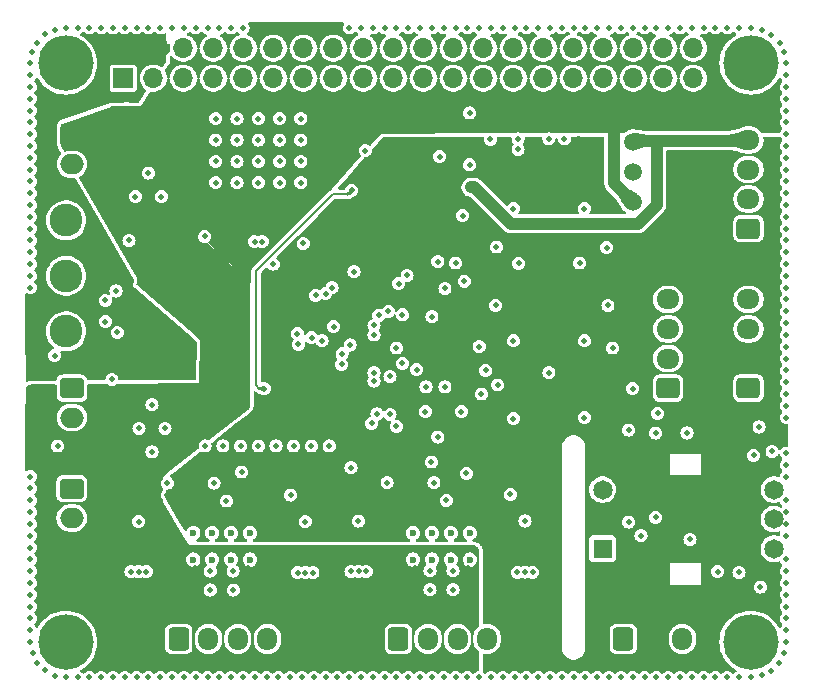
<source format=gbr>
%TF.GenerationSoftware,KiCad,Pcbnew,8.0.0-8.0.0-1~ubuntu22.04.1*%
%TF.CreationDate,2024-03-30T12:30:55+01:00*%
%TF.ProjectId,PAMI_mb,50414d49-5f6d-4622-9e6b-696361645f70,rev?*%
%TF.SameCoordinates,Original*%
%TF.FileFunction,Copper,L2,Inr*%
%TF.FilePolarity,Positive*%
%FSLAX46Y46*%
G04 Gerber Fmt 4.6, Leading zero omitted, Abs format (unit mm)*
G04 Created by KiCad (PCBNEW 8.0.0-8.0.0-1~ubuntu22.04.1) date 2024-03-30 12:30:55*
%MOMM*%
%LPD*%
G01*
G04 APERTURE LIST*
G04 Aperture macros list*
%AMRoundRect*
0 Rectangle with rounded corners*
0 $1 Rounding radius*
0 $2 $3 $4 $5 $6 $7 $8 $9 X,Y pos of 4 corners*
0 Add a 4 corners polygon primitive as box body*
4,1,4,$2,$3,$4,$5,$6,$7,$8,$9,$2,$3,0*
0 Add four circle primitives for the rounded corners*
1,1,$1+$1,$2,$3*
1,1,$1+$1,$4,$5*
1,1,$1+$1,$6,$7*
1,1,$1+$1,$8,$9*
0 Add four rect primitives between the rounded corners*
20,1,$1+$1,$2,$3,$4,$5,0*
20,1,$1+$1,$4,$5,$6,$7,0*
20,1,$1+$1,$6,$7,$8,$9,0*
20,1,$1+$1,$8,$9,$2,$3,0*%
G04 Aperture macros list end*
%TA.AperFunction,ComponentPad*%
%ADD10RoundRect,0.250000X0.725000X-0.600000X0.725000X0.600000X-0.725000X0.600000X-0.725000X-0.600000X0*%
%TD*%
%TA.AperFunction,ComponentPad*%
%ADD11O,1.950000X1.700000*%
%TD*%
%TA.AperFunction,ComponentPad*%
%ADD12C,1.800000*%
%TD*%
%TA.AperFunction,ComponentPad*%
%ADD13C,1.650000*%
%TD*%
%TA.AperFunction,ComponentPad*%
%ADD14R,1.650000X1.650000*%
%TD*%
%TA.AperFunction,HeatsinkPad*%
%ADD15C,0.600000*%
%TD*%
%TA.AperFunction,ComponentPad*%
%ADD16C,4.700000*%
%TD*%
%TA.AperFunction,ComponentPad*%
%ADD17RoundRect,0.250000X-0.750000X0.600000X-0.750000X-0.600000X0.750000X-0.600000X0.750000X0.600000X0*%
%TD*%
%TA.AperFunction,ComponentPad*%
%ADD18O,2.000000X1.700000*%
%TD*%
%TA.AperFunction,ComponentPad*%
%ADD19RoundRect,0.250000X-0.600000X-0.725000X0.600000X-0.725000X0.600000X0.725000X-0.600000X0.725000X0*%
%TD*%
%TA.AperFunction,ComponentPad*%
%ADD20O,1.700000X1.950000*%
%TD*%
%TA.AperFunction,ComponentPad*%
%ADD21C,2.775000*%
%TD*%
%TA.AperFunction,ComponentPad*%
%ADD22C,1.500000*%
%TD*%
%TA.AperFunction,ComponentPad*%
%ADD23R,1.700000X1.700000*%
%TD*%
%TA.AperFunction,ComponentPad*%
%ADD24O,1.700000X1.700000*%
%TD*%
%TA.AperFunction,ViaPad*%
%ADD25C,0.500000*%
%TD*%
%TA.AperFunction,Conductor*%
%ADD26C,0.200000*%
%TD*%
%TA.AperFunction,Conductor*%
%ADD27C,1.000000*%
%TD*%
G04 APERTURE END LIST*
D10*
%TO.N,GND*%
%TO.C,J109*%
X187800000Y-64000000D03*
D11*
%TO.N,/LIDAR_LP_TX*%
X187800000Y-61500000D03*
%TO.N,/LIDAR_LP_RX*%
X187800000Y-59000000D03*
%TO.N,+5V*%
X187800000Y-56500000D03*
%TD*%
D12*
%TO.N,VCC*%
%TO.C,TP101*%
X135140000Y-54500000D03*
%TD*%
D13*
%TO.N,Net-(C106-Pad1)*%
%TO.C,SW102*%
X189950000Y-91100000D03*
%TO.N,Net-(C105-Pad1)*%
X189950000Y-86100000D03*
%TO.N,GND*%
X189950000Y-88600000D03*
D14*
%TO.N,Net-(C110-Pad1)*%
X175450000Y-91100000D03*
D13*
%TO.N,GND*%
X175450000Y-86100000D03*
%TD*%
D15*
%TO.N,GND*%
%TO.C,U301*%
X140800000Y-92025000D03*
X142400000Y-92025000D03*
X144000000Y-92025000D03*
X145600000Y-92025000D03*
X140800000Y-89775000D03*
X142400000Y-89775000D03*
X144000000Y-89775000D03*
X145600000Y-89775000D03*
%TD*%
D16*
%TO.N,GND*%
%TO.C,H104*%
X188000000Y-99000000D03*
%TD*%
D17*
%TO.N,/V_CHARGE*%
%TO.C,J105*%
X130525000Y-77500000D03*
D18*
%TO.N,GND*%
X130525000Y-80000000D03*
%TD*%
D10*
%TO.N,GND*%
%TO.C,J107*%
X181000000Y-77500000D03*
D11*
%TO.N,/PF1_LED2*%
X181000000Y-75000000D03*
%TO.N,/PF0_LED1*%
X181000000Y-72500000D03*
%TO.N,/PB8-BOOT0_LED0*%
X181000000Y-70000000D03*
%TD*%
D10*
%TO.N,GND*%
%TO.C,J110*%
X187800000Y-77500000D03*
D11*
%TO.N,+3.3V*%
X187800000Y-75000000D03*
%TO.N,/I2C_SCL*%
X187800000Y-72500000D03*
%TO.N,/I2C_SDA*%
X187800000Y-70000000D03*
%TD*%
D19*
%TO.N,/TMC2226/OA2*%
%TO.C,J112*%
X139570000Y-98750000D03*
D20*
%TO.N,/TMC2226/OA1*%
X142070000Y-98750000D03*
%TO.N,/TMC2226/OB1*%
X144570000Y-98750000D03*
%TO.N,/TMC2226/OB2*%
X147070000Y-98750000D03*
%TD*%
D19*
%TO.N,GND*%
%TO.C,J102*%
X177200000Y-98750000D03*
D20*
%TO.N,+3.3V*%
X179700000Y-98750000D03*
%TO.N,/DATA_RECEIVER*%
X182200000Y-98750000D03*
%TD*%
D21*
%TO.N,Net-(J106-Pin_2)*%
%TO.C,SW101*%
X130025000Y-63300000D03*
%TO.N,/V_BAT*%
X130025000Y-68000000D03*
%TO.N,/V_CHARGE*%
X130025000Y-72700000D03*
%TD*%
D19*
%TO.N,/TMC2225/OA2*%
%TO.C,J111*%
X158170000Y-98750000D03*
D20*
%TO.N,/TMC2225/OA1*%
X160670000Y-98750000D03*
%TO.N,/TMC2225/OB1*%
X163170000Y-98750000D03*
%TO.N,/TMC2225/OB2*%
X165670000Y-98750000D03*
%TD*%
D16*
%TO.N,GND*%
%TO.C,H101*%
X130000000Y-50000000D03*
%TD*%
D15*
%TO.N,GND*%
%TO.C,U201*%
X159400000Y-92025000D03*
X161000000Y-92025000D03*
X162600000Y-92025000D03*
X164200000Y-92025000D03*
X159400000Y-89775000D03*
X161000000Y-89775000D03*
X162600000Y-89775000D03*
X164200000Y-89775000D03*
%TD*%
D17*
%TO.N,/V_BAT*%
%TO.C,J104*%
X130512723Y-86008593D03*
D18*
%TO.N,GND*%
X130512723Y-88508593D03*
%TD*%
D16*
%TO.N,GND*%
%TO.C,H102*%
X188000000Y-50000000D03*
%TD*%
D17*
%TO.N,VCC*%
%TO.C,J106*%
X130525000Y-56050000D03*
D18*
%TO.N,Net-(J106-Pin_2)*%
X130525000Y-58550000D03*
%TD*%
D22*
%TO.N,VCC*%
%TO.C,J108*%
X178000000Y-61740000D03*
%TO.N,GND*%
X178000000Y-59200000D03*
%TO.N,+5V*%
X178000000Y-56660000D03*
%TD*%
D16*
%TO.N,GND*%
%TO.C,H103*%
X130000000Y-99000000D03*
%TD*%
D23*
%TO.N,unconnected-(J101-Pin_1-Pad1)*%
%TO.C,J101*%
X134870000Y-51270000D03*
D24*
%TO.N,+5.1V*%
X134870000Y-48730000D03*
%TO.N,unconnected-(J101-Pin_3-Pad3)*%
X137410000Y-51270000D03*
%TO.N,+5.1V*%
X137410000Y-48730000D03*
%TO.N,unconnected-(J101-Pin_5-Pad5)*%
X139950000Y-51270000D03*
%TO.N,GND*%
X139950000Y-48730000D03*
%TO.N,unconnected-(J101-Pin_7-Pad7)*%
X142490000Y-51270000D03*
%TO.N,/RASPBERRY_PI_TX*%
X142490000Y-48730000D03*
%TO.N,unconnected-(J101-Pin_9-Pad9)*%
X145030000Y-51270000D03*
%TO.N,/RASPBERRY_PI_RX*%
X145030000Y-48730000D03*
%TO.N,GND*%
X147570000Y-51270000D03*
%TO.N,unconnected-(J101-Pin_12-Pad12)*%
X147570000Y-48730000D03*
%TO.N,unconnected-(J101-Pin_13-Pad13)*%
X150110000Y-51270000D03*
%TO.N,unconnected-(J101-Pin_14-Pad14)*%
X150110000Y-48730000D03*
%TO.N,unconnected-(J101-Pin_15-Pad15)*%
X152650000Y-51270000D03*
%TO.N,unconnected-(J101-Pin_16-Pad16)*%
X152650000Y-48730000D03*
%TO.N,unconnected-(J101-Pin_17-Pad17)*%
X155190000Y-51270000D03*
%TO.N,unconnected-(J101-Pin_18-Pad18)*%
X155190000Y-48730000D03*
%TO.N,unconnected-(J101-Pin_19-Pad19)*%
X157730000Y-51270000D03*
%TO.N,GND*%
X157730000Y-48730000D03*
%TO.N,unconnected-(J101-Pin_21-Pad21)*%
X160270000Y-51270000D03*
%TO.N,unconnected-(J101-Pin_22-Pad22)*%
X160270000Y-48730000D03*
%TO.N,unconnected-(J101-Pin_23-Pad23)*%
X162810000Y-51270000D03*
%TO.N,unconnected-(J101-Pin_24-Pad24)*%
X162810000Y-48730000D03*
%TO.N,GND*%
X165350000Y-51270000D03*
%TO.N,unconnected-(J101-Pin_26-Pad26)*%
X165350000Y-48730000D03*
%TO.N,unconnected-(J101-Pin_27-Pad27)*%
X167890000Y-51270000D03*
%TO.N,unconnected-(J101-Pin_28-Pad28)*%
X167890000Y-48730000D03*
%TO.N,unconnected-(J101-Pin_29-Pad29)*%
X170430000Y-51270000D03*
%TO.N,GND*%
X170430000Y-48730000D03*
%TO.N,unconnected-(J101-Pin_31-Pad31)*%
X172970000Y-51270000D03*
%TO.N,unconnected-(J101-Pin_32-Pad32)*%
X172970000Y-48730000D03*
%TO.N,unconnected-(J101-Pin_33-Pad33)*%
X175510000Y-51270000D03*
%TO.N,unconnected-(J101-Pin_34-Pad34)*%
X175510000Y-48730000D03*
%TO.N,unconnected-(J101-Pin_35-Pad35)*%
X178050000Y-51270000D03*
%TO.N,unconnected-(J101-Pin_36-Pad36)*%
X178050000Y-48730000D03*
%TO.N,unconnected-(J101-Pin_37-Pad37)*%
X180590000Y-51270000D03*
%TO.N,unconnected-(J101-Pin_38-Pad38)*%
X180590000Y-48730000D03*
%TO.N,GND*%
X183130000Y-51270000D03*
%TO.N,unconnected-(J101-Pin_40-Pad40)*%
X183130000Y-48730000D03*
%TD*%
D25*
%TO.N,GND*%
X170900000Y-76200000D03*
%TO.N,+3.3V*%
X175938084Y-67954299D03*
X159600000Y-63400000D03*
X155100000Y-70500000D03*
X185150000Y-81800000D03*
X157220000Y-86510000D03*
X156800000Y-63400000D03*
X173400000Y-56400000D03*
X165380000Y-88990000D03*
X185300000Y-95400000D03*
X142570000Y-86550000D03*
X175851247Y-76602493D03*
X146770000Y-89030000D03*
X138610000Y-86550000D03*
X160300000Y-63400000D03*
X179889091Y-95400000D03*
X148350000Y-77600000D03*
X161300000Y-80400000D03*
X157500000Y-63400000D03*
X158900000Y-63400000D03*
X158200000Y-63400000D03*
X189640780Y-80000000D03*
X161180000Y-86510000D03*
X164900000Y-79000000D03*
%TO.N,GND*%
X152000000Y-102000000D03*
X191000000Y-78000000D03*
X149000000Y-102000000D03*
X143000000Y-47000000D03*
X155350000Y-57400000D03*
X191000000Y-67000000D03*
X137000000Y-102000000D03*
X127000000Y-92000000D03*
X173900000Y-80000000D03*
X167900000Y-62300000D03*
X127000000Y-55000000D03*
X132000000Y-102000000D03*
X141000000Y-47000000D03*
X170900000Y-56400000D03*
X190850000Y-99950000D03*
X158000000Y-47000000D03*
X146300000Y-56500000D03*
X127000000Y-66000000D03*
X154780000Y-88760000D03*
X174000000Y-102000000D03*
X189750000Y-47600000D03*
X191000000Y-60000000D03*
X127000000Y-98000000D03*
X138100000Y-61300000D03*
X191000000Y-59000000D03*
X191000000Y-87000000D03*
X179000000Y-102000000D03*
X151150000Y-69650000D03*
X178700000Y-90000000D03*
X173500000Y-66900000D03*
X164200000Y-54200000D03*
X188700000Y-80800000D03*
X167900000Y-80100000D03*
X127000000Y-93000000D03*
X172000000Y-102000000D03*
X191000000Y-53000000D03*
X191000000Y-98000000D03*
X163000000Y-102000000D03*
X187000000Y-93100000D03*
X157000000Y-102000000D03*
X160000000Y-102000000D03*
X159000000Y-102000000D03*
X135900000Y-61300000D03*
X158000000Y-74100000D03*
X153350000Y-75500000D03*
X163000000Y-47000000D03*
X127000000Y-51000000D03*
X135000000Y-102000000D03*
X191000000Y-88000000D03*
X164000000Y-102000000D03*
X130000000Y-47000000D03*
X127200000Y-99950000D03*
X191000000Y-64000000D03*
X134254619Y-69283492D03*
X137000000Y-59300000D03*
X142700000Y-56500000D03*
X191000000Y-89000000D03*
X149030000Y-86550000D03*
X127000000Y-62000000D03*
X165000000Y-47000000D03*
X127600000Y-48250000D03*
X191000000Y-62000000D03*
X159000000Y-47000000D03*
X131000000Y-102000000D03*
X168300000Y-56400000D03*
X191000000Y-51000000D03*
X154150000Y-84250000D03*
X191000000Y-50000000D03*
X127000000Y-60000000D03*
X151000000Y-102000000D03*
X191000000Y-57000000D03*
X161500000Y-81650000D03*
X139000000Y-102000000D03*
X184000000Y-102000000D03*
X146300000Y-60100000D03*
X127000000Y-64000000D03*
X176000000Y-47000000D03*
X181000000Y-47000000D03*
X136000000Y-102000000D03*
X146300000Y-58300000D03*
X138000000Y-102000000D03*
X163500000Y-79500000D03*
X191000000Y-61000000D03*
X167000000Y-102000000D03*
X148100000Y-58300000D03*
X191000000Y-97000000D03*
X142000000Y-47000000D03*
X129300000Y-82400000D03*
X158500000Y-71300000D03*
X191000000Y-72000000D03*
X191000000Y-55000000D03*
X166000000Y-47000000D03*
X162000000Y-102000000D03*
X127000000Y-65000000D03*
X173000000Y-47000000D03*
X127000000Y-57000000D03*
X186000000Y-102000000D03*
X127000000Y-86000000D03*
X133000000Y-102000000D03*
X191000000Y-76000000D03*
X157000000Y-47000000D03*
X127000000Y-50000000D03*
X150270000Y-88800000D03*
X148000000Y-102000000D03*
X173900000Y-73500000D03*
X137300000Y-82900000D03*
X188250000Y-83200000D03*
X145000000Y-102000000D03*
X141800000Y-82400000D03*
X160450000Y-79500000D03*
X191000000Y-77000000D03*
X128250000Y-101400000D03*
X161650000Y-57900000D03*
X144500000Y-56500000D03*
X169000000Y-47000000D03*
X157210000Y-85510000D03*
X161000000Y-102000000D03*
X141000000Y-102000000D03*
X168350000Y-66950000D03*
X148100000Y-56500000D03*
X191000000Y-95000000D03*
X161170000Y-85510000D03*
X146300000Y-82400000D03*
X155000000Y-47000000D03*
X188800000Y-94350000D03*
X129050000Y-47200000D03*
X149300000Y-82400000D03*
X133354619Y-70083492D03*
X176000000Y-102000000D03*
X191000000Y-92000000D03*
X141750000Y-64650000D03*
X136000000Y-47000000D03*
X143597017Y-87051597D03*
X127000000Y-52000000D03*
X155000000Y-102000000D03*
X127000000Y-87000000D03*
X134354619Y-72783492D03*
X127000000Y-53000000D03*
X133354619Y-71883492D03*
X175000000Y-47000000D03*
X148100000Y-60100000D03*
X127000000Y-97000000D03*
X134000000Y-102000000D03*
X188950000Y-47150000D03*
X191000000Y-70000000D03*
X144500000Y-54700000D03*
X149700000Y-73800000D03*
X191000000Y-90000000D03*
X187000000Y-102000000D03*
X182600000Y-81300000D03*
X127000000Y-56000000D03*
X191000000Y-79000000D03*
X164000000Y-47000000D03*
X134000000Y-47000000D03*
X179000000Y-47000000D03*
X129050000Y-101850000D03*
X157450000Y-76500000D03*
X177650000Y-88850000D03*
X180100000Y-79650000D03*
X140000000Y-102000000D03*
X165950000Y-56450000D03*
X152300000Y-82400000D03*
X167000000Y-47000000D03*
X148100000Y-54700000D03*
X127000000Y-68000000D03*
X127000000Y-89000000D03*
X127000000Y-69000000D03*
X136170000Y-88800000D03*
X181000000Y-102000000D03*
X187000000Y-47000000D03*
X191000000Y-84000000D03*
X180000000Y-47000000D03*
X138400000Y-80900000D03*
X171000000Y-102000000D03*
X183000000Y-102000000D03*
X190800000Y-49050000D03*
X144800000Y-82400000D03*
X182000000Y-47000000D03*
X140000000Y-47000000D03*
X173000000Y-102000000D03*
X150800000Y-82400000D03*
X172200000Y-56400000D03*
X191000000Y-94000000D03*
X128250000Y-47550000D03*
X154000000Y-102000000D03*
X160500000Y-77400000D03*
X156500000Y-71350000D03*
X156000000Y-102000000D03*
X146630595Y-65100000D03*
X142700000Y-54700000D03*
X136200000Y-80900000D03*
X127150000Y-49050000D03*
X191000000Y-99000000D03*
X173900000Y-62300000D03*
X165000000Y-102000000D03*
X191000000Y-83000000D03*
X127000000Y-99000000D03*
X178000000Y-102000000D03*
X190450000Y-48250000D03*
X145000000Y-47000000D03*
X127000000Y-96000000D03*
X150000000Y-102000000D03*
X177650000Y-81050000D03*
X171000000Y-47000000D03*
X162100000Y-77400000D03*
X147800000Y-82400000D03*
X130000000Y-102000000D03*
X144900000Y-84600000D03*
X186000000Y-47000000D03*
X191000000Y-85000000D03*
X182850000Y-90300000D03*
X149900000Y-60100000D03*
X137300000Y-78900000D03*
X135350000Y-65000000D03*
X144000000Y-47000000D03*
X158000000Y-102000000D03*
X167640000Y-86510000D03*
X191000000Y-63000000D03*
X185200000Y-93050000D03*
X146000000Y-102000000D03*
X189800000Y-82850000D03*
X149900000Y-54700000D03*
X142560000Y-85550000D03*
X180000000Y-102000000D03*
X191000000Y-58000000D03*
X170000000Y-47000000D03*
X127000000Y-85000000D03*
X167900000Y-73500000D03*
X183000000Y-47000000D03*
X191000000Y-93000000D03*
X169000000Y-102000000D03*
X127000000Y-95000000D03*
X149900000Y-58300000D03*
X191000000Y-80000000D03*
X146000000Y-65100000D03*
X166450000Y-65550000D03*
X191000000Y-73000000D03*
X184000000Y-47000000D03*
X175000000Y-102000000D03*
X129050000Y-74750000D03*
X156000000Y-47000000D03*
X131000000Y-47000000D03*
X144500000Y-58300000D03*
X162000000Y-47000000D03*
X154000000Y-47000000D03*
X127000000Y-90000000D03*
X163910000Y-84720000D03*
X165550000Y-76000000D03*
X143000000Y-102000000D03*
X191000000Y-96000000D03*
X178000000Y-77550000D03*
X191000000Y-68000000D03*
X127000000Y-88000000D03*
X127000000Y-58000000D03*
X172000000Y-47000000D03*
X188950000Y-101800000D03*
X176300000Y-74100000D03*
X135000000Y-47000000D03*
X166000000Y-102000000D03*
X137000000Y-47000000D03*
X146300000Y-54700000D03*
X178000000Y-47000000D03*
X142000000Y-102000000D03*
X163000000Y-66900000D03*
X154400000Y-67650000D03*
X142700000Y-58300000D03*
X155900000Y-80500000D03*
X133000000Y-47000000D03*
X185000000Y-102000000D03*
X189750000Y-101450000D03*
X147000000Y-102000000D03*
X132000000Y-47000000D03*
X170000000Y-102000000D03*
X175800000Y-65600000D03*
X191000000Y-54000000D03*
X144500000Y-60100000D03*
X161500000Y-66800000D03*
X127000000Y-63000000D03*
X168000000Y-47000000D03*
X127000000Y-61000000D03*
X133900000Y-76750000D03*
X127000000Y-91000000D03*
X179950000Y-88450000D03*
X160000000Y-47000000D03*
X138000000Y-47000000D03*
X191000000Y-69000000D03*
X191000000Y-66000000D03*
X191000000Y-75000000D03*
X188000000Y-102000000D03*
X127000000Y-59000000D03*
X127550000Y-100750000D03*
X165000000Y-74000000D03*
X163600000Y-62900000D03*
X174000000Y-47000000D03*
X191000000Y-52000000D03*
X177000000Y-47000000D03*
X185000000Y-47000000D03*
X127000000Y-54000000D03*
X127000000Y-94000000D03*
X182000000Y-102000000D03*
X191000000Y-65000000D03*
X177000000Y-102000000D03*
X191000000Y-74000000D03*
X190400000Y-100750000D03*
X191000000Y-56000000D03*
X150811790Y-73232586D03*
X158000000Y-80750000D03*
X160950000Y-83750000D03*
X161000000Y-47000000D03*
X161000000Y-71450000D03*
X149900000Y-56500000D03*
X138600000Y-85550000D03*
X127000000Y-67000000D03*
X179950000Y-81300000D03*
X168880000Y-88760000D03*
X162207017Y-87011597D03*
X168000000Y-102000000D03*
X166400000Y-70488371D03*
X139000000Y-47000000D03*
X144000000Y-102000000D03*
X143300000Y-82400000D03*
X188000000Y-47000000D03*
X175900000Y-70488371D03*
X142700000Y-60100000D03*
X191000000Y-71000000D03*
X153000000Y-102000000D03*
%TO.N,VCC*%
X138250000Y-68150000D03*
X139050000Y-68150000D03*
X143690000Y-77500000D03*
X159525000Y-92775002D03*
X138250000Y-67350000D03*
X164085000Y-94900000D03*
X145475000Y-95000000D03*
X139850000Y-67350000D03*
X138250000Y-66550000D03*
X140650000Y-67350000D03*
X164071494Y-92775002D03*
X150100000Y-65250000D03*
X145415298Y-92775002D03*
X140910495Y-92775002D03*
X140650000Y-66550000D03*
X141450000Y-68150000D03*
X141450000Y-65750000D03*
X138250000Y-65750000D03*
X139050000Y-65750000D03*
X140858320Y-95958320D03*
X139850000Y-68150000D03*
X159460000Y-95970224D03*
X139050000Y-66550000D03*
X141450000Y-66550000D03*
X141450000Y-67350000D03*
X139850000Y-65750000D03*
X140650000Y-65750000D03*
X139850000Y-66550000D03*
X139050000Y-67350000D03*
X140650000Y-68150000D03*
%TO.N,/NRST*%
X154075883Y-73853701D03*
X164200000Y-58600000D03*
X168300000Y-57300000D03*
X152676683Y-72304215D03*
%TO.N,/ADC_BATT*%
X153400000Y-74600000D03*
X151696338Y-73496338D03*
%TO.N,+5V*%
X146800000Y-77550000D03*
X164300000Y-60500000D03*
X154200000Y-60750000D03*
%TO.N,+5.1V*%
X139800000Y-75600000D03*
X140600000Y-76400000D03*
X140600000Y-74000000D03*
X139000000Y-74000000D03*
X139800000Y-74800000D03*
X139800000Y-74000000D03*
X140600000Y-74800000D03*
X139000000Y-74800000D03*
X140600000Y-75600000D03*
X139000000Y-75600000D03*
X139000000Y-76400000D03*
X139800000Y-76400000D03*
%TO.N,/PA12_USR_BTN_2*%
X158500000Y-75400000D03*
X166571752Y-77228248D03*
%TO.N,/RASPBERRY_PI_TX*%
X156100000Y-76200000D03*
X152000000Y-69500000D03*
%TO.N,/RASPBERRY_PI_RX*%
X156100000Y-76900003D03*
X152550000Y-69000000D03*
%TO.N,/DATA_RECEIVER*%
X165184999Y-77993009D03*
X159700000Y-75950000D03*
%TO.N,/LIDAR_LP_TX*%
X158900000Y-67954299D03*
%TO.N,/LIDAR_LP_RX*%
X163733511Y-68450000D03*
%TO.N,/I2C_SCL*%
X162100000Y-69054299D03*
%TO.N,/I2C_SDA*%
X158191997Y-68663345D03*
%TO.N,/PB8-BOOT0_LED0*%
X157300000Y-71000000D03*
%TO.N,/PF0_LED1*%
X156100000Y-72200000D03*
%TO.N,/PF1_LED2*%
X156100000Y-73000000D03*
%TO.N,/VFB*%
X147570000Y-67010000D03*
X149600000Y-72900000D03*
%TO.N,Net-(U201-BRA)*%
X160834759Y-92960000D03*
X154785000Y-93010000D03*
X160835000Y-94560000D03*
X154134997Y-93010000D03*
X155435003Y-93010000D03*
%TO.N,Net-(U201-BRB)*%
X162785000Y-94560000D03*
X168235059Y-93093903D03*
X162779987Y-92960000D03*
X168885000Y-93085000D03*
X169534966Y-93091842D03*
%TO.N,Net-(U301-BRA)*%
X135524997Y-93050000D03*
X136175000Y-93050000D03*
X136825003Y-93050000D03*
X142225000Y-94600000D03*
X142224759Y-93000000D03*
%TO.N,Net-(U301-BRB)*%
X150924966Y-93131842D03*
X144169987Y-93000000D03*
X149625059Y-93133903D03*
X144175000Y-94600000D03*
X150275000Y-93125000D03*
%TO.N,/DIR_MOTOR_R*%
X157463909Y-79713909D03*
X156350000Y-79700000D03*
%TD*%
D26*
%TO.N,+5V*%
X146100000Y-67600000D02*
X152600000Y-61100000D01*
X146800000Y-77550000D02*
X146400000Y-77550000D01*
X146400000Y-77550000D02*
X146100000Y-77250000D01*
X146100000Y-77250000D02*
X146100000Y-67600000D01*
X152600000Y-61100000D02*
X153850000Y-61100000D01*
X153850000Y-61100000D02*
X154200000Y-60750000D01*
D27*
%TO.N,VCC*%
X137800000Y-53000000D02*
X136300000Y-54500000D01*
X176400000Y-60140000D02*
X176400000Y-55400000D01*
X136300000Y-54500000D02*
X135140000Y-54500000D01*
X174000000Y-53000000D02*
X137800000Y-53000000D01*
X178000000Y-61740000D02*
X176400000Y-60140000D01*
X176400000Y-55400000D02*
X174000000Y-53000000D01*
%TO.N,+5V*%
X164300000Y-60500000D02*
X164600000Y-60500000D01*
X167700000Y-63600000D02*
X178450000Y-63600000D01*
X187794855Y-56550000D02*
X178110000Y-56550000D01*
X178450000Y-63600000D02*
X180050000Y-62000000D01*
X164600000Y-60500000D02*
X167700000Y-63600000D01*
X187816020Y-56528835D02*
X187794855Y-56550000D01*
X180050000Y-62000000D02*
X180050000Y-56550000D01*
X178110000Y-56550000D02*
X178000000Y-56660000D01*
%TD*%
%TA.AperFunction,Conductor*%
%TO.N,VCC*%
G36*
X145600000Y-68600000D02*
G01*
X145600000Y-68788266D01*
X145600000Y-68788272D01*
X145600000Y-78949127D01*
X145598873Y-78964020D01*
X145579637Y-79090438D01*
X145570778Y-79118875D01*
X145518124Y-79227043D01*
X145501208Y-79251558D01*
X145413572Y-79344687D01*
X145402545Y-79354761D01*
X142157904Y-81897857D01*
X142100441Y-81918872D01*
X142058948Y-81911403D01*
X141943709Y-81863670D01*
X141943706Y-81863669D01*
X141943705Y-81863669D01*
X141800000Y-81844750D01*
X141656291Y-81863669D01*
X141656290Y-81863670D01*
X141522378Y-81919137D01*
X141522374Y-81919139D01*
X141407381Y-82007377D01*
X141407377Y-82007381D01*
X141319139Y-82122374D01*
X141319137Y-82122378D01*
X141263670Y-82256290D01*
X141263669Y-82256291D01*
X141244750Y-82399999D01*
X141244750Y-82400000D01*
X141262865Y-82537597D01*
X141251715Y-82597758D01*
X141225783Y-82628438D01*
X138554212Y-84722374D01*
X138200000Y-85000000D01*
X138200000Y-85165946D01*
X138198997Y-85168301D01*
X138119142Y-85272370D01*
X138119137Y-85272378D01*
X138063670Y-85406290D01*
X138063669Y-85406291D01*
X138044750Y-85549999D01*
X138044750Y-85550000D01*
X138063669Y-85693708D01*
X138063670Y-85693709D01*
X138119137Y-85827621D01*
X138119142Y-85827630D01*
X138179541Y-85906342D01*
X138199966Y-85964018D01*
X138200000Y-85966610D01*
X138200000Y-86146421D01*
X138181093Y-86204612D01*
X138179542Y-86206688D01*
X138129140Y-86272373D01*
X138129137Y-86272378D01*
X138073670Y-86406290D01*
X138073669Y-86406291D01*
X138054750Y-86549999D01*
X138054750Y-86550000D01*
X138073669Y-86693708D01*
X138073670Y-86693709D01*
X138129137Y-86827621D01*
X138129139Y-86827625D01*
X138192509Y-86910210D01*
X138200000Y-86928286D01*
X138200000Y-87000000D01*
X138267284Y-87116217D01*
X138267288Y-87116226D01*
X139936842Y-90000000D01*
X140400000Y-90800000D01*
X164493512Y-90800000D01*
X164506433Y-90800847D01*
X164521739Y-90802862D01*
X164616489Y-90815336D01*
X164641447Y-90822023D01*
X164737960Y-90862000D01*
X164760336Y-90874918D01*
X164843216Y-90938515D01*
X164861484Y-90956783D01*
X164925079Y-91039660D01*
X164938001Y-91062042D01*
X164977975Y-91158548D01*
X164984664Y-91183512D01*
X164999153Y-91293566D01*
X165000000Y-91306488D01*
X165000000Y-91990543D01*
X164990176Y-92020776D01*
X165000000Y-92059456D01*
X165000000Y-97639242D01*
X164981093Y-97697433D01*
X164959192Y-97719334D01*
X164920501Y-97747445D01*
X164920499Y-97747447D01*
X164792447Y-97875499D01*
X164779417Y-97893434D01*
X164686002Y-98022008D01*
X164603788Y-98183362D01*
X164547828Y-98355593D01*
X164519500Y-98534450D01*
X164519500Y-98965549D01*
X164547828Y-99144406D01*
X164603788Y-99316637D01*
X164647751Y-99402920D01*
X164686004Y-99477994D01*
X164792447Y-99624501D01*
X164920499Y-99752553D01*
X164959190Y-99780663D01*
X164995154Y-99830162D01*
X165000000Y-99860756D01*
X165000000Y-101357929D01*
X164981093Y-101416120D01*
X164931593Y-101452084D01*
X164913923Y-101456082D01*
X164856291Y-101463670D01*
X164856290Y-101463670D01*
X164722378Y-101519137D01*
X164722374Y-101519139D01*
X164607381Y-101607377D01*
X164607373Y-101607385D01*
X164578541Y-101644960D01*
X164528117Y-101679615D01*
X164466952Y-101678013D01*
X164421459Y-101644960D01*
X164392626Y-101607385D01*
X164392624Y-101607383D01*
X164392621Y-101607379D01*
X164277625Y-101519139D01*
X164277621Y-101519137D01*
X164143709Y-101463670D01*
X164143708Y-101463669D01*
X164000000Y-101444750D01*
X163856291Y-101463669D01*
X163856290Y-101463670D01*
X163722378Y-101519137D01*
X163722374Y-101519139D01*
X163607381Y-101607377D01*
X163607373Y-101607385D01*
X163578541Y-101644960D01*
X163528117Y-101679615D01*
X163466952Y-101678013D01*
X163421459Y-101644960D01*
X163392626Y-101607385D01*
X163392624Y-101607383D01*
X163392621Y-101607379D01*
X163277625Y-101519139D01*
X163277621Y-101519137D01*
X163143709Y-101463670D01*
X163143708Y-101463669D01*
X163000000Y-101444750D01*
X162856291Y-101463669D01*
X162856290Y-101463670D01*
X162722378Y-101519137D01*
X162722374Y-101519139D01*
X162607381Y-101607377D01*
X162607373Y-101607385D01*
X162578541Y-101644960D01*
X162528117Y-101679615D01*
X162466952Y-101678013D01*
X162421459Y-101644960D01*
X162392626Y-101607385D01*
X162392624Y-101607383D01*
X162392621Y-101607379D01*
X162277625Y-101519139D01*
X162277621Y-101519137D01*
X162143709Y-101463670D01*
X162143708Y-101463669D01*
X162000000Y-101444750D01*
X161856291Y-101463669D01*
X161856290Y-101463670D01*
X161722378Y-101519137D01*
X161722374Y-101519139D01*
X161607381Y-101607377D01*
X161607373Y-101607385D01*
X161578541Y-101644960D01*
X161528117Y-101679615D01*
X161466952Y-101678013D01*
X161421459Y-101644960D01*
X161392626Y-101607385D01*
X161392624Y-101607383D01*
X161392621Y-101607379D01*
X161277625Y-101519139D01*
X161277621Y-101519137D01*
X161143709Y-101463670D01*
X161143708Y-101463669D01*
X161000000Y-101444750D01*
X160856291Y-101463669D01*
X160856290Y-101463670D01*
X160722378Y-101519137D01*
X160722374Y-101519139D01*
X160607381Y-101607377D01*
X160607373Y-101607385D01*
X160578541Y-101644960D01*
X160528117Y-101679615D01*
X160466952Y-101678013D01*
X160421459Y-101644960D01*
X160392626Y-101607385D01*
X160392624Y-101607383D01*
X160392621Y-101607379D01*
X160277625Y-101519139D01*
X160277621Y-101519137D01*
X160143709Y-101463670D01*
X160143708Y-101463669D01*
X160000000Y-101444750D01*
X159856291Y-101463669D01*
X159856290Y-101463670D01*
X159722378Y-101519137D01*
X159722374Y-101519139D01*
X159607381Y-101607377D01*
X159607373Y-101607385D01*
X159578541Y-101644960D01*
X159528117Y-101679615D01*
X159466952Y-101678013D01*
X159421459Y-101644960D01*
X159392626Y-101607385D01*
X159392624Y-101607383D01*
X159392621Y-101607379D01*
X159277625Y-101519139D01*
X159277621Y-101519137D01*
X159143709Y-101463670D01*
X159143708Y-101463669D01*
X159000000Y-101444750D01*
X158856291Y-101463669D01*
X158856290Y-101463670D01*
X158722378Y-101519137D01*
X158722374Y-101519139D01*
X158607381Y-101607377D01*
X158607373Y-101607385D01*
X158578541Y-101644960D01*
X158528117Y-101679615D01*
X158466952Y-101678013D01*
X158421459Y-101644960D01*
X158392626Y-101607385D01*
X158392624Y-101607383D01*
X158392621Y-101607379D01*
X158277625Y-101519139D01*
X158277621Y-101519137D01*
X158143709Y-101463670D01*
X158143708Y-101463669D01*
X158000000Y-101444750D01*
X157856291Y-101463669D01*
X157856290Y-101463670D01*
X157722378Y-101519137D01*
X157722374Y-101519139D01*
X157607381Y-101607377D01*
X157607373Y-101607385D01*
X157578541Y-101644960D01*
X157528117Y-101679615D01*
X157466952Y-101678013D01*
X157421459Y-101644960D01*
X157392626Y-101607385D01*
X157392624Y-101607383D01*
X157392621Y-101607379D01*
X157277625Y-101519139D01*
X157277621Y-101519137D01*
X157143709Y-101463670D01*
X157143708Y-101463669D01*
X157000000Y-101444750D01*
X156856291Y-101463669D01*
X156856290Y-101463670D01*
X156722378Y-101519137D01*
X156722374Y-101519139D01*
X156607381Y-101607377D01*
X156607373Y-101607385D01*
X156578541Y-101644960D01*
X156528117Y-101679615D01*
X156466952Y-101678013D01*
X156421459Y-101644960D01*
X156392626Y-101607385D01*
X156392624Y-101607383D01*
X156392621Y-101607379D01*
X156277625Y-101519139D01*
X156277621Y-101519137D01*
X156143709Y-101463670D01*
X156143708Y-101463669D01*
X156000000Y-101444750D01*
X155856291Y-101463669D01*
X155856290Y-101463670D01*
X155722378Y-101519137D01*
X155722374Y-101519139D01*
X155607381Y-101607377D01*
X155607373Y-101607385D01*
X155578541Y-101644960D01*
X155528117Y-101679615D01*
X155466952Y-101678013D01*
X155421459Y-101644960D01*
X155392626Y-101607385D01*
X155392624Y-101607383D01*
X155392621Y-101607379D01*
X155277625Y-101519139D01*
X155277621Y-101519137D01*
X155143709Y-101463670D01*
X155143708Y-101463669D01*
X155000000Y-101444750D01*
X154856291Y-101463669D01*
X154856290Y-101463670D01*
X154722378Y-101519137D01*
X154722374Y-101519139D01*
X154607381Y-101607377D01*
X154607373Y-101607385D01*
X154578541Y-101644960D01*
X154528117Y-101679615D01*
X154466952Y-101678013D01*
X154421459Y-101644960D01*
X154392626Y-101607385D01*
X154392624Y-101607383D01*
X154392621Y-101607379D01*
X154277625Y-101519139D01*
X154277621Y-101519137D01*
X154143709Y-101463670D01*
X154143708Y-101463669D01*
X154000000Y-101444750D01*
X153856291Y-101463669D01*
X153856290Y-101463670D01*
X153722378Y-101519137D01*
X153722374Y-101519139D01*
X153607381Y-101607377D01*
X153607373Y-101607385D01*
X153578541Y-101644960D01*
X153528117Y-101679615D01*
X153466952Y-101678013D01*
X153421459Y-101644960D01*
X153392626Y-101607385D01*
X153392624Y-101607383D01*
X153392621Y-101607379D01*
X153277625Y-101519139D01*
X153277621Y-101519137D01*
X153143709Y-101463670D01*
X153143708Y-101463669D01*
X153000000Y-101444750D01*
X152856291Y-101463669D01*
X152856290Y-101463670D01*
X152722378Y-101519137D01*
X152722374Y-101519139D01*
X152607381Y-101607377D01*
X152607373Y-101607385D01*
X152578541Y-101644960D01*
X152528117Y-101679615D01*
X152466952Y-101678013D01*
X152421459Y-101644960D01*
X152392626Y-101607385D01*
X152392624Y-101607383D01*
X152392621Y-101607379D01*
X152277625Y-101519139D01*
X152277621Y-101519137D01*
X152143709Y-101463670D01*
X152143708Y-101463669D01*
X152000000Y-101444750D01*
X151856291Y-101463669D01*
X151856290Y-101463670D01*
X151722378Y-101519137D01*
X151722374Y-101519139D01*
X151607381Y-101607377D01*
X151607373Y-101607385D01*
X151578541Y-101644960D01*
X151528117Y-101679615D01*
X151466952Y-101678013D01*
X151421459Y-101644960D01*
X151392626Y-101607385D01*
X151392624Y-101607383D01*
X151392621Y-101607379D01*
X151277625Y-101519139D01*
X151277621Y-101519137D01*
X151143709Y-101463670D01*
X151143708Y-101463669D01*
X151000000Y-101444750D01*
X150856291Y-101463669D01*
X150856290Y-101463670D01*
X150722378Y-101519137D01*
X150722374Y-101519139D01*
X150607381Y-101607377D01*
X150607373Y-101607385D01*
X150578541Y-101644960D01*
X150528117Y-101679615D01*
X150466952Y-101678013D01*
X150421459Y-101644960D01*
X150392626Y-101607385D01*
X150392624Y-101607383D01*
X150392621Y-101607379D01*
X150277625Y-101519139D01*
X150277621Y-101519137D01*
X150143709Y-101463670D01*
X150143708Y-101463669D01*
X150000000Y-101444750D01*
X149856291Y-101463669D01*
X149856290Y-101463670D01*
X149722378Y-101519137D01*
X149722374Y-101519139D01*
X149607381Y-101607377D01*
X149607373Y-101607385D01*
X149578541Y-101644960D01*
X149528117Y-101679615D01*
X149466952Y-101678013D01*
X149421459Y-101644960D01*
X149392626Y-101607385D01*
X149392624Y-101607383D01*
X149392621Y-101607379D01*
X149277625Y-101519139D01*
X149277621Y-101519137D01*
X149143709Y-101463670D01*
X149143708Y-101463669D01*
X149000000Y-101444750D01*
X148856291Y-101463669D01*
X148856290Y-101463670D01*
X148722378Y-101519137D01*
X148722374Y-101519139D01*
X148607381Y-101607377D01*
X148607373Y-101607385D01*
X148578541Y-101644960D01*
X148528117Y-101679615D01*
X148466952Y-101678013D01*
X148421459Y-101644960D01*
X148392626Y-101607385D01*
X148392624Y-101607383D01*
X148392621Y-101607379D01*
X148277625Y-101519139D01*
X148277621Y-101519137D01*
X148143709Y-101463670D01*
X148143708Y-101463669D01*
X148000000Y-101444750D01*
X147856291Y-101463669D01*
X147856290Y-101463670D01*
X147722378Y-101519137D01*
X147722374Y-101519139D01*
X147607381Y-101607377D01*
X147607373Y-101607385D01*
X147578541Y-101644960D01*
X147528117Y-101679615D01*
X147466952Y-101678013D01*
X147421459Y-101644960D01*
X147392626Y-101607385D01*
X147392624Y-101607383D01*
X147392621Y-101607379D01*
X147277625Y-101519139D01*
X147277621Y-101519137D01*
X147143709Y-101463670D01*
X147143708Y-101463669D01*
X147000000Y-101444750D01*
X146856291Y-101463669D01*
X146856290Y-101463670D01*
X146722378Y-101519137D01*
X146722374Y-101519139D01*
X146607381Y-101607377D01*
X146607373Y-101607385D01*
X146578541Y-101644960D01*
X146528117Y-101679615D01*
X146466952Y-101678013D01*
X146421459Y-101644960D01*
X146392626Y-101607385D01*
X146392624Y-101607383D01*
X146392621Y-101607379D01*
X146277625Y-101519139D01*
X146277621Y-101519137D01*
X146143709Y-101463670D01*
X146143708Y-101463669D01*
X146000000Y-101444750D01*
X145856291Y-101463669D01*
X145856290Y-101463670D01*
X145722378Y-101519137D01*
X145722374Y-101519139D01*
X145607381Y-101607377D01*
X145607373Y-101607385D01*
X145578541Y-101644960D01*
X145528117Y-101679615D01*
X145466952Y-101678013D01*
X145421459Y-101644960D01*
X145392626Y-101607385D01*
X145392624Y-101607383D01*
X145392621Y-101607379D01*
X145277625Y-101519139D01*
X145277621Y-101519137D01*
X145143709Y-101463670D01*
X145143708Y-101463669D01*
X145000000Y-101444750D01*
X144856291Y-101463669D01*
X144856290Y-101463670D01*
X144722378Y-101519137D01*
X144722374Y-101519139D01*
X144607381Y-101607377D01*
X144607373Y-101607385D01*
X144578541Y-101644960D01*
X144528117Y-101679615D01*
X144466952Y-101678013D01*
X144421459Y-101644960D01*
X144392626Y-101607385D01*
X144392624Y-101607383D01*
X144392621Y-101607379D01*
X144277625Y-101519139D01*
X144277621Y-101519137D01*
X144143709Y-101463670D01*
X144143708Y-101463669D01*
X144000000Y-101444750D01*
X143856291Y-101463669D01*
X143856290Y-101463670D01*
X143722378Y-101519137D01*
X143722374Y-101519139D01*
X143607381Y-101607377D01*
X143607373Y-101607385D01*
X143578541Y-101644960D01*
X143528117Y-101679615D01*
X143466952Y-101678013D01*
X143421459Y-101644960D01*
X143392626Y-101607385D01*
X143392624Y-101607383D01*
X143392621Y-101607379D01*
X143277625Y-101519139D01*
X143277621Y-101519137D01*
X143143709Y-101463670D01*
X143143708Y-101463669D01*
X143000000Y-101444750D01*
X142856291Y-101463669D01*
X142856290Y-101463670D01*
X142722378Y-101519137D01*
X142722374Y-101519139D01*
X142607381Y-101607377D01*
X142607373Y-101607385D01*
X142578541Y-101644960D01*
X142528117Y-101679615D01*
X142466952Y-101678013D01*
X142421459Y-101644960D01*
X142392626Y-101607385D01*
X142392624Y-101607383D01*
X142392621Y-101607379D01*
X142277625Y-101519139D01*
X142277621Y-101519137D01*
X142143709Y-101463670D01*
X142143708Y-101463669D01*
X142000000Y-101444750D01*
X141856291Y-101463669D01*
X141856290Y-101463670D01*
X141722378Y-101519137D01*
X141722374Y-101519139D01*
X141607381Y-101607377D01*
X141607373Y-101607385D01*
X141578541Y-101644960D01*
X141528117Y-101679615D01*
X141466952Y-101678013D01*
X141421459Y-101644960D01*
X141392626Y-101607385D01*
X141392624Y-101607383D01*
X141392621Y-101607379D01*
X141277625Y-101519139D01*
X141277621Y-101519137D01*
X141143709Y-101463670D01*
X141143708Y-101463669D01*
X141000000Y-101444750D01*
X140856291Y-101463669D01*
X140856290Y-101463670D01*
X140722378Y-101519137D01*
X140722374Y-101519139D01*
X140607381Y-101607377D01*
X140607373Y-101607385D01*
X140578541Y-101644960D01*
X140528117Y-101679615D01*
X140466952Y-101678013D01*
X140421459Y-101644960D01*
X140392626Y-101607385D01*
X140392624Y-101607383D01*
X140392621Y-101607379D01*
X140277625Y-101519139D01*
X140277621Y-101519137D01*
X140143709Y-101463670D01*
X140143708Y-101463669D01*
X140000000Y-101444750D01*
X139856291Y-101463669D01*
X139856290Y-101463670D01*
X139722378Y-101519137D01*
X139722374Y-101519139D01*
X139607381Y-101607377D01*
X139607373Y-101607385D01*
X139578541Y-101644960D01*
X139528117Y-101679615D01*
X139466952Y-101678013D01*
X139421459Y-101644960D01*
X139392626Y-101607385D01*
X139392624Y-101607383D01*
X139392621Y-101607379D01*
X139277625Y-101519139D01*
X139277621Y-101519137D01*
X139143709Y-101463670D01*
X139143708Y-101463669D01*
X139000000Y-101444750D01*
X138856291Y-101463669D01*
X138856290Y-101463670D01*
X138722378Y-101519137D01*
X138722374Y-101519139D01*
X138607381Y-101607377D01*
X138607373Y-101607385D01*
X138578541Y-101644960D01*
X138528117Y-101679615D01*
X138466952Y-101678013D01*
X138421459Y-101644960D01*
X138392626Y-101607385D01*
X138392624Y-101607383D01*
X138392621Y-101607379D01*
X138277625Y-101519139D01*
X138277621Y-101519137D01*
X138143709Y-101463670D01*
X138143708Y-101463669D01*
X138000000Y-101444750D01*
X137856291Y-101463669D01*
X137856290Y-101463670D01*
X137722378Y-101519137D01*
X137722374Y-101519139D01*
X137607381Y-101607377D01*
X137607373Y-101607385D01*
X137578541Y-101644960D01*
X137528117Y-101679615D01*
X137466952Y-101678013D01*
X137421459Y-101644960D01*
X137392626Y-101607385D01*
X137392624Y-101607383D01*
X137392621Y-101607379D01*
X137277625Y-101519139D01*
X137277621Y-101519137D01*
X137143709Y-101463670D01*
X137143708Y-101463669D01*
X137000000Y-101444750D01*
X136856291Y-101463669D01*
X136856290Y-101463670D01*
X136722378Y-101519137D01*
X136722374Y-101519139D01*
X136607381Y-101607377D01*
X136607373Y-101607385D01*
X136578541Y-101644960D01*
X136528117Y-101679615D01*
X136466952Y-101678013D01*
X136421459Y-101644960D01*
X136392626Y-101607385D01*
X136392624Y-101607383D01*
X136392621Y-101607379D01*
X136277625Y-101519139D01*
X136277621Y-101519137D01*
X136143709Y-101463670D01*
X136143708Y-101463669D01*
X136000000Y-101444750D01*
X135856291Y-101463669D01*
X135856290Y-101463670D01*
X135722378Y-101519137D01*
X135722374Y-101519139D01*
X135607381Y-101607377D01*
X135607373Y-101607385D01*
X135578541Y-101644960D01*
X135528117Y-101679615D01*
X135466952Y-101678013D01*
X135421459Y-101644960D01*
X135392626Y-101607385D01*
X135392624Y-101607383D01*
X135392621Y-101607379D01*
X135277625Y-101519139D01*
X135277621Y-101519137D01*
X135143709Y-101463670D01*
X135143708Y-101463669D01*
X135000000Y-101444750D01*
X134856291Y-101463669D01*
X134856290Y-101463670D01*
X134722378Y-101519137D01*
X134722374Y-101519139D01*
X134607381Y-101607377D01*
X134607373Y-101607385D01*
X134578541Y-101644960D01*
X134528117Y-101679615D01*
X134466952Y-101678013D01*
X134421459Y-101644960D01*
X134392626Y-101607385D01*
X134392624Y-101607383D01*
X134392621Y-101607379D01*
X134277625Y-101519139D01*
X134277621Y-101519137D01*
X134143709Y-101463670D01*
X134143708Y-101463669D01*
X134000000Y-101444750D01*
X133856291Y-101463669D01*
X133856290Y-101463670D01*
X133722378Y-101519137D01*
X133722374Y-101519139D01*
X133607381Y-101607377D01*
X133607373Y-101607385D01*
X133578541Y-101644960D01*
X133528117Y-101679615D01*
X133466952Y-101678013D01*
X133421459Y-101644960D01*
X133392626Y-101607385D01*
X133392624Y-101607383D01*
X133392621Y-101607379D01*
X133277625Y-101519139D01*
X133277621Y-101519137D01*
X133143709Y-101463670D01*
X133143708Y-101463669D01*
X133000000Y-101444750D01*
X132856291Y-101463669D01*
X132856290Y-101463670D01*
X132722378Y-101519137D01*
X132722374Y-101519139D01*
X132607381Y-101607377D01*
X132607373Y-101607385D01*
X132578541Y-101644960D01*
X132528117Y-101679615D01*
X132466952Y-101678013D01*
X132421459Y-101644960D01*
X132392626Y-101607385D01*
X132392624Y-101607383D01*
X132392621Y-101607379D01*
X132277625Y-101519139D01*
X132277621Y-101519137D01*
X132143709Y-101463670D01*
X132143708Y-101463669D01*
X132000000Y-101444750D01*
X131856291Y-101463669D01*
X131856290Y-101463670D01*
X131722378Y-101519137D01*
X131722374Y-101519139D01*
X131607381Y-101607377D01*
X131607373Y-101607385D01*
X131578541Y-101644960D01*
X131528117Y-101679615D01*
X131466952Y-101678013D01*
X131421459Y-101644960D01*
X131392626Y-101607385D01*
X131392624Y-101607383D01*
X131392621Y-101607379D01*
X131277625Y-101519139D01*
X131267732Y-101515041D01*
X131221208Y-101475304D01*
X131206925Y-101415809D01*
X131230341Y-101359282D01*
X131254398Y-101338859D01*
X131508408Y-101185306D01*
X131760819Y-100987554D01*
X131987554Y-100760819D01*
X132185306Y-100508408D01*
X132351191Y-100234000D01*
X132482791Y-99941598D01*
X132578186Y-99635466D01*
X132599693Y-99518106D01*
X138419500Y-99518106D01*
X138430123Y-99606565D01*
X138485637Y-99747339D01*
X138485638Y-99747341D01*
X138485639Y-99747342D01*
X138577078Y-99867922D01*
X138697658Y-99959361D01*
X138697659Y-99959361D01*
X138697660Y-99959362D01*
X138768047Y-99987119D01*
X138838436Y-100014877D01*
X138926898Y-100025500D01*
X138926900Y-100025500D01*
X140213100Y-100025500D01*
X140213102Y-100025500D01*
X140301564Y-100014877D01*
X140442342Y-99959361D01*
X140562922Y-99867922D01*
X140654361Y-99747342D01*
X140709877Y-99606564D01*
X140720500Y-99518102D01*
X140720500Y-98965549D01*
X140919500Y-98965549D01*
X140947828Y-99144406D01*
X141003788Y-99316637D01*
X141047751Y-99402920D01*
X141086004Y-99477994D01*
X141192447Y-99624501D01*
X141320499Y-99752553D01*
X141467006Y-99858996D01*
X141628361Y-99941211D01*
X141800591Y-99997171D01*
X141872136Y-100008502D01*
X141979451Y-100025500D01*
X141979454Y-100025500D01*
X142160549Y-100025500D01*
X142249977Y-100011335D01*
X142339409Y-99997171D01*
X142511639Y-99941211D01*
X142672994Y-99858996D01*
X142819501Y-99752553D01*
X142947553Y-99624501D01*
X143053996Y-99477994D01*
X143136211Y-99316639D01*
X143192171Y-99144409D01*
X143220500Y-98965549D01*
X143419500Y-98965549D01*
X143447828Y-99144406D01*
X143503788Y-99316637D01*
X143547751Y-99402920D01*
X143586004Y-99477994D01*
X143692447Y-99624501D01*
X143820499Y-99752553D01*
X143967006Y-99858996D01*
X144128361Y-99941211D01*
X144300591Y-99997171D01*
X144372136Y-100008502D01*
X144479451Y-100025500D01*
X144479454Y-100025500D01*
X144660549Y-100025500D01*
X144749977Y-100011335D01*
X144839409Y-99997171D01*
X145011639Y-99941211D01*
X145172994Y-99858996D01*
X145319501Y-99752553D01*
X145447553Y-99624501D01*
X145553996Y-99477994D01*
X145636211Y-99316639D01*
X145692171Y-99144409D01*
X145720500Y-98965549D01*
X145919500Y-98965549D01*
X145947828Y-99144406D01*
X146003788Y-99316637D01*
X146047751Y-99402920D01*
X146086004Y-99477994D01*
X146192447Y-99624501D01*
X146320499Y-99752553D01*
X146467006Y-99858996D01*
X146628361Y-99941211D01*
X146800591Y-99997171D01*
X146872136Y-100008502D01*
X146979451Y-100025500D01*
X146979454Y-100025500D01*
X147160549Y-100025500D01*
X147249977Y-100011335D01*
X147339409Y-99997171D01*
X147511639Y-99941211D01*
X147672994Y-99858996D01*
X147819501Y-99752553D01*
X147947553Y-99624501D01*
X148024853Y-99518106D01*
X157019500Y-99518106D01*
X157030123Y-99606565D01*
X157085637Y-99747339D01*
X157085638Y-99747341D01*
X157085639Y-99747342D01*
X157177078Y-99867922D01*
X157297658Y-99959361D01*
X157297659Y-99959361D01*
X157297660Y-99959362D01*
X157368047Y-99987119D01*
X157438436Y-100014877D01*
X157526898Y-100025500D01*
X157526900Y-100025500D01*
X158813100Y-100025500D01*
X158813102Y-100025500D01*
X158901564Y-100014877D01*
X159042342Y-99959361D01*
X159162922Y-99867922D01*
X159254361Y-99747342D01*
X159309877Y-99606564D01*
X159320500Y-99518102D01*
X159320500Y-98965549D01*
X159519500Y-98965549D01*
X159547828Y-99144406D01*
X159603788Y-99316637D01*
X159647751Y-99402920D01*
X159686004Y-99477994D01*
X159792447Y-99624501D01*
X159920499Y-99752553D01*
X160067006Y-99858996D01*
X160228361Y-99941211D01*
X160400591Y-99997171D01*
X160472136Y-100008502D01*
X160579451Y-100025500D01*
X160579454Y-100025500D01*
X160760549Y-100025500D01*
X160849977Y-100011335D01*
X160939409Y-99997171D01*
X161111639Y-99941211D01*
X161272994Y-99858996D01*
X161419501Y-99752553D01*
X161547553Y-99624501D01*
X161653996Y-99477994D01*
X161736211Y-99316639D01*
X161792171Y-99144409D01*
X161820500Y-98965549D01*
X162019500Y-98965549D01*
X162047828Y-99144406D01*
X162103788Y-99316637D01*
X162147751Y-99402920D01*
X162186004Y-99477994D01*
X162292447Y-99624501D01*
X162420499Y-99752553D01*
X162567006Y-99858996D01*
X162728361Y-99941211D01*
X162900591Y-99997171D01*
X162972136Y-100008502D01*
X163079451Y-100025500D01*
X163079454Y-100025500D01*
X163260549Y-100025500D01*
X163349977Y-100011335D01*
X163439409Y-99997171D01*
X163611639Y-99941211D01*
X163772994Y-99858996D01*
X163919501Y-99752553D01*
X164047553Y-99624501D01*
X164153996Y-99477994D01*
X164236211Y-99316639D01*
X164292171Y-99144409D01*
X164320500Y-98965546D01*
X164320500Y-98534454D01*
X164320500Y-98534450D01*
X164293588Y-98364537D01*
X164292171Y-98355591D01*
X164236211Y-98183361D01*
X164153996Y-98022006D01*
X164047553Y-97875499D01*
X163919501Y-97747447D01*
X163772994Y-97641004D01*
X163772993Y-97641003D01*
X163772991Y-97641002D01*
X163611637Y-97558788D01*
X163439406Y-97502828D01*
X163260549Y-97474500D01*
X163260546Y-97474500D01*
X163079454Y-97474500D01*
X163079451Y-97474500D01*
X162900593Y-97502828D01*
X162728362Y-97558788D01*
X162567008Y-97641002D01*
X162493752Y-97694225D01*
X162420499Y-97747447D01*
X162292447Y-97875499D01*
X162279417Y-97893434D01*
X162186002Y-98022008D01*
X162103788Y-98183362D01*
X162047828Y-98355593D01*
X162019500Y-98534450D01*
X162019500Y-98965549D01*
X161820500Y-98965549D01*
X161820500Y-98965546D01*
X161820500Y-98534454D01*
X161820500Y-98534450D01*
X161793588Y-98364537D01*
X161792171Y-98355591D01*
X161736211Y-98183361D01*
X161653996Y-98022006D01*
X161547553Y-97875499D01*
X161419501Y-97747447D01*
X161272994Y-97641004D01*
X161272993Y-97641003D01*
X161272991Y-97641002D01*
X161111637Y-97558788D01*
X160939406Y-97502828D01*
X160760549Y-97474500D01*
X160760546Y-97474500D01*
X160579454Y-97474500D01*
X160579451Y-97474500D01*
X160400593Y-97502828D01*
X160228362Y-97558788D01*
X160067008Y-97641002D01*
X159993752Y-97694225D01*
X159920499Y-97747447D01*
X159792447Y-97875499D01*
X159779417Y-97893434D01*
X159686002Y-98022008D01*
X159603788Y-98183362D01*
X159547828Y-98355593D01*
X159519500Y-98534450D01*
X159519500Y-98965549D01*
X159320500Y-98965549D01*
X159320500Y-97981898D01*
X159309877Y-97893436D01*
X159259625Y-97766006D01*
X159254362Y-97752660D01*
X159254361Y-97752659D01*
X159254361Y-97752658D01*
X159162922Y-97632078D01*
X159042342Y-97540639D01*
X159042341Y-97540638D01*
X159042339Y-97540637D01*
X158901565Y-97485123D01*
X158813106Y-97474500D01*
X158813102Y-97474500D01*
X157526898Y-97474500D01*
X157526893Y-97474500D01*
X157438434Y-97485123D01*
X157297660Y-97540637D01*
X157297656Y-97540640D01*
X157177081Y-97632075D01*
X157177075Y-97632081D01*
X157085640Y-97752656D01*
X157085637Y-97752660D01*
X157030123Y-97893434D01*
X157019500Y-97981893D01*
X157019500Y-99518106D01*
X148024853Y-99518106D01*
X148053996Y-99477994D01*
X148136211Y-99316639D01*
X148192171Y-99144409D01*
X148220500Y-98965546D01*
X148220500Y-98534454D01*
X148220500Y-98534450D01*
X148193588Y-98364537D01*
X148192171Y-98355591D01*
X148136211Y-98183361D01*
X148053996Y-98022006D01*
X147947553Y-97875499D01*
X147819501Y-97747447D01*
X147672994Y-97641004D01*
X147672993Y-97641003D01*
X147672991Y-97641002D01*
X147511637Y-97558788D01*
X147339406Y-97502828D01*
X147160549Y-97474500D01*
X147160546Y-97474500D01*
X146979454Y-97474500D01*
X146979451Y-97474500D01*
X146800593Y-97502828D01*
X146628362Y-97558788D01*
X146467008Y-97641002D01*
X146393752Y-97694225D01*
X146320499Y-97747447D01*
X146192447Y-97875499D01*
X146179417Y-97893434D01*
X146086002Y-98022008D01*
X146003788Y-98183362D01*
X145947828Y-98355593D01*
X145919500Y-98534450D01*
X145919500Y-98965549D01*
X145720500Y-98965549D01*
X145720500Y-98965546D01*
X145720500Y-98534454D01*
X145720500Y-98534450D01*
X145693588Y-98364537D01*
X145692171Y-98355591D01*
X145636211Y-98183361D01*
X145553996Y-98022006D01*
X145447553Y-97875499D01*
X145319501Y-97747447D01*
X145172994Y-97641004D01*
X145172993Y-97641003D01*
X145172991Y-97641002D01*
X145011637Y-97558788D01*
X144839406Y-97502828D01*
X144660549Y-97474500D01*
X144660546Y-97474500D01*
X144479454Y-97474500D01*
X144479451Y-97474500D01*
X144300593Y-97502828D01*
X144128362Y-97558788D01*
X143967008Y-97641002D01*
X143893752Y-97694225D01*
X143820499Y-97747447D01*
X143692447Y-97875499D01*
X143679417Y-97893434D01*
X143586002Y-98022008D01*
X143503788Y-98183362D01*
X143447828Y-98355593D01*
X143419500Y-98534450D01*
X143419500Y-98965549D01*
X143220500Y-98965549D01*
X143220500Y-98965546D01*
X143220500Y-98534454D01*
X143220500Y-98534450D01*
X143193588Y-98364537D01*
X143192171Y-98355591D01*
X143136211Y-98183361D01*
X143053996Y-98022006D01*
X142947553Y-97875499D01*
X142819501Y-97747447D01*
X142672994Y-97641004D01*
X142672993Y-97641003D01*
X142672991Y-97641002D01*
X142511637Y-97558788D01*
X142339406Y-97502828D01*
X142160549Y-97474500D01*
X142160546Y-97474500D01*
X141979454Y-97474500D01*
X141979451Y-97474500D01*
X141800593Y-97502828D01*
X141628362Y-97558788D01*
X141467008Y-97641002D01*
X141393752Y-97694225D01*
X141320499Y-97747447D01*
X141192447Y-97875499D01*
X141179417Y-97893434D01*
X141086002Y-98022008D01*
X141003788Y-98183362D01*
X140947828Y-98355593D01*
X140919500Y-98534450D01*
X140919500Y-98965549D01*
X140720500Y-98965549D01*
X140720500Y-97981898D01*
X140709877Y-97893436D01*
X140659625Y-97766006D01*
X140654362Y-97752660D01*
X140654361Y-97752659D01*
X140654361Y-97752658D01*
X140562922Y-97632078D01*
X140442342Y-97540639D01*
X140442341Y-97540638D01*
X140442339Y-97540637D01*
X140301565Y-97485123D01*
X140213106Y-97474500D01*
X140213102Y-97474500D01*
X138926898Y-97474500D01*
X138926893Y-97474500D01*
X138838434Y-97485123D01*
X138697660Y-97540637D01*
X138697656Y-97540640D01*
X138577081Y-97632075D01*
X138577075Y-97632081D01*
X138485640Y-97752656D01*
X138485637Y-97752660D01*
X138430123Y-97893434D01*
X138419500Y-97981893D01*
X138419500Y-99518106D01*
X132599693Y-99518106D01*
X132617773Y-99419448D01*
X132635983Y-99320080D01*
X132635986Y-99320055D01*
X132655345Y-99000006D01*
X132655345Y-98999993D01*
X132635986Y-98679944D01*
X132635983Y-98679919D01*
X132583333Y-98392621D01*
X132578186Y-98364534D01*
X132482791Y-98058402D01*
X132351191Y-97766000D01*
X132324818Y-97722374D01*
X132185314Y-97491605D01*
X132185312Y-97491603D01*
X132185306Y-97491592D01*
X131987554Y-97239181D01*
X131760819Y-97012446D01*
X131508408Y-96814694D01*
X131508400Y-96814689D01*
X131508394Y-96814685D01*
X131234014Y-96648817D01*
X131234008Y-96648813D01*
X131234000Y-96648809D01*
X131077874Y-96578542D01*
X130941599Y-96517209D01*
X130635463Y-96421813D01*
X130320080Y-96364016D01*
X130320055Y-96364013D01*
X130000006Y-96344655D01*
X129999994Y-96344655D01*
X129679944Y-96364013D01*
X129679919Y-96364016D01*
X129364537Y-96421813D01*
X129364535Y-96421813D01*
X129058400Y-96517209D01*
X128766006Y-96648806D01*
X128765985Y-96648817D01*
X128491605Y-96814685D01*
X128491586Y-96814698D01*
X128239187Y-97012441D01*
X128239184Y-97012443D01*
X128012443Y-97239184D01*
X128012441Y-97239187D01*
X127814698Y-97491586D01*
X127814690Y-97491598D01*
X127661143Y-97745596D01*
X127614858Y-97785613D01*
X127553892Y-97790781D01*
X127501531Y-97759128D01*
X127484958Y-97732266D01*
X127480861Y-97722375D01*
X127392621Y-97607379D01*
X127392616Y-97607375D01*
X127392615Y-97607374D01*
X127355040Y-97578542D01*
X127320384Y-97528118D01*
X127321985Y-97466953D01*
X127355040Y-97421458D01*
X127392621Y-97392621D01*
X127480861Y-97277625D01*
X127536330Y-97143709D01*
X127555250Y-97000000D01*
X127536330Y-96856291D01*
X127480861Y-96722375D01*
X127392621Y-96607379D01*
X127392616Y-96607375D01*
X127392615Y-96607374D01*
X127355040Y-96578542D01*
X127320384Y-96528118D01*
X127321985Y-96466953D01*
X127355040Y-96421458D01*
X127392621Y-96392621D01*
X127480861Y-96277625D01*
X127536330Y-96143709D01*
X127555250Y-96000000D01*
X127536330Y-95856291D01*
X127480861Y-95722375D01*
X127392621Y-95607379D01*
X127392616Y-95607375D01*
X127392615Y-95607374D01*
X127355040Y-95578542D01*
X127320384Y-95528118D01*
X127321985Y-95466953D01*
X127355040Y-95421458D01*
X127392621Y-95392621D01*
X127480861Y-95277625D01*
X127536330Y-95143709D01*
X127555250Y-95000000D01*
X127549012Y-94952622D01*
X127536330Y-94856291D01*
X127480861Y-94722375D01*
X127392621Y-94607379D01*
X127392616Y-94607375D01*
X127392615Y-94607374D01*
X127383005Y-94600000D01*
X141669750Y-94600000D01*
X141688669Y-94743708D01*
X141688670Y-94743709D01*
X141727570Y-94837625D01*
X141744139Y-94877625D01*
X141832379Y-94992621D01*
X141947375Y-95080861D01*
X142081291Y-95136330D01*
X142225000Y-95155250D01*
X142368709Y-95136330D01*
X142502625Y-95080861D01*
X142617621Y-94992621D01*
X142705861Y-94877625D01*
X142761330Y-94743709D01*
X142780250Y-94600000D01*
X143619750Y-94600000D01*
X143638669Y-94743708D01*
X143638670Y-94743709D01*
X143677570Y-94837625D01*
X143694139Y-94877625D01*
X143782379Y-94992621D01*
X143897375Y-95080861D01*
X144031291Y-95136330D01*
X144175000Y-95155250D01*
X144318709Y-95136330D01*
X144452625Y-95080861D01*
X144567621Y-94992621D01*
X144655861Y-94877625D01*
X144711330Y-94743709D01*
X144730250Y-94600000D01*
X144724984Y-94560000D01*
X160279750Y-94560000D01*
X160298669Y-94703708D01*
X160298670Y-94703709D01*
X160354139Y-94837625D01*
X160442379Y-94952621D01*
X160557375Y-95040861D01*
X160691291Y-95096330D01*
X160835000Y-95115250D01*
X160978709Y-95096330D01*
X161112625Y-95040861D01*
X161227621Y-94952621D01*
X161315861Y-94837625D01*
X161371330Y-94703709D01*
X161390250Y-94560000D01*
X162229750Y-94560000D01*
X162248669Y-94703708D01*
X162248670Y-94703709D01*
X162304139Y-94837625D01*
X162392379Y-94952621D01*
X162507375Y-95040861D01*
X162641291Y-95096330D01*
X162785000Y-95115250D01*
X162928709Y-95096330D01*
X163062625Y-95040861D01*
X163177621Y-94952621D01*
X163265861Y-94837625D01*
X163321330Y-94703709D01*
X163340250Y-94560000D01*
X163334870Y-94519139D01*
X163321330Y-94416291D01*
X163265861Y-94282375D01*
X163177621Y-94167379D01*
X163062625Y-94079139D01*
X163062621Y-94079137D01*
X162928709Y-94023670D01*
X162928708Y-94023669D01*
X162785000Y-94004750D01*
X162641291Y-94023669D01*
X162641290Y-94023670D01*
X162507378Y-94079137D01*
X162507374Y-94079139D01*
X162392381Y-94167377D01*
X162392377Y-94167381D01*
X162304139Y-94282374D01*
X162304137Y-94282378D01*
X162248670Y-94416290D01*
X162248669Y-94416291D01*
X162229750Y-94559999D01*
X162229750Y-94560000D01*
X161390250Y-94560000D01*
X161384870Y-94519139D01*
X161371330Y-94416291D01*
X161315861Y-94282375D01*
X161227621Y-94167379D01*
X161112625Y-94079139D01*
X161112621Y-94079137D01*
X160978709Y-94023670D01*
X160978708Y-94023669D01*
X160835000Y-94004750D01*
X160691291Y-94023669D01*
X160691290Y-94023670D01*
X160557378Y-94079137D01*
X160557374Y-94079139D01*
X160442381Y-94167377D01*
X160442377Y-94167381D01*
X160354139Y-94282374D01*
X160354137Y-94282378D01*
X160298670Y-94416290D01*
X160298669Y-94416291D01*
X160279750Y-94559999D01*
X160279750Y-94560000D01*
X144724984Y-94560000D01*
X144711330Y-94456291D01*
X144655861Y-94322375D01*
X144567621Y-94207379D01*
X144452625Y-94119139D01*
X144452621Y-94119137D01*
X144318709Y-94063670D01*
X144318708Y-94063669D01*
X144175000Y-94044750D01*
X144031291Y-94063669D01*
X144031290Y-94063670D01*
X143897378Y-94119137D01*
X143897374Y-94119139D01*
X143782381Y-94207377D01*
X143782377Y-94207381D01*
X143694139Y-94322374D01*
X143694137Y-94322378D01*
X143638670Y-94456290D01*
X143638669Y-94456291D01*
X143619750Y-94599999D01*
X143619750Y-94600000D01*
X142780250Y-94600000D01*
X142761330Y-94456291D01*
X142705861Y-94322375D01*
X142617621Y-94207379D01*
X142502625Y-94119139D01*
X142502621Y-94119137D01*
X142368709Y-94063670D01*
X142368708Y-94063669D01*
X142225000Y-94044750D01*
X142081291Y-94063669D01*
X142081290Y-94063670D01*
X141947378Y-94119137D01*
X141947374Y-94119139D01*
X141832381Y-94207377D01*
X141832377Y-94207381D01*
X141744139Y-94322374D01*
X141744137Y-94322378D01*
X141688670Y-94456290D01*
X141688669Y-94456291D01*
X141669750Y-94599999D01*
X141669750Y-94600000D01*
X127383005Y-94600000D01*
X127355040Y-94578542D01*
X127320384Y-94528118D01*
X127321985Y-94466953D01*
X127355040Y-94421458D01*
X127361775Y-94416290D01*
X127392621Y-94392621D01*
X127480861Y-94277625D01*
X127536330Y-94143709D01*
X127555250Y-94000000D01*
X127536330Y-93856291D01*
X127480861Y-93722375D01*
X127392621Y-93607379D01*
X127392616Y-93607375D01*
X127392615Y-93607374D01*
X127355040Y-93578542D01*
X127320384Y-93528118D01*
X127321985Y-93466953D01*
X127355040Y-93421458D01*
X127370672Y-93409463D01*
X127392621Y-93392621D01*
X127480861Y-93277625D01*
X127536330Y-93143709D01*
X127548667Y-93050000D01*
X134969747Y-93050000D01*
X134988666Y-93193708D01*
X134988667Y-93193709D01*
X135027567Y-93287625D01*
X135044136Y-93327625D01*
X135132376Y-93442621D01*
X135247372Y-93530861D01*
X135381288Y-93586330D01*
X135524997Y-93605250D01*
X135668706Y-93586330D01*
X135765276Y-93546330D01*
X135808618Y-93528378D01*
X135809374Y-93530205D01*
X135860322Y-93519363D01*
X135890988Y-93529323D01*
X135891380Y-93528378D01*
X135923341Y-93541616D01*
X136031291Y-93586330D01*
X136175000Y-93605250D01*
X136318709Y-93586330D01*
X136415279Y-93546330D01*
X136458621Y-93528378D01*
X136459377Y-93530205D01*
X136510325Y-93519363D01*
X136540991Y-93529323D01*
X136541383Y-93528378D01*
X136573344Y-93541616D01*
X136681294Y-93586330D01*
X136825003Y-93605250D01*
X136968712Y-93586330D01*
X137102628Y-93530861D01*
X137217624Y-93442621D01*
X137305864Y-93327625D01*
X137361333Y-93193709D01*
X137380253Y-93050000D01*
X137373670Y-93000000D01*
X141669509Y-93000000D01*
X141688428Y-93143708D01*
X141688429Y-93143709D01*
X141743892Y-93277612D01*
X141743898Y-93277625D01*
X141832138Y-93392621D01*
X141947134Y-93480861D01*
X142081050Y-93536330D01*
X142224759Y-93555250D01*
X142368468Y-93536330D01*
X142502384Y-93480861D01*
X142617380Y-93392621D01*
X142705620Y-93277625D01*
X142761089Y-93143709D01*
X142780009Y-93000000D01*
X142761089Y-92856291D01*
X142705620Y-92722375D01*
X142681381Y-92690787D01*
X142660958Y-92633112D01*
X142678335Y-92574446D01*
X142699657Y-92551978D01*
X142702837Y-92549537D01*
X142702841Y-92549536D01*
X142828282Y-92453282D01*
X142924536Y-92327841D01*
X142985044Y-92181762D01*
X143005682Y-92025000D01*
X143394318Y-92025000D01*
X143414955Y-92181758D01*
X143414957Y-92181766D01*
X143475462Y-92327838D01*
X143475462Y-92327839D01*
X143556979Y-92434074D01*
X143571718Y-92453282D01*
X143571722Y-92453285D01*
X143571723Y-92453286D01*
X143697035Y-92549441D01*
X143731691Y-92599865D01*
X143730090Y-92661030D01*
X143715310Y-92688250D01*
X143689129Y-92722369D01*
X143689124Y-92722378D01*
X143633657Y-92856290D01*
X143633656Y-92856291D01*
X143614737Y-92999999D01*
X143614737Y-93000000D01*
X143633656Y-93143708D01*
X143633657Y-93143709D01*
X143689120Y-93277612D01*
X143689126Y-93277625D01*
X143777366Y-93392621D01*
X143892362Y-93480861D01*
X144026278Y-93536330D01*
X144169987Y-93555250D01*
X144313696Y-93536330D01*
X144447612Y-93480861D01*
X144562608Y-93392621D01*
X144650848Y-93277625D01*
X144706317Y-93143709D01*
X144707608Y-93133903D01*
X149069809Y-93133903D01*
X149088728Y-93277611D01*
X149088729Y-93277612D01*
X149143342Y-93409463D01*
X149144198Y-93411528D01*
X149232438Y-93526524D01*
X149347434Y-93614764D01*
X149481350Y-93670233D01*
X149625059Y-93689153D01*
X149768768Y-93670233D01*
X149902684Y-93614764D01*
X149902688Y-93614760D01*
X149908302Y-93611520D01*
X149909823Y-93614154D01*
X149955680Y-93597883D01*
X149996221Y-93605383D01*
X149997374Y-93605860D01*
X149997375Y-93605861D01*
X150131291Y-93661330D01*
X150275000Y-93680250D01*
X150418709Y-93661330D01*
X150552625Y-93605861D01*
X150552625Y-93605860D01*
X150555770Y-93604558D01*
X150616767Y-93599757D01*
X150643158Y-93610287D01*
X150647336Y-93612699D01*
X150647341Y-93612703D01*
X150781257Y-93668172D01*
X150924966Y-93687092D01*
X151068675Y-93668172D01*
X151202591Y-93612703D01*
X151317587Y-93524463D01*
X151405827Y-93409467D01*
X151461296Y-93275551D01*
X151480216Y-93131842D01*
X151464175Y-93010000D01*
X153579747Y-93010000D01*
X153598666Y-93153708D01*
X153598667Y-93153709D01*
X153649988Y-93277612D01*
X153654136Y-93287625D01*
X153742376Y-93402621D01*
X153857372Y-93490861D01*
X153991288Y-93546330D01*
X154134997Y-93565250D01*
X154278706Y-93546330D01*
X154366831Y-93509827D01*
X154418618Y-93488378D01*
X154419374Y-93490205D01*
X154470322Y-93479363D01*
X154500988Y-93489323D01*
X154501380Y-93488378D01*
X154529439Y-93500000D01*
X154641291Y-93546330D01*
X154785000Y-93565250D01*
X154928709Y-93546330D01*
X155016834Y-93509827D01*
X155068621Y-93488378D01*
X155069377Y-93490205D01*
X155120325Y-93479363D01*
X155150991Y-93489323D01*
X155151383Y-93488378D01*
X155179442Y-93500000D01*
X155291294Y-93546330D01*
X155435003Y-93565250D01*
X155578712Y-93546330D01*
X155712628Y-93490861D01*
X155827624Y-93402621D01*
X155915864Y-93287625D01*
X155971333Y-93153709D01*
X155990253Y-93010000D01*
X155988936Y-93000000D01*
X155983670Y-92960000D01*
X160279509Y-92960000D01*
X160298428Y-93103708D01*
X160298429Y-93103709D01*
X160335707Y-93193709D01*
X160353898Y-93237625D01*
X160442138Y-93352621D01*
X160557134Y-93440861D01*
X160691050Y-93496330D01*
X160834759Y-93515250D01*
X160978468Y-93496330D01*
X161112384Y-93440861D01*
X161227380Y-93352621D01*
X161315620Y-93237625D01*
X161371089Y-93103709D01*
X161390009Y-92960000D01*
X161376353Y-92856278D01*
X161371089Y-92816291D01*
X161315620Y-92682375D01*
X161306994Y-92671134D01*
X161286570Y-92613460D01*
X161303947Y-92554794D01*
X161325260Y-92532332D01*
X161428282Y-92453282D01*
X161524536Y-92327841D01*
X161585044Y-92181762D01*
X161605682Y-92025000D01*
X161994318Y-92025000D01*
X162014955Y-92181758D01*
X162014957Y-92181766D01*
X162075462Y-92327838D01*
X162075462Y-92327839D01*
X162156979Y-92434074D01*
X162171718Y-92453282D01*
X162270574Y-92529137D01*
X162284011Y-92539447D01*
X162318667Y-92589871D01*
X162317066Y-92651036D01*
X162302289Y-92678252D01*
X162299128Y-92682371D01*
X162299124Y-92682378D01*
X162243657Y-92816290D01*
X162243656Y-92816291D01*
X162224737Y-92959999D01*
X162224737Y-92960000D01*
X162243656Y-93103708D01*
X162243657Y-93103709D01*
X162280935Y-93193709D01*
X162299126Y-93237625D01*
X162387366Y-93352621D01*
X162502362Y-93440861D01*
X162636278Y-93496330D01*
X162779987Y-93515250D01*
X162923696Y-93496330D01*
X163057612Y-93440861D01*
X163172608Y-93352621D01*
X163260848Y-93237625D01*
X163316317Y-93103709D01*
X163335237Y-92960000D01*
X163321581Y-92856278D01*
X163316317Y-92816291D01*
X163260848Y-92682375D01*
X163172608Y-92567379D01*
X163105203Y-92515657D01*
X163070549Y-92465233D01*
X163072151Y-92404069D01*
X163086925Y-92376855D01*
X163124536Y-92327841D01*
X163185044Y-92181762D01*
X163205682Y-92025000D01*
X163594318Y-92025000D01*
X163614955Y-92181758D01*
X163614957Y-92181766D01*
X163675462Y-92327838D01*
X163675462Y-92327839D01*
X163756979Y-92434074D01*
X163771718Y-92453282D01*
X163897159Y-92549536D01*
X163897160Y-92549536D01*
X163897161Y-92549537D01*
X164036792Y-92607374D01*
X164043238Y-92610044D01*
X164160809Y-92625522D01*
X164199999Y-92630682D01*
X164200000Y-92630682D01*
X164200001Y-92630682D01*
X164231352Y-92626554D01*
X164356762Y-92610044D01*
X164502841Y-92549536D01*
X164628282Y-92453282D01*
X164724536Y-92327841D01*
X164785044Y-92181762D01*
X164802847Y-92046533D01*
X164812203Y-92026917D01*
X164802847Y-92003465D01*
X164785044Y-91868241D01*
X164785044Y-91868238D01*
X164724627Y-91722378D01*
X164724537Y-91722161D01*
X164724537Y-91722160D01*
X164628286Y-91596723D01*
X164628285Y-91596722D01*
X164628282Y-91596718D01*
X164628277Y-91596714D01*
X164628276Y-91596713D01*
X164502838Y-91500462D01*
X164356766Y-91439957D01*
X164356758Y-91439955D01*
X164200001Y-91419318D01*
X164199999Y-91419318D01*
X164043241Y-91439955D01*
X164043233Y-91439957D01*
X163897161Y-91500462D01*
X163897160Y-91500462D01*
X163771723Y-91596713D01*
X163771713Y-91596723D01*
X163675462Y-91722160D01*
X163675462Y-91722161D01*
X163614957Y-91868233D01*
X163614955Y-91868241D01*
X163594318Y-92024999D01*
X163594318Y-92025000D01*
X163205682Y-92025000D01*
X163185044Y-91868238D01*
X163124627Y-91722378D01*
X163124537Y-91722161D01*
X163124537Y-91722160D01*
X163028286Y-91596723D01*
X163028285Y-91596722D01*
X163028282Y-91596718D01*
X163028277Y-91596714D01*
X163028276Y-91596713D01*
X162902838Y-91500462D01*
X162756766Y-91439957D01*
X162756758Y-91439955D01*
X162600001Y-91419318D01*
X162599999Y-91419318D01*
X162443241Y-91439955D01*
X162443233Y-91439957D01*
X162297161Y-91500462D01*
X162297160Y-91500462D01*
X162171723Y-91596713D01*
X162171713Y-91596723D01*
X162075462Y-91722160D01*
X162075462Y-91722161D01*
X162014957Y-91868233D01*
X162014955Y-91868241D01*
X161994318Y-92024999D01*
X161994318Y-92025000D01*
X161605682Y-92025000D01*
X161585044Y-91868238D01*
X161524627Y-91722378D01*
X161524537Y-91722161D01*
X161524537Y-91722160D01*
X161428286Y-91596723D01*
X161428285Y-91596722D01*
X161428282Y-91596718D01*
X161428277Y-91596714D01*
X161428276Y-91596713D01*
X161302838Y-91500462D01*
X161156766Y-91439957D01*
X161156758Y-91439955D01*
X161000001Y-91419318D01*
X160999999Y-91419318D01*
X160843241Y-91439955D01*
X160843233Y-91439957D01*
X160697161Y-91500462D01*
X160697160Y-91500462D01*
X160571723Y-91596713D01*
X160571713Y-91596723D01*
X160475462Y-91722160D01*
X160475462Y-91722161D01*
X160414957Y-91868233D01*
X160414955Y-91868241D01*
X160394318Y-92024999D01*
X160394318Y-92025000D01*
X160414955Y-92181758D01*
X160414957Y-92181766D01*
X160475462Y-92327838D01*
X160475462Y-92327839D01*
X160518534Y-92383971D01*
X160538958Y-92441647D01*
X160521580Y-92500312D01*
X160500260Y-92522779D01*
X160442144Y-92567373D01*
X160442136Y-92567381D01*
X160353898Y-92682374D01*
X160353896Y-92682378D01*
X160298429Y-92816290D01*
X160298428Y-92816291D01*
X160279509Y-92959999D01*
X160279509Y-92960000D01*
X155983670Y-92960000D01*
X155971333Y-92866291D01*
X155915864Y-92732375D01*
X155827624Y-92617379D01*
X155712628Y-92529139D01*
X155712624Y-92529137D01*
X155578712Y-92473670D01*
X155578711Y-92473669D01*
X155435003Y-92454750D01*
X155291294Y-92473669D01*
X155291293Y-92473670D01*
X155151383Y-92531622D01*
X155150629Y-92529802D01*
X155099632Y-92540631D01*
X155069010Y-92530679D01*
X155068620Y-92531622D01*
X154928709Y-92473670D01*
X154928708Y-92473669D01*
X154785000Y-92454750D01*
X154641291Y-92473669D01*
X154641290Y-92473670D01*
X154501380Y-92531622D01*
X154500626Y-92529802D01*
X154449629Y-92540631D01*
X154419007Y-92530679D01*
X154418617Y-92531622D01*
X154278706Y-92473670D01*
X154278705Y-92473669D01*
X154134997Y-92454750D01*
X153991288Y-92473669D01*
X153991287Y-92473670D01*
X153857375Y-92529137D01*
X153857371Y-92529139D01*
X153742378Y-92617377D01*
X153742374Y-92617381D01*
X153654136Y-92732374D01*
X153654134Y-92732378D01*
X153598667Y-92866290D01*
X153598666Y-92866291D01*
X153579747Y-93009999D01*
X153579747Y-93010000D01*
X151464175Y-93010000D01*
X151461296Y-92988133D01*
X151405827Y-92854217D01*
X151317587Y-92739221D01*
X151202591Y-92650981D01*
X151202587Y-92650979D01*
X151068675Y-92595512D01*
X151068674Y-92595511D01*
X150924966Y-92576592D01*
X150781257Y-92595511D01*
X150781256Y-92595512D01*
X150644196Y-92652283D01*
X150583199Y-92657083D01*
X150556814Y-92646557D01*
X150552625Y-92644139D01*
X150418709Y-92588670D01*
X150418708Y-92588669D01*
X150275000Y-92569750D01*
X150131291Y-92588669D01*
X150131290Y-92588670D01*
X149997378Y-92644137D01*
X149991757Y-92647383D01*
X149990251Y-92644776D01*
X149944199Y-92661024D01*
X149903838Y-92653520D01*
X149889022Y-92647383D01*
X149768768Y-92597573D01*
X149768765Y-92597572D01*
X149768764Y-92597572D01*
X149625059Y-92578653D01*
X149481350Y-92597572D01*
X149481349Y-92597573D01*
X149347437Y-92653040D01*
X149347433Y-92653042D01*
X149232440Y-92741280D01*
X149232436Y-92741284D01*
X149144198Y-92856277D01*
X149144196Y-92856281D01*
X149088729Y-92990193D01*
X149088728Y-92990194D01*
X149069809Y-93133902D01*
X149069809Y-93133903D01*
X144707608Y-93133903D01*
X144725237Y-93000000D01*
X144706317Y-92856291D01*
X144650848Y-92722375D01*
X144562608Y-92607379D01*
X144482180Y-92545664D01*
X144447525Y-92495239D01*
X144449127Y-92434074D01*
X144463902Y-92406860D01*
X144524536Y-92327841D01*
X144585044Y-92181762D01*
X144605682Y-92025000D01*
X144994318Y-92025000D01*
X145014955Y-92181758D01*
X145014957Y-92181766D01*
X145075462Y-92327838D01*
X145075462Y-92327839D01*
X145156979Y-92434074D01*
X145171718Y-92453282D01*
X145297159Y-92549536D01*
X145297160Y-92549536D01*
X145297161Y-92549537D01*
X145436792Y-92607374D01*
X145443238Y-92610044D01*
X145560809Y-92625522D01*
X145599999Y-92630682D01*
X145600000Y-92630682D01*
X145600001Y-92630682D01*
X145631352Y-92626554D01*
X145756762Y-92610044D01*
X145902841Y-92549536D01*
X146028282Y-92453282D01*
X146124536Y-92327841D01*
X146185044Y-92181762D01*
X146205682Y-92025000D01*
X158794318Y-92025000D01*
X158814955Y-92181758D01*
X158814957Y-92181766D01*
X158875462Y-92327838D01*
X158875462Y-92327839D01*
X158956979Y-92434074D01*
X158971718Y-92453282D01*
X159097159Y-92549536D01*
X159097160Y-92549536D01*
X159097161Y-92549537D01*
X159236792Y-92607374D01*
X159243238Y-92610044D01*
X159360809Y-92625522D01*
X159399999Y-92630682D01*
X159400000Y-92630682D01*
X159400001Y-92630682D01*
X159431352Y-92626554D01*
X159556762Y-92610044D01*
X159702841Y-92549536D01*
X159828282Y-92453282D01*
X159924536Y-92327841D01*
X159985044Y-92181762D01*
X160005682Y-92025000D01*
X159985044Y-91868238D01*
X159924627Y-91722378D01*
X159924537Y-91722161D01*
X159924537Y-91722160D01*
X159828286Y-91596723D01*
X159828285Y-91596722D01*
X159828282Y-91596718D01*
X159828277Y-91596714D01*
X159828276Y-91596713D01*
X159702838Y-91500462D01*
X159556766Y-91439957D01*
X159556758Y-91439955D01*
X159400001Y-91419318D01*
X159399999Y-91419318D01*
X159243241Y-91439955D01*
X159243233Y-91439957D01*
X159097161Y-91500462D01*
X159097160Y-91500462D01*
X158971723Y-91596713D01*
X158971713Y-91596723D01*
X158875462Y-91722160D01*
X158875462Y-91722161D01*
X158814957Y-91868233D01*
X158814955Y-91868241D01*
X158794318Y-92024999D01*
X158794318Y-92025000D01*
X146205682Y-92025000D01*
X146185044Y-91868238D01*
X146124627Y-91722378D01*
X146124537Y-91722161D01*
X146124537Y-91722160D01*
X146028286Y-91596723D01*
X146028285Y-91596722D01*
X146028282Y-91596718D01*
X146028277Y-91596714D01*
X146028276Y-91596713D01*
X145902838Y-91500462D01*
X145756766Y-91439957D01*
X145756758Y-91439955D01*
X145600001Y-91419318D01*
X145599999Y-91419318D01*
X145443241Y-91439955D01*
X145443233Y-91439957D01*
X145297161Y-91500462D01*
X145297160Y-91500462D01*
X145171723Y-91596713D01*
X145171713Y-91596723D01*
X145075462Y-91722160D01*
X145075462Y-91722161D01*
X145014957Y-91868233D01*
X145014955Y-91868241D01*
X144994318Y-92024999D01*
X144994318Y-92025000D01*
X144605682Y-92025000D01*
X144585044Y-91868238D01*
X144524627Y-91722378D01*
X144524537Y-91722161D01*
X144524537Y-91722160D01*
X144428286Y-91596723D01*
X144428285Y-91596722D01*
X144428282Y-91596718D01*
X144428277Y-91596714D01*
X144428276Y-91596713D01*
X144302838Y-91500462D01*
X144156766Y-91439957D01*
X144156758Y-91439955D01*
X144000001Y-91419318D01*
X143999999Y-91419318D01*
X143843241Y-91439955D01*
X143843233Y-91439957D01*
X143697161Y-91500462D01*
X143697160Y-91500462D01*
X143571723Y-91596713D01*
X143571713Y-91596723D01*
X143475462Y-91722160D01*
X143475462Y-91722161D01*
X143414957Y-91868233D01*
X143414955Y-91868241D01*
X143394318Y-92024999D01*
X143394318Y-92025000D01*
X143005682Y-92025000D01*
X142985044Y-91868238D01*
X142924627Y-91722378D01*
X142924537Y-91722161D01*
X142924537Y-91722160D01*
X142828286Y-91596723D01*
X142828285Y-91596722D01*
X142828282Y-91596718D01*
X142828277Y-91596714D01*
X142828276Y-91596713D01*
X142702838Y-91500462D01*
X142556766Y-91439957D01*
X142556758Y-91439955D01*
X142400001Y-91419318D01*
X142399999Y-91419318D01*
X142243241Y-91439955D01*
X142243233Y-91439957D01*
X142097161Y-91500462D01*
X142097160Y-91500462D01*
X141971723Y-91596713D01*
X141971713Y-91596723D01*
X141875462Y-91722160D01*
X141875462Y-91722161D01*
X141814957Y-91868233D01*
X141814955Y-91868241D01*
X141794318Y-92024999D01*
X141794318Y-92025000D01*
X141814955Y-92181758D01*
X141814957Y-92181766D01*
X141875462Y-92327838D01*
X141875462Y-92327839D01*
X141934146Y-92404318D01*
X141954570Y-92461994D01*
X141937192Y-92520660D01*
X141915872Y-92543126D01*
X141832144Y-92607373D01*
X141832136Y-92607381D01*
X141743898Y-92722374D01*
X141743896Y-92722378D01*
X141688429Y-92856290D01*
X141688428Y-92856291D01*
X141669509Y-92999999D01*
X141669509Y-93000000D01*
X137373670Y-93000000D01*
X137361333Y-92906291D01*
X137305864Y-92772375D01*
X137217624Y-92657379D01*
X137102628Y-92569139D01*
X137102624Y-92569137D01*
X136968712Y-92513670D01*
X136968711Y-92513669D01*
X136825003Y-92494750D01*
X136681294Y-92513669D01*
X136681293Y-92513670D01*
X136541383Y-92571622D01*
X136540629Y-92569802D01*
X136489632Y-92580631D01*
X136459010Y-92570679D01*
X136458620Y-92571622D01*
X136318709Y-92513670D01*
X136318708Y-92513669D01*
X136175000Y-92494750D01*
X136031291Y-92513669D01*
X136031290Y-92513670D01*
X135891380Y-92571622D01*
X135890626Y-92569802D01*
X135839629Y-92580631D01*
X135809007Y-92570679D01*
X135808617Y-92571622D01*
X135668706Y-92513670D01*
X135668705Y-92513669D01*
X135524997Y-92494750D01*
X135381288Y-92513669D01*
X135381287Y-92513670D01*
X135247375Y-92569137D01*
X135247371Y-92569139D01*
X135132378Y-92657377D01*
X135132374Y-92657381D01*
X135044136Y-92772374D01*
X135044134Y-92772378D01*
X134988667Y-92906290D01*
X134988666Y-92906291D01*
X134969747Y-93049999D01*
X134969747Y-93050000D01*
X127548667Y-93050000D01*
X127555250Y-93000000D01*
X127536330Y-92856291D01*
X127480861Y-92722375D01*
X127392621Y-92607379D01*
X127392616Y-92607375D01*
X127392615Y-92607374D01*
X127359797Y-92582192D01*
X127355039Y-92578541D01*
X127320384Y-92528118D01*
X127321985Y-92466953D01*
X127355040Y-92421458D01*
X127377377Y-92404318D01*
X127392621Y-92392621D01*
X127480861Y-92277625D01*
X127536330Y-92143709D01*
X127551959Y-92025000D01*
X140194318Y-92025000D01*
X140214955Y-92181758D01*
X140214957Y-92181766D01*
X140275462Y-92327838D01*
X140275462Y-92327839D01*
X140356979Y-92434074D01*
X140371718Y-92453282D01*
X140497159Y-92549536D01*
X140497160Y-92549536D01*
X140497161Y-92549537D01*
X140636792Y-92607374D01*
X140643238Y-92610044D01*
X140760809Y-92625522D01*
X140799999Y-92630682D01*
X140800000Y-92630682D01*
X140800001Y-92630682D01*
X140831352Y-92626554D01*
X140956762Y-92610044D01*
X141102841Y-92549536D01*
X141228282Y-92453282D01*
X141324536Y-92327841D01*
X141385044Y-92181762D01*
X141405682Y-92025000D01*
X141385044Y-91868238D01*
X141324627Y-91722378D01*
X141324537Y-91722161D01*
X141324537Y-91722160D01*
X141228286Y-91596723D01*
X141228285Y-91596722D01*
X141228282Y-91596718D01*
X141228277Y-91596714D01*
X141228276Y-91596713D01*
X141102838Y-91500462D01*
X140956766Y-91439957D01*
X140956758Y-91439955D01*
X140800001Y-91419318D01*
X140799999Y-91419318D01*
X140643241Y-91439955D01*
X140643233Y-91439957D01*
X140497161Y-91500462D01*
X140497160Y-91500462D01*
X140371723Y-91596713D01*
X140371713Y-91596723D01*
X140275462Y-91722160D01*
X140275462Y-91722161D01*
X140214957Y-91868233D01*
X140214955Y-91868241D01*
X140194318Y-92024999D01*
X140194318Y-92025000D01*
X127551959Y-92025000D01*
X127555250Y-92000000D01*
X127536330Y-91856291D01*
X127480861Y-91722375D01*
X127392621Y-91607379D01*
X127392616Y-91607375D01*
X127392615Y-91607374D01*
X127355040Y-91578542D01*
X127320384Y-91528118D01*
X127321985Y-91466953D01*
X127355040Y-91421458D01*
X127357829Y-91419318D01*
X127392621Y-91392621D01*
X127480861Y-91277625D01*
X127536330Y-91143709D01*
X127555250Y-91000000D01*
X127536330Y-90856291D01*
X127480861Y-90722375D01*
X127392621Y-90607379D01*
X127392616Y-90607375D01*
X127392615Y-90607374D01*
X127355040Y-90578542D01*
X127320384Y-90528118D01*
X127321985Y-90466953D01*
X127355040Y-90421458D01*
X127392621Y-90392621D01*
X127480861Y-90277625D01*
X127536330Y-90143709D01*
X127555250Y-90000000D01*
X127536330Y-89856291D01*
X127480861Y-89722375D01*
X127392621Y-89607379D01*
X127392616Y-89607375D01*
X127392615Y-89607374D01*
X127355040Y-89578542D01*
X127320384Y-89528118D01*
X127321985Y-89466953D01*
X127355040Y-89421458D01*
X127392621Y-89392621D01*
X127480861Y-89277625D01*
X127536330Y-89143709D01*
X127555250Y-89000000D01*
X127553933Y-88990000D01*
X127536330Y-88856291D01*
X127480861Y-88722375D01*
X127392621Y-88607379D01*
X127392616Y-88607375D01*
X127392615Y-88607374D01*
X127381887Y-88599142D01*
X129212223Y-88599142D01*
X129240551Y-88777999D01*
X129294392Y-88943709D01*
X129296512Y-88950232D01*
X129378727Y-89111587D01*
X129485170Y-89258094D01*
X129613222Y-89386146D01*
X129759729Y-89492589D01*
X129921084Y-89574804D01*
X130093314Y-89630764D01*
X130164859Y-89642095D01*
X130272174Y-89659093D01*
X130272177Y-89659093D01*
X130753272Y-89659093D01*
X130842700Y-89644928D01*
X130932132Y-89630764D01*
X131104362Y-89574804D01*
X131265717Y-89492589D01*
X131412224Y-89386146D01*
X131540276Y-89258094D01*
X131646719Y-89111587D01*
X131728934Y-88950232D01*
X131777747Y-88800000D01*
X135614750Y-88800000D01*
X135633669Y-88943708D01*
X135633670Y-88943709D01*
X135672570Y-89037625D01*
X135689139Y-89077625D01*
X135777379Y-89192621D01*
X135892375Y-89280861D01*
X136026291Y-89336330D01*
X136170000Y-89355250D01*
X136313709Y-89336330D01*
X136447625Y-89280861D01*
X136562621Y-89192621D01*
X136650861Y-89077625D01*
X136706330Y-88943709D01*
X136725250Y-88800000D01*
X136722353Y-88777999D01*
X136706330Y-88656291D01*
X136650861Y-88522375D01*
X136562621Y-88407379D01*
X136447625Y-88319139D01*
X136447621Y-88319137D01*
X136313709Y-88263670D01*
X136313708Y-88263669D01*
X136170000Y-88244750D01*
X136026291Y-88263669D01*
X136026290Y-88263670D01*
X135892378Y-88319137D01*
X135892374Y-88319139D01*
X135777381Y-88407377D01*
X135777377Y-88407381D01*
X135689139Y-88522374D01*
X135689137Y-88522378D01*
X135633670Y-88656290D01*
X135633669Y-88656291D01*
X135614750Y-88799999D01*
X135614750Y-88800000D01*
X131777747Y-88800000D01*
X131784894Y-88778002D01*
X131804171Y-88656290D01*
X131813223Y-88599142D01*
X131813223Y-88418043D01*
X131788772Y-88263669D01*
X131784894Y-88239184D01*
X131728934Y-88066954D01*
X131646719Y-87905599D01*
X131540276Y-87759092D01*
X131412224Y-87631040D01*
X131265717Y-87524597D01*
X131265716Y-87524596D01*
X131265714Y-87524595D01*
X131104360Y-87442381D01*
X130932129Y-87386421D01*
X130753272Y-87358093D01*
X130753269Y-87358093D01*
X130272177Y-87358093D01*
X130272174Y-87358093D01*
X130093316Y-87386421D01*
X129921085Y-87442381D01*
X129759731Y-87524595D01*
X129686475Y-87577818D01*
X129613222Y-87631040D01*
X129485170Y-87759092D01*
X129431948Y-87832345D01*
X129378725Y-87905601D01*
X129296511Y-88066955D01*
X129240551Y-88239186D01*
X129212223Y-88418043D01*
X129212223Y-88599142D01*
X127381887Y-88599142D01*
X127355040Y-88578542D01*
X127320384Y-88528118D01*
X127321985Y-88466953D01*
X127355040Y-88421458D01*
X127359485Y-88418047D01*
X127392621Y-88392621D01*
X127480861Y-88277625D01*
X127536330Y-88143709D01*
X127555250Y-88000000D01*
X127536330Y-87856291D01*
X127480861Y-87722375D01*
X127392621Y-87607379D01*
X127392616Y-87607375D01*
X127392615Y-87607374D01*
X127355040Y-87578542D01*
X127320384Y-87528118D01*
X127321985Y-87466953D01*
X127355040Y-87421458D01*
X127392621Y-87392621D01*
X127480861Y-87277625D01*
X127536330Y-87143709D01*
X127555250Y-87000000D01*
X127545808Y-86928286D01*
X127536330Y-86856291D01*
X127480861Y-86722375D01*
X127426629Y-86651699D01*
X129212223Y-86651699D01*
X129222846Y-86740158D01*
X129278360Y-86880932D01*
X129278361Y-86880934D01*
X129278362Y-86880935D01*
X129369801Y-87001515D01*
X129490381Y-87092954D01*
X129490382Y-87092954D01*
X129490383Y-87092955D01*
X129549394Y-87116226D01*
X129631159Y-87148470D01*
X129719621Y-87159093D01*
X129719623Y-87159093D01*
X131305823Y-87159093D01*
X131305825Y-87159093D01*
X131394287Y-87148470D01*
X131535065Y-87092954D01*
X131655645Y-87001515D01*
X131747084Y-86880935D01*
X131802600Y-86740157D01*
X131813223Y-86651695D01*
X131813223Y-85365491D01*
X131802600Y-85277029D01*
X131747084Y-85136251D01*
X131655645Y-85015671D01*
X131535065Y-84924232D01*
X131535064Y-84924231D01*
X131535062Y-84924230D01*
X131394288Y-84868716D01*
X131305829Y-84858093D01*
X131305825Y-84858093D01*
X129719621Y-84858093D01*
X129719616Y-84858093D01*
X129631157Y-84868716D01*
X129490383Y-84924230D01*
X129490379Y-84924233D01*
X129369804Y-85015668D01*
X129369798Y-85015674D01*
X129278363Y-85136249D01*
X129278360Y-85136253D01*
X129222846Y-85277027D01*
X129212223Y-85365486D01*
X129212223Y-86651699D01*
X127426629Y-86651699D01*
X127392621Y-86607379D01*
X127392616Y-86607375D01*
X127392615Y-86607374D01*
X127355040Y-86578542D01*
X127320384Y-86528118D01*
X127321985Y-86466953D01*
X127355040Y-86421458D01*
X127374807Y-86406290D01*
X127392621Y-86392621D01*
X127480861Y-86277625D01*
X127536330Y-86143709D01*
X127555250Y-86000000D01*
X127542919Y-85906342D01*
X127536330Y-85856291D01*
X127480861Y-85722375D01*
X127392621Y-85607379D01*
X127392616Y-85607375D01*
X127392615Y-85607374D01*
X127355040Y-85578542D01*
X127320384Y-85528118D01*
X127321985Y-85466953D01*
X127355040Y-85421458D01*
X127374807Y-85406290D01*
X127392621Y-85392621D01*
X127480861Y-85277625D01*
X127536330Y-85143709D01*
X127555250Y-85000000D01*
X127536330Y-84856291D01*
X127480861Y-84722375D01*
X127392621Y-84607379D01*
X127277625Y-84519139D01*
X127277623Y-84519138D01*
X127277621Y-84519137D01*
X127143709Y-84463670D01*
X127143708Y-84463669D01*
X127000000Y-84444750D01*
X126856291Y-84463669D01*
X126856290Y-84463670D01*
X126722376Y-84519138D01*
X126719896Y-84520570D01*
X126717891Y-84520995D01*
X126716380Y-84521622D01*
X126716263Y-84521341D01*
X126660046Y-84533286D01*
X126604153Y-84508395D01*
X126573565Y-84455404D01*
X126571405Y-84434449D01*
X126579446Y-82400000D01*
X128744750Y-82400000D01*
X128763669Y-82543708D01*
X128763670Y-82543709D01*
X128796253Y-82622374D01*
X128819139Y-82677625D01*
X128907379Y-82792621D01*
X129022375Y-82880861D01*
X129156291Y-82936330D01*
X129300000Y-82955250D01*
X129443709Y-82936330D01*
X129531419Y-82900000D01*
X136744750Y-82900000D01*
X136763669Y-83043708D01*
X136763670Y-83043709D01*
X136819139Y-83177625D01*
X136907379Y-83292621D01*
X137022375Y-83380861D01*
X137156291Y-83436330D01*
X137300000Y-83455250D01*
X137443709Y-83436330D01*
X137577625Y-83380861D01*
X137692621Y-83292621D01*
X137780861Y-83177625D01*
X137836330Y-83043709D01*
X137855250Y-82900000D01*
X137852730Y-82880862D01*
X137836330Y-82756291D01*
X137780861Y-82622375D01*
X137692621Y-82507379D01*
X137577625Y-82419139D01*
X137577621Y-82419137D01*
X137443709Y-82363670D01*
X137443708Y-82363669D01*
X137300000Y-82344750D01*
X137156291Y-82363669D01*
X137156290Y-82363670D01*
X137022378Y-82419137D01*
X137022374Y-82419139D01*
X136907381Y-82507377D01*
X136907377Y-82507381D01*
X136819139Y-82622374D01*
X136819137Y-82622378D01*
X136763670Y-82756290D01*
X136763669Y-82756291D01*
X136744750Y-82899999D01*
X136744750Y-82900000D01*
X129531419Y-82900000D01*
X129577625Y-82880861D01*
X129692621Y-82792621D01*
X129780861Y-82677625D01*
X129836330Y-82543709D01*
X129855250Y-82400000D01*
X129836330Y-82256291D01*
X129780861Y-82122375D01*
X129692621Y-82007379D01*
X129577625Y-81919139D01*
X129577621Y-81919137D01*
X129443709Y-81863670D01*
X129443708Y-81863669D01*
X129300000Y-81844750D01*
X129156291Y-81863669D01*
X129156290Y-81863670D01*
X129022378Y-81919137D01*
X129022374Y-81919139D01*
X128907381Y-82007377D01*
X128907377Y-82007381D01*
X128819139Y-82122374D01*
X128819137Y-82122378D01*
X128763670Y-82256290D01*
X128763669Y-82256291D01*
X128744750Y-82399999D01*
X128744750Y-82400000D01*
X126579446Y-82400000D01*
X126588574Y-80090549D01*
X129224500Y-80090549D01*
X129252828Y-80269406D01*
X129308788Y-80441637D01*
X129360796Y-80543709D01*
X129391004Y-80602994D01*
X129497447Y-80749501D01*
X129625499Y-80877553D01*
X129772006Y-80983996D01*
X129933361Y-81066211D01*
X130105591Y-81122171D01*
X130177136Y-81133502D01*
X130284451Y-81150500D01*
X130284454Y-81150500D01*
X130765549Y-81150500D01*
X130854977Y-81136335D01*
X130944409Y-81122171D01*
X131116639Y-81066211D01*
X131277994Y-80983996D01*
X131393605Y-80900000D01*
X135644750Y-80900000D01*
X135663669Y-81043708D01*
X135663670Y-81043709D01*
X135707903Y-81150500D01*
X135719139Y-81177625D01*
X135807379Y-81292621D01*
X135922375Y-81380861D01*
X136056291Y-81436330D01*
X136200000Y-81455250D01*
X136343709Y-81436330D01*
X136477625Y-81380861D01*
X136592621Y-81292621D01*
X136680861Y-81177625D01*
X136736330Y-81043709D01*
X136755250Y-80900000D01*
X137844750Y-80900000D01*
X137863669Y-81043708D01*
X137863670Y-81043709D01*
X137907903Y-81150500D01*
X137919139Y-81177625D01*
X138007379Y-81292621D01*
X138122375Y-81380861D01*
X138256291Y-81436330D01*
X138400000Y-81455250D01*
X138543709Y-81436330D01*
X138677625Y-81380861D01*
X138792621Y-81292621D01*
X138880861Y-81177625D01*
X138936330Y-81043709D01*
X138955250Y-80900000D01*
X138936330Y-80756291D01*
X138880861Y-80622375D01*
X138792621Y-80507379D01*
X138677625Y-80419139D01*
X138677621Y-80419137D01*
X138543709Y-80363670D01*
X138543708Y-80363669D01*
X138400000Y-80344750D01*
X138256291Y-80363669D01*
X138256290Y-80363670D01*
X138122378Y-80419137D01*
X138122374Y-80419139D01*
X138007381Y-80507377D01*
X138007377Y-80507381D01*
X137919139Y-80622374D01*
X137919137Y-80622378D01*
X137863670Y-80756290D01*
X137863669Y-80756291D01*
X137844750Y-80899999D01*
X137844750Y-80900000D01*
X136755250Y-80900000D01*
X136736330Y-80756291D01*
X136680861Y-80622375D01*
X136592621Y-80507379D01*
X136477625Y-80419139D01*
X136477621Y-80419137D01*
X136343709Y-80363670D01*
X136343708Y-80363669D01*
X136200000Y-80344750D01*
X136056291Y-80363669D01*
X136056290Y-80363670D01*
X135922378Y-80419137D01*
X135922374Y-80419139D01*
X135807381Y-80507377D01*
X135807377Y-80507381D01*
X135719139Y-80622374D01*
X135719137Y-80622378D01*
X135663670Y-80756290D01*
X135663669Y-80756291D01*
X135644750Y-80899999D01*
X135644750Y-80900000D01*
X131393605Y-80900000D01*
X131424501Y-80877553D01*
X131552553Y-80749501D01*
X131658996Y-80602994D01*
X131741211Y-80441639D01*
X131797171Y-80269409D01*
X131822834Y-80107379D01*
X131825500Y-80090549D01*
X131825500Y-79909450D01*
X131797171Y-79730593D01*
X131797171Y-79730591D01*
X131741211Y-79558361D01*
X131658996Y-79397006D01*
X131552553Y-79250499D01*
X131424501Y-79122447D01*
X131277994Y-79016004D01*
X131277993Y-79016003D01*
X131277991Y-79016002D01*
X131116637Y-78933788D01*
X131012646Y-78900000D01*
X136744750Y-78900000D01*
X136763669Y-79043708D01*
X136763670Y-79043709D01*
X136813358Y-79163670D01*
X136819139Y-79177625D01*
X136907379Y-79292621D01*
X137022375Y-79380861D01*
X137156291Y-79436330D01*
X137300000Y-79455250D01*
X137443709Y-79436330D01*
X137577625Y-79380861D01*
X137692621Y-79292621D01*
X137780861Y-79177625D01*
X137836330Y-79043709D01*
X137855250Y-78900000D01*
X137849495Y-78856291D01*
X137836330Y-78756291D01*
X137780861Y-78622375D01*
X137692621Y-78507379D01*
X137577625Y-78419139D01*
X137577621Y-78419137D01*
X137443709Y-78363670D01*
X137443708Y-78363669D01*
X137300000Y-78344750D01*
X137156291Y-78363669D01*
X137156290Y-78363670D01*
X137022378Y-78419137D01*
X137022374Y-78419139D01*
X136907381Y-78507377D01*
X136907377Y-78507381D01*
X136819139Y-78622374D01*
X136819137Y-78622378D01*
X136763670Y-78756290D01*
X136763669Y-78756291D01*
X136744750Y-78899999D01*
X136744750Y-78900000D01*
X131012646Y-78900000D01*
X130944406Y-78877828D01*
X130765549Y-78849500D01*
X130765546Y-78849500D01*
X130284454Y-78849500D01*
X130284451Y-78849500D01*
X130105593Y-78877828D01*
X129933362Y-78933788D01*
X129772008Y-79016002D01*
X129733873Y-79043709D01*
X129625499Y-79122447D01*
X129497447Y-79250499D01*
X129446016Y-79321288D01*
X129391002Y-79397008D01*
X129308788Y-79558362D01*
X129252828Y-79730593D01*
X129224500Y-79909450D01*
X129224500Y-80090549D01*
X126588574Y-80090549D01*
X126598019Y-77701083D01*
X126598904Y-77688270D01*
X126613631Y-77578993D01*
X126620325Y-77554223D01*
X126660151Y-77458415D01*
X126672993Y-77436192D01*
X126736112Y-77353843D01*
X126754229Y-77335674D01*
X126836401Y-77272317D01*
X126858586Y-77259415D01*
X126879646Y-77250590D01*
X126954278Y-77219316D01*
X126979030Y-77212550D01*
X127088254Y-77197513D01*
X127101079Y-77196591D01*
X129124827Y-77182824D01*
X129183145Y-77201335D01*
X129219444Y-77250590D01*
X129224500Y-77281822D01*
X129224500Y-78143106D01*
X129235123Y-78231565D01*
X129290637Y-78372339D01*
X129290638Y-78372341D01*
X129290639Y-78372342D01*
X129382078Y-78492922D01*
X129502658Y-78584361D01*
X129502659Y-78584361D01*
X129502660Y-78584362D01*
X129561027Y-78607379D01*
X129643436Y-78639877D01*
X129731898Y-78650500D01*
X129731900Y-78650500D01*
X131318100Y-78650500D01*
X131318102Y-78650500D01*
X131406564Y-78639877D01*
X131547342Y-78584361D01*
X131667922Y-78492922D01*
X131759361Y-78372342D01*
X131814877Y-78231564D01*
X131825500Y-78143102D01*
X131825500Y-77262781D01*
X131844407Y-77204590D01*
X131893907Y-77168626D01*
X131923824Y-77163783D01*
X133486820Y-77153150D01*
X133545136Y-77171661D01*
X133547758Y-77173606D01*
X133598512Y-77212550D01*
X133622375Y-77230861D01*
X133756291Y-77286330D01*
X133900000Y-77305250D01*
X134043709Y-77286330D01*
X134177625Y-77230861D01*
X134259620Y-77167943D01*
X134317294Y-77147519D01*
X134319083Y-77147489D01*
X141300000Y-77100000D01*
X141400000Y-73400000D01*
X141027510Y-73078770D01*
X136017893Y-68758549D01*
X136011801Y-68752828D01*
X135961465Y-68701383D01*
X135957507Y-68696586D01*
X142553384Y-65698461D01*
X145600000Y-68600000D01*
G37*
%TD.AperFunction*%
%TD*%
%TA.AperFunction,Conductor*%
%TO.N,+3.3V*%
G36*
X173451039Y-56159605D02*
G01*
X173475994Y-56166292D01*
X173553404Y-56198356D01*
X173553403Y-56198356D01*
X173563825Y-56201513D01*
X173610931Y-56215783D01*
X173658561Y-56225221D01*
X173718381Y-56231048D01*
X175500359Y-56228487D01*
X175558576Y-56247311D01*
X175594611Y-56296759D01*
X175599500Y-56327487D01*
X175599500Y-60218844D01*
X175630263Y-60373496D01*
X175630263Y-60373498D01*
X175690603Y-60519174D01*
X175690609Y-60519185D01*
X175730473Y-60578844D01*
X175778211Y-60650289D01*
X175778214Y-60650292D01*
X176349712Y-61221790D01*
X176363233Y-61238647D01*
X176370280Y-61249723D01*
X176370285Y-61249729D01*
X176492640Y-61380682D01*
X176497699Y-61386539D01*
X176583060Y-61493562D01*
X176587988Y-61500306D01*
X176649652Y-61592628D01*
X176653563Y-61598990D01*
X176678408Y-61643059D01*
X176703678Y-61687879D01*
X176705803Y-61691858D01*
X176808303Y-61894808D01*
X176811653Y-61901254D01*
X176811895Y-61901707D01*
X176814794Y-61906981D01*
X176815136Y-61907603D01*
X176834325Y-61941639D01*
X176876937Y-62017224D01*
X176882892Y-62027328D01*
X176883363Y-62028094D01*
X176889468Y-62037610D01*
X176968581Y-62156059D01*
X176968743Y-62156291D01*
X176975904Y-62166541D01*
X176976509Y-62167369D01*
X176984357Y-62177651D01*
X176984373Y-62177671D01*
X177089664Y-62309682D01*
X177089675Y-62309695D01*
X177097190Y-62318753D01*
X177097641Y-62319275D01*
X177097806Y-62319466D01*
X177105874Y-62328451D01*
X177238193Y-62470067D01*
X177241819Y-62473881D01*
X177241849Y-62473912D01*
X177242086Y-62474157D01*
X177246452Y-62478502D01*
X177253131Y-62485852D01*
X177253587Y-62486407D01*
X177253588Y-62486409D01*
X177413549Y-62617685D01*
X177414295Y-62618183D01*
X177414548Y-62618505D01*
X177417310Y-62620771D01*
X177416812Y-62621376D01*
X177452176Y-62666231D01*
X177454580Y-62727369D01*
X177420589Y-62778244D01*
X177363186Y-62799424D01*
X177359296Y-62799500D01*
X174411362Y-62799500D01*
X174353171Y-62780593D01*
X174317207Y-62731093D01*
X174317207Y-62669907D01*
X174332818Y-62640234D01*
X174380861Y-62577625D01*
X174436330Y-62443709D01*
X174455250Y-62300000D01*
X174436330Y-62156291D01*
X174380861Y-62022375D01*
X174292621Y-61907379D01*
X174177625Y-61819139D01*
X174177621Y-61819137D01*
X174043709Y-61763670D01*
X174043708Y-61763669D01*
X173900000Y-61744750D01*
X173756291Y-61763669D01*
X173756290Y-61763670D01*
X173622378Y-61819137D01*
X173622374Y-61819139D01*
X173507381Y-61907377D01*
X173507377Y-61907381D01*
X173419139Y-62022374D01*
X173419137Y-62022378D01*
X173363670Y-62156290D01*
X173363669Y-62156291D01*
X173344750Y-62299999D01*
X173344750Y-62300000D01*
X173363669Y-62443708D01*
X173363670Y-62443709D01*
X173394913Y-62519139D01*
X173419139Y-62577625D01*
X173467180Y-62640233D01*
X173487604Y-62697908D01*
X173470227Y-62756574D01*
X173421686Y-62793821D01*
X173388638Y-62799500D01*
X168411362Y-62799500D01*
X168353171Y-62780593D01*
X168317207Y-62731093D01*
X168317207Y-62669907D01*
X168332818Y-62640234D01*
X168380861Y-62577625D01*
X168436330Y-62443709D01*
X168455250Y-62300000D01*
X168436330Y-62156291D01*
X168380861Y-62022375D01*
X168292621Y-61907379D01*
X168177625Y-61819139D01*
X168177621Y-61819137D01*
X168043709Y-61763670D01*
X168043708Y-61763669D01*
X167900000Y-61744750D01*
X167756291Y-61763669D01*
X167756290Y-61763670D01*
X167622378Y-61819137D01*
X167622374Y-61819139D01*
X167507381Y-61907377D01*
X167507373Y-61907385D01*
X167416357Y-62025998D01*
X167365933Y-62060653D01*
X167304768Y-62059051D01*
X167267812Y-62035734D01*
X165110292Y-59878214D01*
X165110289Y-59878211D01*
X165058059Y-59843312D01*
X164979185Y-59790609D01*
X164979174Y-59790603D01*
X164833497Y-59730263D01*
X164678844Y-59699500D01*
X164678842Y-59699500D01*
X164221158Y-59699500D01*
X164221155Y-59699500D01*
X164066503Y-59730263D01*
X164066501Y-59730263D01*
X163920825Y-59790603D01*
X163920814Y-59790609D01*
X163789711Y-59878211D01*
X163789707Y-59878214D01*
X163678214Y-59989707D01*
X163678211Y-59989711D01*
X163590609Y-60120814D01*
X163590603Y-60120825D01*
X163530263Y-60266501D01*
X163530263Y-60266503D01*
X163499500Y-60421155D01*
X163499500Y-60578844D01*
X163519040Y-60677074D01*
X163528050Y-60722374D01*
X163530263Y-60733496D01*
X163530263Y-60733498D01*
X163590603Y-60879174D01*
X163590609Y-60879185D01*
X163643312Y-60958059D01*
X163678211Y-61010289D01*
X163789711Y-61121789D01*
X163837245Y-61153550D01*
X163920814Y-61209390D01*
X163920825Y-61209396D01*
X163969304Y-61229476D01*
X164066503Y-61269737D01*
X164221158Y-61300500D01*
X164227414Y-61300500D01*
X164285605Y-61319407D01*
X164297418Y-61329496D01*
X167189711Y-64221789D01*
X167267876Y-64274017D01*
X167320814Y-64309390D01*
X167320825Y-64309396D01*
X167374638Y-64331685D01*
X167466503Y-64369737D01*
X167621158Y-64400500D01*
X167621159Y-64400500D01*
X178528841Y-64400500D01*
X178528842Y-64400500D01*
X178683497Y-64369737D01*
X178829179Y-64309394D01*
X178960289Y-64221789D01*
X180671789Y-62510289D01*
X180759394Y-62379179D01*
X180819738Y-62233497D01*
X180850500Y-62078842D01*
X180850500Y-61921157D01*
X180850500Y-61590549D01*
X186524500Y-61590549D01*
X186552828Y-61769406D01*
X186608788Y-61941637D01*
X186678698Y-62078844D01*
X186691004Y-62102994D01*
X186797447Y-62249501D01*
X186925499Y-62377553D01*
X187072006Y-62483996D01*
X187233361Y-62566211D01*
X187405591Y-62622171D01*
X187477136Y-62633502D01*
X187584451Y-62650500D01*
X187584454Y-62650500D01*
X188015549Y-62650500D01*
X188104977Y-62636335D01*
X188194409Y-62622171D01*
X188366639Y-62566211D01*
X188527994Y-62483996D01*
X188674501Y-62377553D01*
X188802553Y-62249501D01*
X188908996Y-62102994D01*
X188991211Y-61941639D01*
X189047171Y-61769409D01*
X189074678Y-61595736D01*
X189075500Y-61590549D01*
X189075500Y-61409450D01*
X189052113Y-61261792D01*
X189047171Y-61230591D01*
X188991211Y-61058361D01*
X188908996Y-60897006D01*
X188802553Y-60750499D01*
X188674501Y-60622447D01*
X188527994Y-60516004D01*
X188527993Y-60516003D01*
X188527991Y-60516002D01*
X188366637Y-60433788D01*
X188194406Y-60377828D01*
X188015549Y-60349500D01*
X188015546Y-60349500D01*
X187584454Y-60349500D01*
X187584451Y-60349500D01*
X187405593Y-60377828D01*
X187233362Y-60433788D01*
X187072008Y-60516002D01*
X187015059Y-60557378D01*
X186925499Y-60622447D01*
X186797447Y-60750499D01*
X186744225Y-60823752D01*
X186691002Y-60897008D01*
X186608788Y-61058362D01*
X186552828Y-61230593D01*
X186524500Y-61409450D01*
X186524500Y-61590549D01*
X180850500Y-61590549D01*
X180850500Y-59090549D01*
X186524500Y-59090549D01*
X186552828Y-59269406D01*
X186608788Y-59441637D01*
X186655364Y-59533048D01*
X186691004Y-59602994D01*
X186797447Y-59749501D01*
X186925499Y-59877553D01*
X187072006Y-59983996D01*
X187233361Y-60066211D01*
X187405591Y-60122171D01*
X187477136Y-60133502D01*
X187584451Y-60150500D01*
X187584454Y-60150500D01*
X188015549Y-60150500D01*
X188104977Y-60136335D01*
X188194409Y-60122171D01*
X188366639Y-60066211D01*
X188527994Y-59983996D01*
X188674501Y-59877553D01*
X188802553Y-59749501D01*
X188908996Y-59602994D01*
X188991211Y-59441639D01*
X189047171Y-59269409D01*
X189075500Y-59090546D01*
X189075500Y-58909454D01*
X189075500Y-58909450D01*
X189056614Y-58790212D01*
X189047171Y-58730591D01*
X188991211Y-58558361D01*
X188908996Y-58397006D01*
X188802553Y-58250499D01*
X188674501Y-58122447D01*
X188527994Y-58016004D01*
X188527993Y-58016003D01*
X188527991Y-58016002D01*
X188366637Y-57933788D01*
X188194406Y-57877828D01*
X188015549Y-57849500D01*
X188015546Y-57849500D01*
X187584454Y-57849500D01*
X187584451Y-57849500D01*
X187405593Y-57877828D01*
X187233362Y-57933788D01*
X187072008Y-58016002D01*
X187033873Y-58043709D01*
X186925499Y-58122447D01*
X186797447Y-58250499D01*
X186777742Y-58277621D01*
X186691002Y-58397008D01*
X186608788Y-58558362D01*
X186552828Y-58730593D01*
X186524500Y-58909450D01*
X186524500Y-59090549D01*
X180850500Y-59090549D01*
X180850500Y-57449500D01*
X180869407Y-57391309D01*
X180918907Y-57355345D01*
X180949500Y-57350500D01*
X185958677Y-57350500D01*
X185979897Y-57352801D01*
X185983960Y-57353692D01*
X185993131Y-57355705D01*
X186126602Y-57359873D01*
X186130011Y-57360038D01*
X186267925Y-57369117D01*
X186271279Y-57369395D01*
X186409327Y-57383257D01*
X186412602Y-57383643D01*
X186533754Y-57400000D01*
X186550834Y-57402306D01*
X186554139Y-57402809D01*
X186692515Y-57426276D01*
X186695708Y-57426872D01*
X186834414Y-57455194D01*
X186837537Y-57455885D01*
X186976493Y-57489064D01*
X186979590Y-57489857D01*
X187118867Y-57527929D01*
X187121799Y-57528781D01*
X187209928Y-57555920D01*
X187225734Y-57562325D01*
X187229842Y-57564418D01*
X187233361Y-57566211D01*
X187405591Y-57622171D01*
X187405592Y-57622171D01*
X187405595Y-57622172D01*
X187584451Y-57650500D01*
X187584454Y-57650500D01*
X188015549Y-57650500D01*
X188123202Y-57633449D01*
X188194409Y-57622171D01*
X188366639Y-57566211D01*
X188527994Y-57483996D01*
X188674501Y-57377553D01*
X188802553Y-57249501D01*
X188908996Y-57102994D01*
X188991211Y-56941639D01*
X189047171Y-56769409D01*
X189074999Y-56593709D01*
X189075500Y-56590549D01*
X189075500Y-56409452D01*
X189069151Y-56369368D01*
X189061862Y-56323347D01*
X189071433Y-56262917D01*
X189114697Y-56219652D01*
X189159498Y-56208861D01*
X190362651Y-56207134D01*
X190367892Y-56207081D01*
X190372140Y-56207002D01*
X190404125Y-56201513D01*
X190464675Y-56210304D01*
X190508494Y-56253007D01*
X190512335Y-56261199D01*
X190519138Y-56277624D01*
X190519139Y-56277625D01*
X190607379Y-56392621D01*
X190607383Y-56392624D01*
X190607385Y-56392626D01*
X190644960Y-56421459D01*
X190679615Y-56471883D01*
X190678013Y-56533048D01*
X190644960Y-56578541D01*
X190607385Y-56607373D01*
X190607377Y-56607381D01*
X190519139Y-56722374D01*
X190519137Y-56722378D01*
X190463670Y-56856290D01*
X190463669Y-56856291D01*
X190444750Y-56999999D01*
X190444750Y-57000000D01*
X190463669Y-57143708D01*
X190463670Y-57143709D01*
X190499232Y-57229566D01*
X190519139Y-57277625D01*
X190607379Y-57392621D01*
X190607383Y-57392624D01*
X190607385Y-57392626D01*
X190644960Y-57421459D01*
X190679615Y-57471883D01*
X190678013Y-57533048D01*
X190644960Y-57578541D01*
X190607385Y-57607373D01*
X190607377Y-57607381D01*
X190519139Y-57722374D01*
X190519137Y-57722378D01*
X190463670Y-57856290D01*
X190463669Y-57856291D01*
X190444750Y-57999999D01*
X190444750Y-58000000D01*
X190463669Y-58143708D01*
X190463670Y-58143709D01*
X190490042Y-58207379D01*
X190519139Y-58277625D01*
X190607379Y-58392621D01*
X190607383Y-58392624D01*
X190607385Y-58392626D01*
X190644960Y-58421459D01*
X190679615Y-58471883D01*
X190678013Y-58533048D01*
X190644960Y-58578541D01*
X190607385Y-58607373D01*
X190607377Y-58607381D01*
X190519139Y-58722374D01*
X190519137Y-58722378D01*
X190463670Y-58856290D01*
X190463669Y-58856291D01*
X190444750Y-58999999D01*
X190444750Y-59000000D01*
X190463669Y-59143708D01*
X190463670Y-59143709D01*
X190515734Y-59269406D01*
X190519139Y-59277625D01*
X190607379Y-59392621D01*
X190607383Y-59392624D01*
X190607385Y-59392626D01*
X190644960Y-59421459D01*
X190679615Y-59471883D01*
X190678013Y-59533048D01*
X190644960Y-59578541D01*
X190607385Y-59607373D01*
X190607377Y-59607381D01*
X190519139Y-59722374D01*
X190519137Y-59722378D01*
X190463670Y-59856290D01*
X190463669Y-59856291D01*
X190444750Y-59999999D01*
X190444750Y-60000000D01*
X190463669Y-60143708D01*
X190463670Y-60143709D01*
X190501607Y-60235300D01*
X190519139Y-60277625D01*
X190607379Y-60392621D01*
X190607383Y-60392624D01*
X190607385Y-60392626D01*
X190644960Y-60421459D01*
X190679615Y-60471883D01*
X190678013Y-60533048D01*
X190644960Y-60578541D01*
X190607385Y-60607373D01*
X190607377Y-60607381D01*
X190519139Y-60722374D01*
X190519137Y-60722378D01*
X190463670Y-60856290D01*
X190463669Y-60856291D01*
X190444750Y-60999999D01*
X190444750Y-61000000D01*
X190463669Y-61143708D01*
X190463670Y-61143709D01*
X190519073Y-61277467D01*
X190519139Y-61277625D01*
X190607379Y-61392621D01*
X190607383Y-61392624D01*
X190607385Y-61392626D01*
X190644960Y-61421459D01*
X190679615Y-61471883D01*
X190678013Y-61533048D01*
X190644960Y-61578541D01*
X190607385Y-61607373D01*
X190607377Y-61607381D01*
X190519139Y-61722374D01*
X190519137Y-61722378D01*
X190463670Y-61856290D01*
X190463669Y-61856291D01*
X190444750Y-61999999D01*
X190444750Y-62000000D01*
X190463669Y-62143708D01*
X190463670Y-62143709D01*
X190519139Y-62277625D01*
X190607379Y-62392621D01*
X190607383Y-62392624D01*
X190607385Y-62392626D01*
X190644960Y-62421459D01*
X190679615Y-62471883D01*
X190678013Y-62533048D01*
X190644960Y-62578541D01*
X190607385Y-62607373D01*
X190607377Y-62607381D01*
X190519139Y-62722374D01*
X190519137Y-62722378D01*
X190463670Y-62856290D01*
X190463669Y-62856291D01*
X190444750Y-62999999D01*
X190444750Y-63000000D01*
X190463669Y-63143708D01*
X190463670Y-63143709D01*
X190519139Y-63277625D01*
X190607379Y-63392621D01*
X190607383Y-63392624D01*
X190607385Y-63392626D01*
X190644960Y-63421459D01*
X190679615Y-63471883D01*
X190678013Y-63533048D01*
X190644960Y-63578541D01*
X190607385Y-63607373D01*
X190607377Y-63607381D01*
X190519139Y-63722374D01*
X190519137Y-63722378D01*
X190463670Y-63856290D01*
X190463669Y-63856291D01*
X190444750Y-63999999D01*
X190444750Y-64000000D01*
X190463669Y-64143708D01*
X190463670Y-64143709D01*
X190496009Y-64221785D01*
X190519139Y-64277625D01*
X190607379Y-64392621D01*
X190607383Y-64392624D01*
X190607385Y-64392626D01*
X190644960Y-64421459D01*
X190679615Y-64471883D01*
X190678013Y-64533048D01*
X190644960Y-64578541D01*
X190607385Y-64607373D01*
X190607377Y-64607381D01*
X190519139Y-64722374D01*
X190519137Y-64722378D01*
X190463670Y-64856290D01*
X190463669Y-64856291D01*
X190444750Y-64999999D01*
X190444750Y-65000000D01*
X190463669Y-65143708D01*
X190463670Y-65143709D01*
X190516965Y-65272378D01*
X190519139Y-65277625D01*
X190607379Y-65392621D01*
X190607383Y-65392624D01*
X190607385Y-65392626D01*
X190644960Y-65421459D01*
X190679615Y-65471883D01*
X190678013Y-65533048D01*
X190644960Y-65578541D01*
X190607385Y-65607373D01*
X190607377Y-65607381D01*
X190519139Y-65722374D01*
X190519137Y-65722378D01*
X190463670Y-65856290D01*
X190463669Y-65856291D01*
X190444750Y-65999999D01*
X190444750Y-66000000D01*
X190463669Y-66143708D01*
X190463670Y-66143709D01*
X190513358Y-66263670D01*
X190519139Y-66277625D01*
X190607379Y-66392621D01*
X190607383Y-66392624D01*
X190607385Y-66392626D01*
X190644960Y-66421459D01*
X190679615Y-66471883D01*
X190678013Y-66533048D01*
X190644960Y-66578541D01*
X190607385Y-66607373D01*
X190607377Y-66607381D01*
X190519139Y-66722374D01*
X190519137Y-66722378D01*
X190463670Y-66856290D01*
X190463669Y-66856291D01*
X190444750Y-66999999D01*
X190444750Y-67000000D01*
X190463669Y-67143708D01*
X190463670Y-67143709D01*
X190510753Y-67257381D01*
X190519139Y-67277625D01*
X190607379Y-67392621D01*
X190607383Y-67392624D01*
X190607385Y-67392626D01*
X190644960Y-67421459D01*
X190679615Y-67471883D01*
X190678013Y-67533048D01*
X190644960Y-67578541D01*
X190607385Y-67607373D01*
X190607377Y-67607381D01*
X190519139Y-67722374D01*
X190519137Y-67722378D01*
X190463670Y-67856290D01*
X190463669Y-67856291D01*
X190444750Y-67999999D01*
X190444750Y-68000000D01*
X190463669Y-68143708D01*
X190463670Y-68143709D01*
X190516280Y-68270724D01*
X190519139Y-68277625D01*
X190607379Y-68392621D01*
X190607383Y-68392624D01*
X190607385Y-68392626D01*
X190644960Y-68421459D01*
X190679615Y-68471883D01*
X190678013Y-68533048D01*
X190644960Y-68578541D01*
X190607385Y-68607373D01*
X190607377Y-68607381D01*
X190519139Y-68722374D01*
X190519137Y-68722378D01*
X190463670Y-68856290D01*
X190463669Y-68856291D01*
X190444750Y-68999999D01*
X190444750Y-69000000D01*
X190463669Y-69143708D01*
X190463670Y-69143709D01*
X190513008Y-69262825D01*
X190519139Y-69277625D01*
X190607379Y-69392621D01*
X190607383Y-69392624D01*
X190607385Y-69392626D01*
X190644960Y-69421459D01*
X190679615Y-69471883D01*
X190678013Y-69533048D01*
X190644960Y-69578541D01*
X190607385Y-69607373D01*
X190607377Y-69607381D01*
X190519139Y-69722374D01*
X190519137Y-69722378D01*
X190463670Y-69856290D01*
X190463669Y-69856291D01*
X190444750Y-69999999D01*
X190444750Y-70000000D01*
X190463669Y-70143708D01*
X190463670Y-70143709D01*
X190515734Y-70269406D01*
X190519139Y-70277625D01*
X190607379Y-70392621D01*
X190607383Y-70392624D01*
X190607385Y-70392626D01*
X190644960Y-70421459D01*
X190679615Y-70471883D01*
X190678013Y-70533048D01*
X190644960Y-70578541D01*
X190607385Y-70607373D01*
X190607377Y-70607381D01*
X190519139Y-70722374D01*
X190519137Y-70722378D01*
X190463670Y-70856290D01*
X190463669Y-70856291D01*
X190444750Y-70999999D01*
X190444750Y-71000000D01*
X190463669Y-71143708D01*
X190463670Y-71143709D01*
X190489591Y-71206290D01*
X190519139Y-71277625D01*
X190607379Y-71392621D01*
X190607383Y-71392624D01*
X190607385Y-71392626D01*
X190644960Y-71421459D01*
X190679615Y-71471883D01*
X190678013Y-71533048D01*
X190644960Y-71578541D01*
X190607385Y-71607373D01*
X190607377Y-71607381D01*
X190519139Y-71722374D01*
X190519137Y-71722378D01*
X190463670Y-71856290D01*
X190463669Y-71856291D01*
X190444750Y-71999999D01*
X190444750Y-72000000D01*
X190463669Y-72143708D01*
X190463670Y-72143709D01*
X190519139Y-72277625D01*
X190607379Y-72392621D01*
X190607383Y-72392624D01*
X190607385Y-72392626D01*
X190644960Y-72421459D01*
X190679615Y-72471883D01*
X190678013Y-72533048D01*
X190644960Y-72578541D01*
X190607385Y-72607373D01*
X190607377Y-72607381D01*
X190519139Y-72722374D01*
X190519137Y-72722378D01*
X190463670Y-72856290D01*
X190463669Y-72856291D01*
X190444750Y-72999999D01*
X190444750Y-73000000D01*
X190463669Y-73143708D01*
X190463670Y-73143709D01*
X190500483Y-73232586D01*
X190519139Y-73277625D01*
X190607379Y-73392621D01*
X190607383Y-73392624D01*
X190607385Y-73392626D01*
X190644960Y-73421459D01*
X190679615Y-73471883D01*
X190678013Y-73533048D01*
X190644960Y-73578541D01*
X190607385Y-73607373D01*
X190607377Y-73607381D01*
X190519139Y-73722374D01*
X190519137Y-73722378D01*
X190463670Y-73856290D01*
X190463669Y-73856291D01*
X190444750Y-73999999D01*
X190444750Y-74000000D01*
X190463669Y-74143708D01*
X190463670Y-74143709D01*
X190505090Y-74243709D01*
X190519139Y-74277625D01*
X190607379Y-74392621D01*
X190607383Y-74392624D01*
X190607385Y-74392626D01*
X190644960Y-74421459D01*
X190679615Y-74471883D01*
X190678013Y-74533048D01*
X190644960Y-74578541D01*
X190607385Y-74607373D01*
X190607377Y-74607381D01*
X190519139Y-74722374D01*
X190519137Y-74722378D01*
X190463670Y-74856290D01*
X190463669Y-74856291D01*
X190444750Y-74999999D01*
X190444750Y-75000000D01*
X190463669Y-75143708D01*
X190463670Y-75143709D01*
X190515734Y-75269406D01*
X190519139Y-75277625D01*
X190607379Y-75392621D01*
X190607383Y-75392624D01*
X190607385Y-75392626D01*
X190644960Y-75421459D01*
X190679615Y-75471883D01*
X190678013Y-75533048D01*
X190644960Y-75578541D01*
X190607385Y-75607373D01*
X190607377Y-75607381D01*
X190519139Y-75722374D01*
X190519137Y-75722378D01*
X190463670Y-75856290D01*
X190463669Y-75856291D01*
X190444750Y-75999999D01*
X190444750Y-76000000D01*
X190463669Y-76143708D01*
X190463670Y-76143709D01*
X190498428Y-76227625D01*
X190519139Y-76277625D01*
X190607379Y-76392621D01*
X190607383Y-76392624D01*
X190607385Y-76392626D01*
X190644960Y-76421459D01*
X190679615Y-76471883D01*
X190678013Y-76533048D01*
X190644960Y-76578541D01*
X190607385Y-76607373D01*
X190607377Y-76607381D01*
X190519139Y-76722374D01*
X190519137Y-76722378D01*
X190463670Y-76856290D01*
X190463669Y-76856291D01*
X190444750Y-76999999D01*
X190444750Y-77000000D01*
X190463669Y-77143708D01*
X190463670Y-77143709D01*
X190516965Y-77272378D01*
X190519139Y-77277625D01*
X190607379Y-77392621D01*
X190607383Y-77392624D01*
X190607385Y-77392626D01*
X190644960Y-77421459D01*
X190679615Y-77471883D01*
X190678013Y-77533048D01*
X190644960Y-77578541D01*
X190607385Y-77607373D01*
X190607377Y-77607381D01*
X190519139Y-77722374D01*
X190519137Y-77722378D01*
X190463670Y-77856290D01*
X190463669Y-77856291D01*
X190444750Y-77999999D01*
X190444750Y-78000000D01*
X190463669Y-78143708D01*
X190463670Y-78143709D01*
X190516241Y-78270630D01*
X190519139Y-78277625D01*
X190607379Y-78392621D01*
X190607383Y-78392624D01*
X190607385Y-78392626D01*
X190644960Y-78421459D01*
X190679615Y-78471883D01*
X190678013Y-78533048D01*
X190644960Y-78578541D01*
X190607385Y-78607373D01*
X190607377Y-78607381D01*
X190519139Y-78722374D01*
X190519137Y-78722378D01*
X190463670Y-78856290D01*
X190463669Y-78856291D01*
X190444750Y-78999999D01*
X190444750Y-79000000D01*
X190463669Y-79143708D01*
X190463670Y-79143709D01*
X190510753Y-79257381D01*
X190519139Y-79277625D01*
X190607379Y-79392621D01*
X190607383Y-79392624D01*
X190607385Y-79392626D01*
X190644960Y-79421459D01*
X190679615Y-79471883D01*
X190678013Y-79533048D01*
X190644960Y-79578541D01*
X190607385Y-79607373D01*
X190607377Y-79607381D01*
X190519139Y-79722374D01*
X190519137Y-79722378D01*
X190463670Y-79856290D01*
X190463669Y-79856291D01*
X190444750Y-79999999D01*
X190444750Y-80000000D01*
X190463669Y-80143708D01*
X190463670Y-80143709D01*
X190513358Y-80263670D01*
X190519139Y-80277625D01*
X190607379Y-80392621D01*
X190722375Y-80480861D01*
X190856291Y-80536330D01*
X191000000Y-80555250D01*
X191072058Y-80545763D01*
X191132218Y-80556913D01*
X191174336Y-80601295D01*
X191183980Y-80643916D01*
X191183980Y-82356083D01*
X191165073Y-82414274D01*
X191115573Y-82450238D01*
X191072059Y-82454236D01*
X191000002Y-82444750D01*
X191000000Y-82444750D01*
X190856291Y-82463669D01*
X190856290Y-82463670D01*
X190722378Y-82519137D01*
X190722374Y-82519139D01*
X190607381Y-82607377D01*
X190607377Y-82607381D01*
X190519137Y-82722377D01*
X190516723Y-82726559D01*
X190471252Y-82767498D01*
X190410402Y-82773892D01*
X190357415Y-82743298D01*
X190340256Y-82711688D01*
X190338813Y-82712286D01*
X190336330Y-82706291D01*
X190280861Y-82572375D01*
X190192621Y-82457379D01*
X190077625Y-82369139D01*
X190077621Y-82369137D01*
X189943709Y-82313670D01*
X189943708Y-82313669D01*
X189800000Y-82294750D01*
X189656291Y-82313669D01*
X189656290Y-82313670D01*
X189522378Y-82369137D01*
X189522374Y-82369139D01*
X189407381Y-82457377D01*
X189407377Y-82457381D01*
X189319139Y-82572374D01*
X189319137Y-82572378D01*
X189263670Y-82706290D01*
X189263669Y-82706291D01*
X189244750Y-82849999D01*
X189244750Y-82850000D01*
X189263669Y-82993708D01*
X189263670Y-82993709D01*
X189289591Y-83056290D01*
X189319139Y-83127625D01*
X189407379Y-83242621D01*
X189522375Y-83330861D01*
X189656291Y-83386330D01*
X189800000Y-83405250D01*
X189943709Y-83386330D01*
X190077625Y-83330861D01*
X190192621Y-83242621D01*
X190280861Y-83127625D01*
X190280863Y-83127618D01*
X190283270Y-83123451D01*
X190328736Y-83082506D01*
X190389585Y-83076105D01*
X190442576Y-83106692D01*
X190459747Y-83138310D01*
X190461187Y-83137714D01*
X190463669Y-83143708D01*
X190463670Y-83143709D01*
X190519139Y-83277625D01*
X190607379Y-83392621D01*
X190607383Y-83392624D01*
X190607385Y-83392626D01*
X190644960Y-83421459D01*
X190679615Y-83471883D01*
X190678013Y-83533048D01*
X190644960Y-83578541D01*
X190607385Y-83607373D01*
X190607377Y-83607381D01*
X190519139Y-83722374D01*
X190519137Y-83722378D01*
X190463670Y-83856290D01*
X190463669Y-83856291D01*
X190444750Y-83999999D01*
X190444750Y-84000000D01*
X190463669Y-84143708D01*
X190463670Y-84143709D01*
X190507696Y-84250000D01*
X190519139Y-84277625D01*
X190607379Y-84392621D01*
X190607383Y-84392624D01*
X190607385Y-84392626D01*
X190644960Y-84421459D01*
X190679615Y-84471883D01*
X190678013Y-84533048D01*
X190644960Y-84578541D01*
X190607385Y-84607373D01*
X190607377Y-84607381D01*
X190519139Y-84722374D01*
X190519137Y-84722378D01*
X190463670Y-84856290D01*
X190463670Y-84856291D01*
X190450588Y-84955651D01*
X190424246Y-85010876D01*
X190370475Y-85040070D01*
X190316673Y-85035043D01*
X190259327Y-85012827D01*
X190259326Y-85012826D01*
X190259324Y-85012826D01*
X190054293Y-84974500D01*
X189845707Y-84974500D01*
X189640675Y-85012826D01*
X189446169Y-85088178D01*
X189446163Y-85088181D01*
X189268833Y-85197981D01*
X189268831Y-85197982D01*
X189268829Y-85197984D01*
X189114682Y-85338507D01*
X189073929Y-85392472D01*
X188988982Y-85504960D01*
X188988977Y-85504969D01*
X188896006Y-85691680D01*
X188838924Y-85892302D01*
X188819678Y-86100000D01*
X188838924Y-86307697D01*
X188872711Y-86426444D01*
X188896006Y-86508319D01*
X188988981Y-86695038D01*
X189114682Y-86861493D01*
X189268829Y-87002016D01*
X189315415Y-87030861D01*
X189446163Y-87111818D01*
X189446167Y-87111820D01*
X189446172Y-87111823D01*
X189640673Y-87187173D01*
X189845707Y-87225500D01*
X190054293Y-87225500D01*
X190259327Y-87187173D01*
X190360723Y-87147891D01*
X190421811Y-87144502D01*
X190473228Y-87177667D01*
X190487947Y-87202321D01*
X190519138Y-87277624D01*
X190519139Y-87277625D01*
X190607379Y-87392621D01*
X190607383Y-87392624D01*
X190607385Y-87392626D01*
X190644960Y-87421459D01*
X190679615Y-87471883D01*
X190678013Y-87533048D01*
X190644959Y-87578542D01*
X190606903Y-87607743D01*
X190549227Y-87628167D01*
X190494519Y-87613372D01*
X190453833Y-87588180D01*
X190453828Y-87588177D01*
X190398769Y-87566847D01*
X190259327Y-87512827D01*
X190259326Y-87512826D01*
X190259324Y-87512826D01*
X190054293Y-87474500D01*
X189845707Y-87474500D01*
X189640675Y-87512826D01*
X189446169Y-87588178D01*
X189446163Y-87588181D01*
X189268833Y-87697981D01*
X189268831Y-87697982D01*
X189268829Y-87697984D01*
X189133223Y-87821604D01*
X189114683Y-87838506D01*
X188988982Y-88004960D01*
X188988977Y-88004969D01*
X188896006Y-88191680D01*
X188838924Y-88392302D01*
X188819678Y-88600000D01*
X188821187Y-88616290D01*
X188838924Y-88807696D01*
X188896006Y-89008319D01*
X188988981Y-89195038D01*
X189114682Y-89361493D01*
X189268829Y-89502016D01*
X189349395Y-89551900D01*
X189446163Y-89611818D01*
X189446167Y-89611820D01*
X189446172Y-89611823D01*
X189640673Y-89687173D01*
X189845707Y-89725500D01*
X190054293Y-89725500D01*
X190259327Y-89687173D01*
X190370388Y-89644147D01*
X190431475Y-89640758D01*
X190482892Y-89673923D01*
X190504995Y-89730977D01*
X190497611Y-89774348D01*
X190463670Y-89856290D01*
X190463670Y-89856291D01*
X190450588Y-89955651D01*
X190424246Y-90010876D01*
X190370475Y-90040070D01*
X190316673Y-90035043D01*
X190259327Y-90012827D01*
X190259326Y-90012826D01*
X190259324Y-90012826D01*
X190054293Y-89974500D01*
X189845707Y-89974500D01*
X189640675Y-90012826D01*
X189446169Y-90088178D01*
X189446163Y-90088181D01*
X189268833Y-90197981D01*
X189268831Y-90197982D01*
X189268829Y-90197984D01*
X189140022Y-90315407D01*
X189114683Y-90338506D01*
X188988982Y-90504960D01*
X188988977Y-90504969D01*
X188896006Y-90691680D01*
X188838924Y-90892302D01*
X188821582Y-91079452D01*
X188819678Y-91100000D01*
X188838924Y-91307696D01*
X188896006Y-91508319D01*
X188988981Y-91695038D01*
X189114682Y-91861493D01*
X189268829Y-92002016D01*
X189321875Y-92034861D01*
X189446163Y-92111818D01*
X189446167Y-92111820D01*
X189446172Y-92111823D01*
X189640673Y-92187173D01*
X189845707Y-92225500D01*
X190054293Y-92225500D01*
X190259327Y-92187173D01*
X190360723Y-92147891D01*
X190421811Y-92144502D01*
X190473228Y-92177667D01*
X190487947Y-92202321D01*
X190519138Y-92277624D01*
X190519139Y-92277625D01*
X190607379Y-92392621D01*
X190607383Y-92392624D01*
X190607385Y-92392626D01*
X190644960Y-92421459D01*
X190679615Y-92471883D01*
X190678013Y-92533048D01*
X190644960Y-92578541D01*
X190607385Y-92607373D01*
X190607377Y-92607381D01*
X190519139Y-92722374D01*
X190519137Y-92722378D01*
X190463670Y-92856290D01*
X190463669Y-92856291D01*
X190444750Y-92999999D01*
X190444750Y-93000000D01*
X190463669Y-93143708D01*
X190463670Y-93143709D01*
X190505090Y-93243709D01*
X190519139Y-93277625D01*
X190607379Y-93392621D01*
X190607383Y-93392624D01*
X190607385Y-93392626D01*
X190644960Y-93421459D01*
X190679615Y-93471883D01*
X190678013Y-93533048D01*
X190644960Y-93578541D01*
X190607385Y-93607373D01*
X190607377Y-93607381D01*
X190519139Y-93722374D01*
X190519137Y-93722378D01*
X190463670Y-93856290D01*
X190463669Y-93856291D01*
X190444750Y-93999999D01*
X190444750Y-94000000D01*
X190463669Y-94143708D01*
X190463670Y-94143709D01*
X190489591Y-94206290D01*
X190519139Y-94277625D01*
X190607379Y-94392621D01*
X190607383Y-94392624D01*
X190607385Y-94392626D01*
X190644960Y-94421459D01*
X190679615Y-94471883D01*
X190678013Y-94533048D01*
X190644960Y-94578541D01*
X190607385Y-94607373D01*
X190607377Y-94607381D01*
X190519139Y-94722374D01*
X190519137Y-94722378D01*
X190463670Y-94856290D01*
X190463669Y-94856291D01*
X190444750Y-94999999D01*
X190444750Y-95000000D01*
X190463669Y-95143708D01*
X190463670Y-95143709D01*
X190519139Y-95277625D01*
X190607379Y-95392621D01*
X190607383Y-95392624D01*
X190607385Y-95392626D01*
X190644960Y-95421459D01*
X190679615Y-95471883D01*
X190678013Y-95533048D01*
X190644960Y-95578541D01*
X190607385Y-95607373D01*
X190607377Y-95607381D01*
X190519139Y-95722374D01*
X190519137Y-95722378D01*
X190463670Y-95856290D01*
X190463669Y-95856291D01*
X190444750Y-95999999D01*
X190444750Y-96000000D01*
X190463669Y-96143708D01*
X190463670Y-96143709D01*
X190519139Y-96277625D01*
X190607379Y-96392621D01*
X190607383Y-96392624D01*
X190607385Y-96392626D01*
X190644960Y-96421459D01*
X190679615Y-96471883D01*
X190678013Y-96533048D01*
X190644960Y-96578541D01*
X190607385Y-96607373D01*
X190607377Y-96607381D01*
X190519139Y-96722374D01*
X190519137Y-96722378D01*
X190463670Y-96856290D01*
X190463669Y-96856291D01*
X190444750Y-96999999D01*
X190444750Y-97000000D01*
X190463669Y-97143708D01*
X190463670Y-97143709D01*
X190503217Y-97239187D01*
X190519139Y-97277625D01*
X190607379Y-97392621D01*
X190607383Y-97392624D01*
X190607385Y-97392626D01*
X190644960Y-97421459D01*
X190679615Y-97471883D01*
X190678013Y-97533048D01*
X190644960Y-97578541D01*
X190607385Y-97607373D01*
X190607377Y-97607381D01*
X190519139Y-97722374D01*
X190519138Y-97722375D01*
X190515041Y-97732268D01*
X190475302Y-97778792D01*
X190415807Y-97793074D01*
X190359280Y-97769657D01*
X190338856Y-97745595D01*
X190185314Y-97491605D01*
X190185312Y-97491603D01*
X190185306Y-97491592D01*
X189987554Y-97239181D01*
X189760819Y-97012446D01*
X189508408Y-96814694D01*
X189508400Y-96814689D01*
X189508394Y-96814685D01*
X189234014Y-96648817D01*
X189234008Y-96648813D01*
X189234000Y-96648809D01*
X189077872Y-96578541D01*
X188941599Y-96517209D01*
X188635463Y-96421813D01*
X188320080Y-96364016D01*
X188320055Y-96364013D01*
X188000006Y-96344655D01*
X187999994Y-96344655D01*
X187679944Y-96364013D01*
X187679919Y-96364016D01*
X187364537Y-96421813D01*
X187364535Y-96421813D01*
X187058400Y-96517209D01*
X186766006Y-96648806D01*
X186765985Y-96648817D01*
X186491605Y-96814685D01*
X186491586Y-96814698D01*
X186239187Y-97012441D01*
X186239184Y-97012443D01*
X186012443Y-97239184D01*
X186012441Y-97239187D01*
X185814698Y-97491586D01*
X185814685Y-97491605D01*
X185648817Y-97765985D01*
X185648806Y-97766006D01*
X185517209Y-98058400D01*
X185421813Y-98364535D01*
X185421813Y-98364537D01*
X185364016Y-98679919D01*
X185364013Y-98679944D01*
X185344655Y-98999993D01*
X185344655Y-99000006D01*
X185364013Y-99320055D01*
X185364016Y-99320080D01*
X185421813Y-99635462D01*
X185421813Y-99635464D01*
X185517209Y-99941599D01*
X185531139Y-99972549D01*
X185648809Y-100234000D01*
X185648813Y-100234008D01*
X185648817Y-100234014D01*
X185814685Y-100508394D01*
X185814689Y-100508400D01*
X185814694Y-100508408D01*
X186012446Y-100760819D01*
X186239181Y-100987554D01*
X186491592Y-101185306D01*
X186491603Y-101185312D01*
X186491605Y-101185314D01*
X186745595Y-101338856D01*
X186785612Y-101385140D01*
X186790782Y-101446107D01*
X186759128Y-101498468D01*
X186732268Y-101515041D01*
X186722375Y-101519138D01*
X186722374Y-101519139D01*
X186607381Y-101607377D01*
X186607373Y-101607385D01*
X186578541Y-101644960D01*
X186528117Y-101679615D01*
X186466952Y-101678013D01*
X186421459Y-101644960D01*
X186392626Y-101607385D01*
X186392624Y-101607383D01*
X186392621Y-101607379D01*
X186277625Y-101519139D01*
X186277623Y-101519138D01*
X186277621Y-101519137D01*
X186143709Y-101463670D01*
X186143708Y-101463669D01*
X186000000Y-101444750D01*
X185856291Y-101463669D01*
X185856290Y-101463670D01*
X185722378Y-101519137D01*
X185722374Y-101519139D01*
X185607381Y-101607377D01*
X185607373Y-101607385D01*
X185578541Y-101644960D01*
X185528117Y-101679615D01*
X185466952Y-101678013D01*
X185421459Y-101644960D01*
X185392626Y-101607385D01*
X185392624Y-101607383D01*
X185392621Y-101607379D01*
X185277625Y-101519139D01*
X185277623Y-101519138D01*
X185277621Y-101519137D01*
X185143709Y-101463670D01*
X185143708Y-101463669D01*
X185000000Y-101444750D01*
X184856291Y-101463669D01*
X184856290Y-101463670D01*
X184722378Y-101519137D01*
X184722374Y-101519139D01*
X184607381Y-101607377D01*
X184607373Y-101607385D01*
X184578541Y-101644960D01*
X184528117Y-101679615D01*
X184466952Y-101678013D01*
X184421459Y-101644960D01*
X184392626Y-101607385D01*
X184392624Y-101607383D01*
X184392621Y-101607379D01*
X184277625Y-101519139D01*
X184277623Y-101519138D01*
X184277621Y-101519137D01*
X184143709Y-101463670D01*
X184143708Y-101463669D01*
X184000000Y-101444750D01*
X183856291Y-101463669D01*
X183856290Y-101463670D01*
X183722378Y-101519137D01*
X183722374Y-101519139D01*
X183607381Y-101607377D01*
X183607373Y-101607385D01*
X183578541Y-101644960D01*
X183528117Y-101679615D01*
X183466952Y-101678013D01*
X183421459Y-101644960D01*
X183392626Y-101607385D01*
X183392624Y-101607383D01*
X183392621Y-101607379D01*
X183277625Y-101519139D01*
X183277623Y-101519138D01*
X183277621Y-101519137D01*
X183143709Y-101463670D01*
X183143708Y-101463669D01*
X183000000Y-101444750D01*
X182856291Y-101463669D01*
X182856290Y-101463670D01*
X182722378Y-101519137D01*
X182722374Y-101519139D01*
X182607381Y-101607377D01*
X182607373Y-101607385D01*
X182578541Y-101644960D01*
X182528117Y-101679615D01*
X182466952Y-101678013D01*
X182421459Y-101644960D01*
X182392626Y-101607385D01*
X182392624Y-101607383D01*
X182392621Y-101607379D01*
X182277625Y-101519139D01*
X182277623Y-101519138D01*
X182277621Y-101519137D01*
X182143709Y-101463670D01*
X182143708Y-101463669D01*
X182000000Y-101444750D01*
X181856291Y-101463669D01*
X181856290Y-101463670D01*
X181722378Y-101519137D01*
X181722374Y-101519139D01*
X181607381Y-101607377D01*
X181607373Y-101607385D01*
X181578541Y-101644960D01*
X181528117Y-101679615D01*
X181466952Y-101678013D01*
X181421459Y-101644960D01*
X181392626Y-101607385D01*
X181392624Y-101607383D01*
X181392621Y-101607379D01*
X181277625Y-101519139D01*
X181277623Y-101519138D01*
X181277621Y-101519137D01*
X181143709Y-101463670D01*
X181143708Y-101463669D01*
X181000000Y-101444750D01*
X180856291Y-101463669D01*
X180856290Y-101463670D01*
X180722378Y-101519137D01*
X180722374Y-101519139D01*
X180607381Y-101607377D01*
X180607373Y-101607385D01*
X180578541Y-101644960D01*
X180528117Y-101679615D01*
X180466952Y-101678013D01*
X180421459Y-101644960D01*
X180392626Y-101607385D01*
X180392624Y-101607383D01*
X180392621Y-101607379D01*
X180277625Y-101519139D01*
X180277623Y-101519138D01*
X180277621Y-101519137D01*
X180143709Y-101463670D01*
X180143708Y-101463669D01*
X180000000Y-101444750D01*
X179856291Y-101463669D01*
X179856290Y-101463670D01*
X179722378Y-101519137D01*
X179722374Y-101519139D01*
X179607381Y-101607377D01*
X179607373Y-101607385D01*
X179578541Y-101644960D01*
X179528117Y-101679615D01*
X179466952Y-101678013D01*
X179421459Y-101644960D01*
X179392626Y-101607385D01*
X179392624Y-101607383D01*
X179392621Y-101607379D01*
X179277625Y-101519139D01*
X179277623Y-101519138D01*
X179277621Y-101519137D01*
X179143709Y-101463670D01*
X179143708Y-101463669D01*
X179000000Y-101444750D01*
X178856291Y-101463669D01*
X178856290Y-101463670D01*
X178722378Y-101519137D01*
X178722374Y-101519139D01*
X178607381Y-101607377D01*
X178607373Y-101607385D01*
X178578541Y-101644960D01*
X178528117Y-101679615D01*
X178466952Y-101678013D01*
X178421459Y-101644960D01*
X178392626Y-101607385D01*
X178392624Y-101607383D01*
X178392621Y-101607379D01*
X178277625Y-101519139D01*
X178277623Y-101519138D01*
X178277621Y-101519137D01*
X178143709Y-101463670D01*
X178143708Y-101463669D01*
X178000000Y-101444750D01*
X177856291Y-101463669D01*
X177856290Y-101463670D01*
X177722378Y-101519137D01*
X177722374Y-101519139D01*
X177607381Y-101607377D01*
X177607373Y-101607385D01*
X177578541Y-101644960D01*
X177528117Y-101679615D01*
X177466952Y-101678013D01*
X177421459Y-101644960D01*
X177392626Y-101607385D01*
X177392624Y-101607383D01*
X177392621Y-101607379D01*
X177277625Y-101519139D01*
X177277623Y-101519138D01*
X177277621Y-101519137D01*
X177143709Y-101463670D01*
X177143708Y-101463669D01*
X177000000Y-101444750D01*
X176856291Y-101463669D01*
X176856290Y-101463670D01*
X176722378Y-101519137D01*
X176722374Y-101519139D01*
X176607381Y-101607377D01*
X176607373Y-101607385D01*
X176578541Y-101644960D01*
X176528117Y-101679615D01*
X176466952Y-101678013D01*
X176421459Y-101644960D01*
X176392626Y-101607385D01*
X176392624Y-101607383D01*
X176392621Y-101607379D01*
X176277625Y-101519139D01*
X176277623Y-101519138D01*
X176277621Y-101519137D01*
X176143709Y-101463670D01*
X176143708Y-101463669D01*
X176000000Y-101444750D01*
X175856291Y-101463669D01*
X175856290Y-101463670D01*
X175722378Y-101519137D01*
X175722374Y-101519139D01*
X175607381Y-101607377D01*
X175607373Y-101607385D01*
X175578541Y-101644960D01*
X175528117Y-101679615D01*
X175466952Y-101678013D01*
X175421459Y-101644960D01*
X175392626Y-101607385D01*
X175392624Y-101607383D01*
X175392621Y-101607379D01*
X175277625Y-101519139D01*
X175277623Y-101519138D01*
X175277621Y-101519137D01*
X175143709Y-101463670D01*
X175143708Y-101463669D01*
X175000000Y-101444750D01*
X174856291Y-101463669D01*
X174856290Y-101463670D01*
X174722378Y-101519137D01*
X174722374Y-101519139D01*
X174607381Y-101607377D01*
X174607373Y-101607385D01*
X174578541Y-101644960D01*
X174528117Y-101679615D01*
X174466952Y-101678013D01*
X174421459Y-101644960D01*
X174392626Y-101607385D01*
X174392624Y-101607383D01*
X174392621Y-101607379D01*
X174277625Y-101519139D01*
X174277623Y-101519138D01*
X174277621Y-101519137D01*
X174143709Y-101463670D01*
X174143708Y-101463669D01*
X174000000Y-101444750D01*
X173856291Y-101463669D01*
X173856290Y-101463670D01*
X173722378Y-101519137D01*
X173722374Y-101519139D01*
X173607381Y-101607377D01*
X173607373Y-101607385D01*
X173578541Y-101644960D01*
X173528117Y-101679615D01*
X173466952Y-101678013D01*
X173421459Y-101644960D01*
X173392626Y-101607385D01*
X173392624Y-101607383D01*
X173392621Y-101607379D01*
X173277625Y-101519139D01*
X173277623Y-101519138D01*
X173277621Y-101519137D01*
X173143709Y-101463670D01*
X173143708Y-101463669D01*
X173000000Y-101444750D01*
X172856291Y-101463669D01*
X172856290Y-101463670D01*
X172722378Y-101519137D01*
X172722374Y-101519139D01*
X172607381Y-101607377D01*
X172607373Y-101607385D01*
X172578541Y-101644960D01*
X172528117Y-101679615D01*
X172466952Y-101678013D01*
X172421459Y-101644960D01*
X172392626Y-101607385D01*
X172392624Y-101607383D01*
X172392621Y-101607379D01*
X172277625Y-101519139D01*
X172277623Y-101519138D01*
X172277621Y-101519137D01*
X172143709Y-101463670D01*
X172143708Y-101463669D01*
X172000000Y-101444750D01*
X171856291Y-101463669D01*
X171856290Y-101463670D01*
X171722378Y-101519137D01*
X171722374Y-101519139D01*
X171607381Y-101607377D01*
X171607373Y-101607385D01*
X171578541Y-101644960D01*
X171528117Y-101679615D01*
X171466952Y-101678013D01*
X171421459Y-101644960D01*
X171392626Y-101607385D01*
X171392624Y-101607383D01*
X171392621Y-101607379D01*
X171277625Y-101519139D01*
X171277623Y-101519138D01*
X171277621Y-101519137D01*
X171143709Y-101463670D01*
X171143708Y-101463669D01*
X171000000Y-101444750D01*
X170856291Y-101463669D01*
X170856290Y-101463670D01*
X170722378Y-101519137D01*
X170722374Y-101519139D01*
X170607381Y-101607377D01*
X170607373Y-101607385D01*
X170578541Y-101644960D01*
X170528117Y-101679615D01*
X170466952Y-101678013D01*
X170421459Y-101644960D01*
X170392626Y-101607385D01*
X170392624Y-101607383D01*
X170392621Y-101607379D01*
X170277625Y-101519139D01*
X170277623Y-101519138D01*
X170277621Y-101519137D01*
X170143709Y-101463670D01*
X170143708Y-101463669D01*
X170000000Y-101444750D01*
X169856291Y-101463669D01*
X169856290Y-101463670D01*
X169722378Y-101519137D01*
X169722374Y-101519139D01*
X169607381Y-101607377D01*
X169607373Y-101607385D01*
X169578541Y-101644960D01*
X169528117Y-101679615D01*
X169466952Y-101678013D01*
X169421459Y-101644960D01*
X169392626Y-101607385D01*
X169392624Y-101607383D01*
X169392621Y-101607379D01*
X169277625Y-101519139D01*
X169277623Y-101519138D01*
X169277621Y-101519137D01*
X169143709Y-101463670D01*
X169143708Y-101463669D01*
X169000000Y-101444750D01*
X168856291Y-101463669D01*
X168856290Y-101463670D01*
X168722378Y-101519137D01*
X168722374Y-101519139D01*
X168607381Y-101607377D01*
X168607373Y-101607385D01*
X168578541Y-101644960D01*
X168528117Y-101679615D01*
X168466952Y-101678013D01*
X168421459Y-101644960D01*
X168392626Y-101607385D01*
X168392624Y-101607383D01*
X168392621Y-101607379D01*
X168277625Y-101519139D01*
X168277623Y-101519138D01*
X168277621Y-101519137D01*
X168143709Y-101463670D01*
X168143708Y-101463669D01*
X168000000Y-101444750D01*
X167856291Y-101463669D01*
X167856290Y-101463670D01*
X167722378Y-101519137D01*
X167722374Y-101519139D01*
X167607381Y-101607377D01*
X167607373Y-101607385D01*
X167578541Y-101644960D01*
X167528117Y-101679615D01*
X167466952Y-101678013D01*
X167421459Y-101644960D01*
X167392626Y-101607385D01*
X167392624Y-101607383D01*
X167392621Y-101607379D01*
X167277625Y-101519139D01*
X167277623Y-101519138D01*
X167277621Y-101519137D01*
X167143709Y-101463670D01*
X167143708Y-101463669D01*
X167000000Y-101444750D01*
X166856291Y-101463669D01*
X166856290Y-101463670D01*
X166722378Y-101519137D01*
X166722374Y-101519139D01*
X166607381Y-101607377D01*
X166607373Y-101607385D01*
X166578541Y-101644960D01*
X166528117Y-101679615D01*
X166466952Y-101678013D01*
X166421459Y-101644960D01*
X166392626Y-101607385D01*
X166392624Y-101607383D01*
X166392621Y-101607379D01*
X166277625Y-101519139D01*
X166277623Y-101519138D01*
X166277621Y-101519137D01*
X166143709Y-101463670D01*
X166143708Y-101463669D01*
X166000000Y-101444750D01*
X165856291Y-101463669D01*
X165856290Y-101463670D01*
X165722378Y-101519137D01*
X165722374Y-101519139D01*
X165607381Y-101607377D01*
X165607373Y-101607385D01*
X165578541Y-101644960D01*
X165528117Y-101679615D01*
X165466952Y-101678013D01*
X165421459Y-101644960D01*
X165392626Y-101607385D01*
X165392624Y-101607383D01*
X165392621Y-101607379D01*
X165325998Y-101556257D01*
X165291344Y-101505833D01*
X165290045Y-101456190D01*
X165289940Y-101456174D01*
X165290030Y-101455604D01*
X165290004Y-101454600D01*
X165290548Y-101452333D01*
X165305500Y-101357932D01*
X165305500Y-100098024D01*
X165324407Y-100039833D01*
X165373907Y-100003869D01*
X165419987Y-100000243D01*
X165579451Y-100025500D01*
X165579454Y-100025500D01*
X165760549Y-100025500D01*
X165849977Y-100011335D01*
X165939409Y-99997171D01*
X166111639Y-99941211D01*
X166272994Y-99858996D01*
X166419501Y-99752553D01*
X166547553Y-99624501D01*
X166638000Y-99500011D01*
X172000000Y-99500011D01*
X172002406Y-99598251D01*
X172040743Y-99790985D01*
X172115944Y-99972535D01*
X172115951Y-99972549D01*
X172225113Y-100135921D01*
X172225116Y-100135924D01*
X172225119Y-100135928D01*
X172364072Y-100274881D01*
X172364075Y-100274883D01*
X172364078Y-100274886D01*
X172527450Y-100384048D01*
X172527460Y-100384053D01*
X172527463Y-100384055D01*
X172709013Y-100459256D01*
X172901746Y-100497593D01*
X173098253Y-100497593D01*
X173098254Y-100497593D01*
X173290987Y-100459256D01*
X173472537Y-100384055D01*
X173472542Y-100384051D01*
X173472549Y-100384048D01*
X173635921Y-100274886D01*
X173635921Y-100274885D01*
X173635928Y-100274881D01*
X173774881Y-100135928D01*
X173800208Y-100098024D01*
X173884048Y-99972549D01*
X173884051Y-99972542D01*
X173884055Y-99972537D01*
X173959256Y-99790987D01*
X173997593Y-99598254D01*
X173998827Y-99547896D01*
X173999557Y-99518106D01*
X176049500Y-99518106D01*
X176060123Y-99606565D01*
X176115637Y-99747339D01*
X176115638Y-99747341D01*
X176115639Y-99747342D01*
X176207078Y-99867922D01*
X176327658Y-99959361D01*
X176327659Y-99959361D01*
X176327660Y-99959362D01*
X176361100Y-99972549D01*
X176468436Y-100014877D01*
X176556898Y-100025500D01*
X176556900Y-100025500D01*
X177843100Y-100025500D01*
X177843102Y-100025500D01*
X177931564Y-100014877D01*
X178072342Y-99959361D01*
X178192922Y-99867922D01*
X178284361Y-99747342D01*
X178339877Y-99606564D01*
X178350500Y-99518102D01*
X178350500Y-98965549D01*
X181049500Y-98965549D01*
X181077828Y-99144406D01*
X181133788Y-99316637D01*
X181203203Y-99452872D01*
X181216004Y-99477994D01*
X181322447Y-99624501D01*
X181450499Y-99752553D01*
X181597006Y-99858996D01*
X181758361Y-99941211D01*
X181930591Y-99997171D01*
X181972881Y-100003869D01*
X182109451Y-100025500D01*
X182109454Y-100025500D01*
X182290549Y-100025500D01*
X182379977Y-100011335D01*
X182469409Y-99997171D01*
X182641639Y-99941211D01*
X182802994Y-99858996D01*
X182949501Y-99752553D01*
X183077553Y-99624501D01*
X183183996Y-99477994D01*
X183266211Y-99316639D01*
X183322171Y-99144409D01*
X183350500Y-98965546D01*
X183350500Y-98534454D01*
X183350500Y-98534450D01*
X183323588Y-98364537D01*
X183322171Y-98355591D01*
X183266211Y-98183361D01*
X183183996Y-98022006D01*
X183077553Y-97875499D01*
X182949501Y-97747447D01*
X182802994Y-97641004D01*
X182802993Y-97641003D01*
X182802991Y-97641002D01*
X182641637Y-97558788D01*
X182469406Y-97502828D01*
X182290549Y-97474500D01*
X182290546Y-97474500D01*
X182109454Y-97474500D01*
X182109451Y-97474500D01*
X181930593Y-97502828D01*
X181758362Y-97558788D01*
X181597008Y-97641002D01*
X181523752Y-97694225D01*
X181450499Y-97747447D01*
X181322447Y-97875499D01*
X181309417Y-97893434D01*
X181216002Y-98022008D01*
X181133788Y-98183362D01*
X181077828Y-98355593D01*
X181049500Y-98534450D01*
X181049500Y-98965549D01*
X178350500Y-98965549D01*
X178350500Y-97981898D01*
X178339877Y-97893436D01*
X178289625Y-97766006D01*
X178284362Y-97752660D01*
X178284361Y-97752659D01*
X178284361Y-97752658D01*
X178192922Y-97632078D01*
X178072342Y-97540639D01*
X178072341Y-97540638D01*
X178072339Y-97540637D01*
X177931565Y-97485123D01*
X177843106Y-97474500D01*
X177843102Y-97474500D01*
X176556898Y-97474500D01*
X176556893Y-97474500D01*
X176468434Y-97485123D01*
X176327660Y-97540637D01*
X176327656Y-97540640D01*
X176207081Y-97632075D01*
X176207075Y-97632081D01*
X176115640Y-97752656D01*
X176115637Y-97752660D01*
X176060123Y-97893434D01*
X176049500Y-97981893D01*
X176049500Y-99518106D01*
X173999557Y-99518106D01*
X174000000Y-99500011D01*
X174000000Y-94350000D01*
X188244750Y-94350000D01*
X188263669Y-94493708D01*
X188263670Y-94493709D01*
X188310753Y-94607381D01*
X188319139Y-94627625D01*
X188407379Y-94742621D01*
X188522375Y-94830861D01*
X188656291Y-94886330D01*
X188800000Y-94905250D01*
X188943709Y-94886330D01*
X189077625Y-94830861D01*
X189192621Y-94742621D01*
X189280861Y-94627625D01*
X189336330Y-94493709D01*
X189355250Y-94350000D01*
X189345721Y-94277625D01*
X189336330Y-94206291D01*
X189280861Y-94072375D01*
X189192621Y-93957379D01*
X189077625Y-93869139D01*
X189077621Y-93869137D01*
X188943709Y-93813670D01*
X188943708Y-93813669D01*
X188800000Y-93794750D01*
X188656291Y-93813669D01*
X188656290Y-93813670D01*
X188522378Y-93869137D01*
X188522374Y-93869139D01*
X188407381Y-93957377D01*
X188407377Y-93957381D01*
X188319139Y-94072374D01*
X188319137Y-94072378D01*
X188263670Y-94206290D01*
X188263669Y-94206291D01*
X188244750Y-94349999D01*
X188244750Y-94350000D01*
X174000000Y-94350000D01*
X174000000Y-92350000D01*
X181150000Y-92350000D01*
X181150000Y-94150000D01*
X183749999Y-94150000D01*
X183750000Y-94150000D01*
X183750000Y-93050000D01*
X184644750Y-93050000D01*
X184663669Y-93193708D01*
X184663670Y-93193709D01*
X184698428Y-93277625D01*
X184719139Y-93327625D01*
X184807379Y-93442621D01*
X184922375Y-93530861D01*
X185056291Y-93586330D01*
X185200000Y-93605250D01*
X185343709Y-93586330D01*
X185477625Y-93530861D01*
X185592621Y-93442621D01*
X185680861Y-93327625D01*
X185736330Y-93193709D01*
X185748667Y-93100000D01*
X186444750Y-93100000D01*
X186463669Y-93243708D01*
X186463670Y-93243709D01*
X186516613Y-93371528D01*
X186519139Y-93377625D01*
X186607379Y-93492621D01*
X186722375Y-93580861D01*
X186856291Y-93636330D01*
X187000000Y-93655250D01*
X187143709Y-93636330D01*
X187277625Y-93580861D01*
X187392621Y-93492621D01*
X187480861Y-93377625D01*
X187536330Y-93243709D01*
X187555250Y-93100000D01*
X187536330Y-92956291D01*
X187480861Y-92822375D01*
X187392621Y-92707379D01*
X187277625Y-92619139D01*
X187277621Y-92619137D01*
X187143709Y-92563670D01*
X187143708Y-92563669D01*
X187000000Y-92544750D01*
X186856291Y-92563669D01*
X186856290Y-92563670D01*
X186722378Y-92619137D01*
X186722374Y-92619139D01*
X186607381Y-92707377D01*
X186607377Y-92707381D01*
X186519139Y-92822374D01*
X186519137Y-92822378D01*
X186463670Y-92956290D01*
X186463669Y-92956291D01*
X186444750Y-93099999D01*
X186444750Y-93100000D01*
X185748667Y-93100000D01*
X185755250Y-93050000D01*
X185736330Y-92906291D01*
X185680861Y-92772375D01*
X185592621Y-92657379D01*
X185477625Y-92569139D01*
X185477621Y-92569137D01*
X185343709Y-92513670D01*
X185343708Y-92513669D01*
X185200000Y-92494750D01*
X185056291Y-92513669D01*
X185056290Y-92513670D01*
X184922378Y-92569137D01*
X184922374Y-92569139D01*
X184807381Y-92657377D01*
X184807377Y-92657381D01*
X184719139Y-92772374D01*
X184719137Y-92772378D01*
X184663670Y-92906290D01*
X184663669Y-92906291D01*
X184644750Y-93049999D01*
X184644750Y-93050000D01*
X183750000Y-93050000D01*
X183750000Y-92350000D01*
X183749999Y-92350000D01*
X181150001Y-92350000D01*
X181150000Y-92350000D01*
X174000000Y-92350000D01*
X174000000Y-91969860D01*
X174324500Y-91969860D01*
X174324501Y-91969863D01*
X174327414Y-91994990D01*
X174345019Y-92034861D01*
X174372794Y-92097765D01*
X174452235Y-92177206D01*
X174555009Y-92222585D01*
X174580135Y-92225500D01*
X176319864Y-92225499D01*
X176344991Y-92222585D01*
X176447765Y-92177206D01*
X176527206Y-92097765D01*
X176572585Y-91994991D01*
X176575500Y-91969865D01*
X176575499Y-90230136D01*
X176572585Y-90205009D01*
X176527206Y-90102235D01*
X176447765Y-90022794D01*
X176396141Y-90000000D01*
X178144750Y-90000000D01*
X178163669Y-90143708D01*
X178163670Y-90143709D01*
X178199468Y-90230136D01*
X178219139Y-90277625D01*
X178307379Y-90392621D01*
X178422375Y-90480861D01*
X178556291Y-90536330D01*
X178700000Y-90555250D01*
X178843709Y-90536330D01*
X178977625Y-90480861D01*
X179092621Y-90392621D01*
X179163692Y-90300000D01*
X182294750Y-90300000D01*
X182313669Y-90443708D01*
X182313670Y-90443709D01*
X182356139Y-90546241D01*
X182369139Y-90577625D01*
X182457379Y-90692621D01*
X182572375Y-90780861D01*
X182706291Y-90836330D01*
X182850000Y-90855250D01*
X182993709Y-90836330D01*
X183127625Y-90780861D01*
X183242621Y-90692621D01*
X183330861Y-90577625D01*
X183386330Y-90443709D01*
X183405250Y-90300000D01*
X183399027Y-90252736D01*
X183386330Y-90156291D01*
X183330861Y-90022375D01*
X183242621Y-89907379D01*
X183127625Y-89819139D01*
X183127621Y-89819137D01*
X182993709Y-89763670D01*
X182993708Y-89763669D01*
X182850000Y-89744750D01*
X182706291Y-89763669D01*
X182706290Y-89763670D01*
X182572378Y-89819137D01*
X182572374Y-89819139D01*
X182457381Y-89907377D01*
X182457377Y-89907381D01*
X182369139Y-90022374D01*
X182369137Y-90022378D01*
X182313670Y-90156290D01*
X182313669Y-90156291D01*
X182294750Y-90299999D01*
X182294750Y-90300000D01*
X179163692Y-90300000D01*
X179180861Y-90277625D01*
X179236330Y-90143709D01*
X179255250Y-90000000D01*
X179252276Y-89977414D01*
X179236330Y-89856291D01*
X179180861Y-89722375D01*
X179092621Y-89607379D01*
X178977625Y-89519139D01*
X178977621Y-89519137D01*
X178843709Y-89463670D01*
X178843708Y-89463669D01*
X178700000Y-89444750D01*
X178556291Y-89463669D01*
X178556290Y-89463670D01*
X178422378Y-89519137D01*
X178422374Y-89519139D01*
X178307381Y-89607377D01*
X178307377Y-89607381D01*
X178219139Y-89722374D01*
X178219137Y-89722378D01*
X178163670Y-89856290D01*
X178163669Y-89856291D01*
X178144750Y-89999999D01*
X178144750Y-90000000D01*
X176396141Y-90000000D01*
X176344991Y-89977415D01*
X176344990Y-89977414D01*
X176344988Y-89977414D01*
X176319868Y-89974500D01*
X174580139Y-89974500D01*
X174580136Y-89974501D01*
X174555009Y-89977414D01*
X174452235Y-90022794D01*
X174372794Y-90102235D01*
X174327414Y-90205011D01*
X174324500Y-90230130D01*
X174324500Y-91969860D01*
X174000000Y-91969860D01*
X174000000Y-88850000D01*
X177094750Y-88850000D01*
X177113669Y-88993708D01*
X177113670Y-88993709D01*
X177148428Y-89077625D01*
X177169139Y-89127625D01*
X177257379Y-89242621D01*
X177372375Y-89330861D01*
X177506291Y-89386330D01*
X177650000Y-89405250D01*
X177793709Y-89386330D01*
X177927625Y-89330861D01*
X178042621Y-89242621D01*
X178130861Y-89127625D01*
X178186330Y-88993709D01*
X178205250Y-88850000D01*
X178199680Y-88807696D01*
X178186330Y-88706291D01*
X178130861Y-88572375D01*
X178042621Y-88457379D01*
X178033005Y-88450000D01*
X179394750Y-88450000D01*
X179413669Y-88593708D01*
X179413670Y-88593709D01*
X179439591Y-88656290D01*
X179469139Y-88727625D01*
X179557379Y-88842621D01*
X179672375Y-88930861D01*
X179806291Y-88986330D01*
X179950000Y-89005250D01*
X180093709Y-88986330D01*
X180227625Y-88930861D01*
X180342621Y-88842621D01*
X180430861Y-88727625D01*
X180486330Y-88593709D01*
X180505250Y-88450000D01*
X180499638Y-88407377D01*
X180486330Y-88306291D01*
X180430861Y-88172375D01*
X180342621Y-88057379D01*
X180227625Y-87969139D01*
X180227621Y-87969137D01*
X180093709Y-87913670D01*
X180093708Y-87913669D01*
X179950000Y-87894750D01*
X179806291Y-87913669D01*
X179806290Y-87913670D01*
X179672378Y-87969137D01*
X179672374Y-87969139D01*
X179557381Y-88057377D01*
X179557377Y-88057381D01*
X179469139Y-88172374D01*
X179469137Y-88172378D01*
X179413670Y-88306290D01*
X179413669Y-88306291D01*
X179394750Y-88449999D01*
X179394750Y-88450000D01*
X178033005Y-88450000D01*
X177927625Y-88369139D01*
X177927621Y-88369137D01*
X177793709Y-88313670D01*
X177793708Y-88313669D01*
X177650000Y-88294750D01*
X177506291Y-88313669D01*
X177506290Y-88313670D01*
X177372378Y-88369137D01*
X177372374Y-88369139D01*
X177257381Y-88457377D01*
X177257377Y-88457381D01*
X177169139Y-88572374D01*
X177169137Y-88572378D01*
X177113670Y-88706290D01*
X177113669Y-88706291D01*
X177094750Y-88849999D01*
X177094750Y-88850000D01*
X174000000Y-88850000D01*
X174000000Y-86100000D01*
X174319678Y-86100000D01*
X174338924Y-86307697D01*
X174372711Y-86426444D01*
X174396006Y-86508319D01*
X174488981Y-86695038D01*
X174614682Y-86861493D01*
X174768829Y-87002016D01*
X174815415Y-87030861D01*
X174946163Y-87111818D01*
X174946167Y-87111820D01*
X174946172Y-87111823D01*
X175140673Y-87187173D01*
X175345707Y-87225500D01*
X175554293Y-87225500D01*
X175759327Y-87187173D01*
X175953828Y-87111823D01*
X176131171Y-87002016D01*
X176285318Y-86861493D01*
X176411019Y-86695038D01*
X176503994Y-86508319D01*
X176561076Y-86307696D01*
X176580322Y-86100000D01*
X176561076Y-85892304D01*
X176503994Y-85691681D01*
X176411019Y-85504962D01*
X176285318Y-85338507D01*
X176131171Y-85197984D01*
X176114960Y-85187946D01*
X175953836Y-85088181D01*
X175953830Y-85088178D01*
X175953828Y-85088177D01*
X175759327Y-85012827D01*
X175759326Y-85012826D01*
X175759324Y-85012826D01*
X175554293Y-84974500D01*
X175345707Y-84974500D01*
X175140675Y-85012826D01*
X174946169Y-85088178D01*
X174946163Y-85088181D01*
X174768833Y-85197981D01*
X174768831Y-85197982D01*
X174768829Y-85197984D01*
X174614682Y-85338507D01*
X174573929Y-85392472D01*
X174488982Y-85504960D01*
X174488977Y-85504969D01*
X174396006Y-85691680D01*
X174338924Y-85892302D01*
X174319678Y-86100000D01*
X174000000Y-86100000D01*
X174000000Y-83050000D01*
X181150000Y-83050000D01*
X181150000Y-84850000D01*
X183749999Y-84850000D01*
X183750000Y-84850000D01*
X183750000Y-83200000D01*
X187694750Y-83200000D01*
X187713669Y-83343708D01*
X187713670Y-83343709D01*
X187766965Y-83472378D01*
X187769139Y-83477625D01*
X187857379Y-83592621D01*
X187972375Y-83680861D01*
X188106291Y-83736330D01*
X188250000Y-83755250D01*
X188393709Y-83736330D01*
X188527625Y-83680861D01*
X188642621Y-83592621D01*
X188730861Y-83477625D01*
X188786330Y-83343709D01*
X188805250Y-83200000D01*
X188795721Y-83127625D01*
X188786330Y-83056291D01*
X188730861Y-82922375D01*
X188642621Y-82807379D01*
X188527625Y-82719139D01*
X188527621Y-82719137D01*
X188393709Y-82663670D01*
X188393708Y-82663669D01*
X188250000Y-82644750D01*
X188106291Y-82663669D01*
X188106290Y-82663670D01*
X187972378Y-82719137D01*
X187972374Y-82719139D01*
X187857381Y-82807377D01*
X187857377Y-82807381D01*
X187769139Y-82922374D01*
X187769137Y-82922378D01*
X187713670Y-83056290D01*
X187713669Y-83056291D01*
X187694750Y-83199999D01*
X187694750Y-83200000D01*
X183750000Y-83200000D01*
X183750000Y-83050000D01*
X183749999Y-83050000D01*
X181150001Y-83050000D01*
X181150000Y-83050000D01*
X174000000Y-83050000D01*
X174000000Y-82499988D01*
X173997593Y-82401748D01*
X173997245Y-82400000D01*
X173959256Y-82209013D01*
X173884055Y-82027463D01*
X173884053Y-82027460D01*
X173884048Y-82027450D01*
X173774886Y-81864078D01*
X173774883Y-81864075D01*
X173774881Y-81864072D01*
X173635928Y-81725119D01*
X173635924Y-81725116D01*
X173635921Y-81725113D01*
X173472549Y-81615951D01*
X173472535Y-81615944D01*
X173290985Y-81540743D01*
X173098256Y-81502407D01*
X173098254Y-81502407D01*
X172901746Y-81502407D01*
X172901743Y-81502407D01*
X172709014Y-81540743D01*
X172527464Y-81615944D01*
X172527450Y-81615951D01*
X172364078Y-81725113D01*
X172225113Y-81864078D01*
X172115951Y-82027450D01*
X172115944Y-82027464D01*
X172040743Y-82209014D01*
X172002406Y-82401748D01*
X172000000Y-82499988D01*
X172000000Y-99500011D01*
X166638000Y-99500011D01*
X166653996Y-99477994D01*
X166736211Y-99316639D01*
X166792171Y-99144409D01*
X166820500Y-98965546D01*
X166820500Y-98534454D01*
X166820500Y-98534450D01*
X166793588Y-98364537D01*
X166792171Y-98355591D01*
X166736211Y-98183361D01*
X166653996Y-98022006D01*
X166547553Y-97875499D01*
X166419501Y-97747447D01*
X166272994Y-97641004D01*
X166272993Y-97641003D01*
X166272991Y-97641002D01*
X166111637Y-97558788D01*
X165939406Y-97502828D01*
X165760549Y-97474500D01*
X165760546Y-97474500D01*
X165579454Y-97474500D01*
X165579451Y-97474500D01*
X165419987Y-97499756D01*
X165359555Y-97490184D01*
X165316290Y-97446920D01*
X165305500Y-97401975D01*
X165305500Y-93093903D01*
X167679809Y-93093903D01*
X167698728Y-93237611D01*
X167698729Y-93237612D01*
X167753342Y-93369463D01*
X167754198Y-93371528D01*
X167842438Y-93486524D01*
X167957434Y-93574764D01*
X168091350Y-93630233D01*
X168235059Y-93649153D01*
X168378768Y-93630233D01*
X168512684Y-93574764D01*
X168512688Y-93574760D01*
X168518302Y-93571520D01*
X168519823Y-93574154D01*
X168565680Y-93557883D01*
X168606221Y-93565383D01*
X168607374Y-93565860D01*
X168607375Y-93565861D01*
X168741291Y-93621330D01*
X168885000Y-93640250D01*
X169028709Y-93621330D01*
X169162625Y-93565861D01*
X169162625Y-93565860D01*
X169165770Y-93564558D01*
X169226767Y-93559757D01*
X169253158Y-93570287D01*
X169257336Y-93572699D01*
X169257341Y-93572703D01*
X169391257Y-93628172D01*
X169534966Y-93647092D01*
X169678675Y-93628172D01*
X169812591Y-93572703D01*
X169927587Y-93484463D01*
X170015827Y-93369467D01*
X170071296Y-93235551D01*
X170090216Y-93091842D01*
X170071296Y-92948133D01*
X170015827Y-92814217D01*
X169927587Y-92699221D01*
X169812591Y-92610981D01*
X169812587Y-92610979D01*
X169678675Y-92555512D01*
X169678674Y-92555511D01*
X169534966Y-92536592D01*
X169391257Y-92555511D01*
X169391256Y-92555512D01*
X169254196Y-92612283D01*
X169193199Y-92617083D01*
X169166814Y-92606557D01*
X169162625Y-92604139D01*
X169028709Y-92548670D01*
X169028708Y-92548669D01*
X168885000Y-92529750D01*
X168741291Y-92548669D01*
X168741290Y-92548670D01*
X168607378Y-92604137D01*
X168601757Y-92607383D01*
X168600251Y-92604776D01*
X168554199Y-92621024D01*
X168513838Y-92613520D01*
X168499012Y-92607379D01*
X168378768Y-92557573D01*
X168378765Y-92557572D01*
X168378764Y-92557572D01*
X168235059Y-92538653D01*
X168091350Y-92557572D01*
X168091349Y-92557573D01*
X167957437Y-92613040D01*
X167957433Y-92613042D01*
X167842440Y-92701280D01*
X167842436Y-92701284D01*
X167754198Y-92816277D01*
X167754196Y-92816281D01*
X167698729Y-92950193D01*
X167698728Y-92950194D01*
X167679809Y-93093902D01*
X167679809Y-93093903D01*
X165305500Y-93093903D01*
X165305500Y-92059460D01*
X165305500Y-92059456D01*
X165302424Y-92034851D01*
X165302878Y-92007089D01*
X165305500Y-91990543D01*
X165305500Y-91306488D01*
X165304846Y-91286506D01*
X165303999Y-91273584D01*
X165302039Y-91253690D01*
X165287550Y-91143636D01*
X165279755Y-91104444D01*
X165273066Y-91079480D01*
X165273062Y-91079470D01*
X165273057Y-91079452D01*
X165260222Y-91041644D01*
X165260220Y-91041638D01*
X165220246Y-90945132D01*
X165202573Y-90909294D01*
X165189651Y-90886912D01*
X165169191Y-90856291D01*
X165167444Y-90853676D01*
X165167436Y-90853666D01*
X165103875Y-90770833D01*
X165103857Y-90770811D01*
X165103852Y-90770804D01*
X165077505Y-90740762D01*
X165059237Y-90722494D01*
X165029194Y-90696147D01*
X165029188Y-90696142D01*
X165029183Y-90696138D01*
X164946325Y-90632557D01*
X164946320Y-90632554D01*
X164913093Y-90610352D01*
X164913073Y-90610339D01*
X164890706Y-90597426D01*
X164854887Y-90579763D01*
X164854873Y-90579756D01*
X164758359Y-90539779D01*
X164758361Y-90539779D01*
X164758357Y-90539778D01*
X164739434Y-90533354D01*
X164720509Y-90526930D01*
X164710374Y-90524215D01*
X164695553Y-90520244D01*
X164695543Y-90520242D01*
X164695540Y-90520241D01*
X164656368Y-90512450D01*
X164656355Y-90512448D01*
X164546316Y-90497962D01*
X164546314Y-90497961D01*
X164546308Y-90497961D01*
X164526416Y-90496001D01*
X164520225Y-90495595D01*
X164463397Y-90472918D01*
X164430751Y-90421170D01*
X164434756Y-90360116D01*
X164473883Y-90313077D01*
X164488813Y-90305346D01*
X164502841Y-90299536D01*
X164628282Y-90203282D01*
X164724536Y-90077841D01*
X164785044Y-89931762D01*
X164805682Y-89775000D01*
X164785044Y-89618238D01*
X164736068Y-89500000D01*
X164724537Y-89472161D01*
X164724537Y-89472160D01*
X164628286Y-89346723D01*
X164628285Y-89346722D01*
X164628282Y-89346718D01*
X164628277Y-89346714D01*
X164628276Y-89346713D01*
X164557104Y-89292101D01*
X164502841Y-89250464D01*
X164502840Y-89250463D01*
X164502838Y-89250462D01*
X164356766Y-89189957D01*
X164356758Y-89189955D01*
X164200001Y-89169318D01*
X164199999Y-89169318D01*
X164043241Y-89189955D01*
X164043233Y-89189957D01*
X163897161Y-89250462D01*
X163897160Y-89250462D01*
X163771723Y-89346713D01*
X163771713Y-89346723D01*
X163675462Y-89472160D01*
X163675462Y-89472161D01*
X163614957Y-89618233D01*
X163614955Y-89618241D01*
X163594318Y-89774999D01*
X163594318Y-89775000D01*
X163614955Y-89931758D01*
X163614957Y-89931766D01*
X163675462Y-90077838D01*
X163675462Y-90077839D01*
X163771713Y-90203276D01*
X163771718Y-90203282D01*
X163771722Y-90203285D01*
X163771723Y-90203286D01*
X163773971Y-90205011D01*
X163897159Y-90299536D01*
X163908023Y-90304036D01*
X163954548Y-90343772D01*
X163968832Y-90403266D01*
X163945418Y-90459794D01*
X163893249Y-90491764D01*
X163870137Y-90494500D01*
X162929863Y-90494500D01*
X162871672Y-90475593D01*
X162835708Y-90426093D01*
X162835708Y-90364907D01*
X162871672Y-90315407D01*
X162891973Y-90304037D01*
X162902841Y-90299536D01*
X163028282Y-90203282D01*
X163124536Y-90077841D01*
X163185044Y-89931762D01*
X163205682Y-89775000D01*
X163185044Y-89618238D01*
X163136068Y-89500000D01*
X163124537Y-89472161D01*
X163124537Y-89472160D01*
X163028286Y-89346723D01*
X163028285Y-89346722D01*
X163028282Y-89346718D01*
X163028277Y-89346714D01*
X163028276Y-89346713D01*
X162957104Y-89292101D01*
X162902841Y-89250464D01*
X162902840Y-89250463D01*
X162902838Y-89250462D01*
X162756766Y-89189957D01*
X162756758Y-89189955D01*
X162600001Y-89169318D01*
X162599999Y-89169318D01*
X162443241Y-89189955D01*
X162443233Y-89189957D01*
X162297161Y-89250462D01*
X162297160Y-89250462D01*
X162171723Y-89346713D01*
X162171713Y-89346723D01*
X162075462Y-89472160D01*
X162075462Y-89472161D01*
X162014957Y-89618233D01*
X162014955Y-89618241D01*
X161994318Y-89774999D01*
X161994318Y-89775000D01*
X162014955Y-89931758D01*
X162014957Y-89931766D01*
X162075462Y-90077838D01*
X162075462Y-90077839D01*
X162171713Y-90203276D01*
X162171718Y-90203282D01*
X162171722Y-90203285D01*
X162171723Y-90203286D01*
X162173971Y-90205011D01*
X162297159Y-90299536D01*
X162308023Y-90304036D01*
X162354548Y-90343772D01*
X162368832Y-90403266D01*
X162345418Y-90459794D01*
X162293249Y-90491764D01*
X162270137Y-90494500D01*
X161329863Y-90494500D01*
X161271672Y-90475593D01*
X161235708Y-90426093D01*
X161235708Y-90364907D01*
X161271672Y-90315407D01*
X161291973Y-90304037D01*
X161302841Y-90299536D01*
X161428282Y-90203282D01*
X161524536Y-90077841D01*
X161585044Y-89931762D01*
X161605682Y-89775000D01*
X161585044Y-89618238D01*
X161536068Y-89500000D01*
X161524537Y-89472161D01*
X161524537Y-89472160D01*
X161428286Y-89346723D01*
X161428285Y-89346722D01*
X161428282Y-89346718D01*
X161428277Y-89346714D01*
X161428276Y-89346713D01*
X161357104Y-89292101D01*
X161302841Y-89250464D01*
X161302840Y-89250463D01*
X161302838Y-89250462D01*
X161156766Y-89189957D01*
X161156758Y-89189955D01*
X161000001Y-89169318D01*
X160999999Y-89169318D01*
X160843241Y-89189955D01*
X160843233Y-89189957D01*
X160697161Y-89250462D01*
X160697160Y-89250462D01*
X160571723Y-89346713D01*
X160571713Y-89346723D01*
X160475462Y-89472160D01*
X160475462Y-89472161D01*
X160414957Y-89618233D01*
X160414955Y-89618241D01*
X160394318Y-89774999D01*
X160394318Y-89775000D01*
X160414955Y-89931758D01*
X160414957Y-89931766D01*
X160475462Y-90077838D01*
X160475462Y-90077839D01*
X160571713Y-90203276D01*
X160571718Y-90203282D01*
X160571722Y-90203285D01*
X160571723Y-90203286D01*
X160573971Y-90205011D01*
X160697159Y-90299536D01*
X160708023Y-90304036D01*
X160754548Y-90343772D01*
X160768832Y-90403266D01*
X160745418Y-90459794D01*
X160693249Y-90491764D01*
X160670137Y-90494500D01*
X159729863Y-90494500D01*
X159671672Y-90475593D01*
X159635708Y-90426093D01*
X159635708Y-90364907D01*
X159671672Y-90315407D01*
X159691973Y-90304037D01*
X159702841Y-90299536D01*
X159828282Y-90203282D01*
X159924536Y-90077841D01*
X159985044Y-89931762D01*
X160005682Y-89775000D01*
X159985044Y-89618238D01*
X159936068Y-89500000D01*
X159924537Y-89472161D01*
X159924537Y-89472160D01*
X159828286Y-89346723D01*
X159828285Y-89346722D01*
X159828282Y-89346718D01*
X159828277Y-89346714D01*
X159828276Y-89346713D01*
X159757104Y-89292101D01*
X159702841Y-89250464D01*
X159702840Y-89250463D01*
X159702838Y-89250462D01*
X159556766Y-89189957D01*
X159556758Y-89189955D01*
X159400001Y-89169318D01*
X159399999Y-89169318D01*
X159243241Y-89189955D01*
X159243233Y-89189957D01*
X159097161Y-89250462D01*
X159097160Y-89250462D01*
X158971723Y-89346713D01*
X158971713Y-89346723D01*
X158875462Y-89472160D01*
X158875462Y-89472161D01*
X158814957Y-89618233D01*
X158814955Y-89618241D01*
X158794318Y-89774999D01*
X158794318Y-89775000D01*
X158814955Y-89931758D01*
X158814957Y-89931766D01*
X158875462Y-90077838D01*
X158875462Y-90077839D01*
X158971713Y-90203276D01*
X158971718Y-90203282D01*
X158971722Y-90203285D01*
X158971723Y-90203286D01*
X158973971Y-90205011D01*
X159097159Y-90299536D01*
X159108023Y-90304036D01*
X159154548Y-90343772D01*
X159168832Y-90403266D01*
X159145418Y-90459794D01*
X159093249Y-90491764D01*
X159070137Y-90494500D01*
X145929863Y-90494500D01*
X145871672Y-90475593D01*
X145835708Y-90426093D01*
X145835708Y-90364907D01*
X145871672Y-90315407D01*
X145891973Y-90304037D01*
X145902841Y-90299536D01*
X146028282Y-90203282D01*
X146124536Y-90077841D01*
X146185044Y-89931762D01*
X146205682Y-89775000D01*
X146185044Y-89618238D01*
X146136068Y-89500000D01*
X146124537Y-89472161D01*
X146124537Y-89472160D01*
X146028286Y-89346723D01*
X146028285Y-89346722D01*
X146028282Y-89346718D01*
X146028277Y-89346714D01*
X146028276Y-89346713D01*
X145957104Y-89292101D01*
X145902841Y-89250464D01*
X145902840Y-89250463D01*
X145902838Y-89250462D01*
X145756766Y-89189957D01*
X145756758Y-89189955D01*
X145600001Y-89169318D01*
X145599999Y-89169318D01*
X145443241Y-89189955D01*
X145443233Y-89189957D01*
X145297161Y-89250462D01*
X145297160Y-89250462D01*
X145171723Y-89346713D01*
X145171713Y-89346723D01*
X145075462Y-89472160D01*
X145075462Y-89472161D01*
X145014957Y-89618233D01*
X145014955Y-89618241D01*
X144994318Y-89774999D01*
X144994318Y-89775000D01*
X145014955Y-89931758D01*
X145014957Y-89931766D01*
X145075462Y-90077838D01*
X145075462Y-90077839D01*
X145171713Y-90203276D01*
X145171718Y-90203282D01*
X145171722Y-90203285D01*
X145171723Y-90203286D01*
X145173971Y-90205011D01*
X145297159Y-90299536D01*
X145308023Y-90304036D01*
X145354548Y-90343772D01*
X145368832Y-90403266D01*
X145345418Y-90459794D01*
X145293249Y-90491764D01*
X145270137Y-90494500D01*
X144329863Y-90494500D01*
X144271672Y-90475593D01*
X144235708Y-90426093D01*
X144235708Y-90364907D01*
X144271672Y-90315407D01*
X144291973Y-90304037D01*
X144302841Y-90299536D01*
X144428282Y-90203282D01*
X144524536Y-90077841D01*
X144585044Y-89931762D01*
X144605682Y-89775000D01*
X144585044Y-89618238D01*
X144536068Y-89500000D01*
X144524537Y-89472161D01*
X144524537Y-89472160D01*
X144428286Y-89346723D01*
X144428285Y-89346722D01*
X144428282Y-89346718D01*
X144428277Y-89346714D01*
X144428276Y-89346713D01*
X144357104Y-89292101D01*
X144302841Y-89250464D01*
X144302840Y-89250463D01*
X144302838Y-89250462D01*
X144156766Y-89189957D01*
X144156758Y-89189955D01*
X144000001Y-89169318D01*
X143999999Y-89169318D01*
X143843241Y-89189955D01*
X143843233Y-89189957D01*
X143697161Y-89250462D01*
X143697160Y-89250462D01*
X143571723Y-89346713D01*
X143571713Y-89346723D01*
X143475462Y-89472160D01*
X143475462Y-89472161D01*
X143414957Y-89618233D01*
X143414955Y-89618241D01*
X143394318Y-89774999D01*
X143394318Y-89775000D01*
X143414955Y-89931758D01*
X143414957Y-89931766D01*
X143475462Y-90077838D01*
X143475462Y-90077839D01*
X143571713Y-90203276D01*
X143571718Y-90203282D01*
X143571722Y-90203285D01*
X143571723Y-90203286D01*
X143573971Y-90205011D01*
X143697159Y-90299536D01*
X143708023Y-90304036D01*
X143754548Y-90343772D01*
X143768832Y-90403266D01*
X143745418Y-90459794D01*
X143693249Y-90491764D01*
X143670137Y-90494500D01*
X142729863Y-90494500D01*
X142671672Y-90475593D01*
X142635708Y-90426093D01*
X142635708Y-90364907D01*
X142671672Y-90315407D01*
X142691973Y-90304037D01*
X142702841Y-90299536D01*
X142828282Y-90203282D01*
X142924536Y-90077841D01*
X142985044Y-89931762D01*
X143005682Y-89775000D01*
X142985044Y-89618238D01*
X142936068Y-89500000D01*
X142924537Y-89472161D01*
X142924537Y-89472160D01*
X142828286Y-89346723D01*
X142828285Y-89346722D01*
X142828282Y-89346718D01*
X142828277Y-89346714D01*
X142828276Y-89346713D01*
X142757104Y-89292101D01*
X142702841Y-89250464D01*
X142702840Y-89250463D01*
X142702838Y-89250462D01*
X142556766Y-89189957D01*
X142556758Y-89189955D01*
X142400001Y-89169318D01*
X142399999Y-89169318D01*
X142243241Y-89189955D01*
X142243233Y-89189957D01*
X142097161Y-89250462D01*
X142097160Y-89250462D01*
X141971723Y-89346713D01*
X141971713Y-89346723D01*
X141875462Y-89472160D01*
X141875462Y-89472161D01*
X141814957Y-89618233D01*
X141814955Y-89618241D01*
X141794318Y-89774999D01*
X141794318Y-89775000D01*
X141814955Y-89931758D01*
X141814957Y-89931766D01*
X141875462Y-90077838D01*
X141875462Y-90077839D01*
X141971713Y-90203276D01*
X141971718Y-90203282D01*
X141971722Y-90203285D01*
X141971723Y-90203286D01*
X141973971Y-90205011D01*
X142097159Y-90299536D01*
X142108023Y-90304036D01*
X142154548Y-90343772D01*
X142168832Y-90403266D01*
X142145418Y-90459794D01*
X142093249Y-90491764D01*
X142070137Y-90494500D01*
X141129863Y-90494500D01*
X141071672Y-90475593D01*
X141035708Y-90426093D01*
X141035708Y-90364907D01*
X141071672Y-90315407D01*
X141091973Y-90304037D01*
X141102841Y-90299536D01*
X141228282Y-90203282D01*
X141324536Y-90077841D01*
X141385044Y-89931762D01*
X141405682Y-89775000D01*
X141385044Y-89618238D01*
X141336068Y-89500000D01*
X141324537Y-89472161D01*
X141324537Y-89472160D01*
X141228286Y-89346723D01*
X141228285Y-89346722D01*
X141228282Y-89346718D01*
X141228277Y-89346714D01*
X141228276Y-89346713D01*
X141157104Y-89292101D01*
X141102841Y-89250464D01*
X141102840Y-89250463D01*
X141102838Y-89250462D01*
X140956766Y-89189957D01*
X140956758Y-89189955D01*
X140800001Y-89169318D01*
X140799999Y-89169318D01*
X140643241Y-89189955D01*
X140643233Y-89189957D01*
X140497161Y-89250462D01*
X140497160Y-89250462D01*
X140371723Y-89346713D01*
X140371713Y-89346723D01*
X140275463Y-89472160D01*
X140230719Y-89580181D01*
X140190982Y-89626707D01*
X140131487Y-89640990D01*
X140074959Y-89617575D01*
X140053578Y-89591898D01*
X139595111Y-88800000D01*
X149714750Y-88800000D01*
X149733669Y-88943708D01*
X149733670Y-88943709D01*
X149772570Y-89037625D01*
X149789139Y-89077625D01*
X149877379Y-89192621D01*
X149992375Y-89280861D01*
X150126291Y-89336330D01*
X150270000Y-89355250D01*
X150413709Y-89336330D01*
X150547625Y-89280861D01*
X150662621Y-89192621D01*
X150750861Y-89077625D01*
X150806330Y-88943709D01*
X150825250Y-88800000D01*
X150819984Y-88760000D01*
X154224750Y-88760000D01*
X154243669Y-88903708D01*
X154243670Y-88903709D01*
X154280948Y-88993709D01*
X154299139Y-89037625D01*
X154387379Y-89152621D01*
X154502375Y-89240861D01*
X154636291Y-89296330D01*
X154780000Y-89315250D01*
X154923709Y-89296330D01*
X155057625Y-89240861D01*
X155172621Y-89152621D01*
X155260861Y-89037625D01*
X155316330Y-88903709D01*
X155335250Y-88760000D01*
X168324750Y-88760000D01*
X168343669Y-88903708D01*
X168343670Y-88903709D01*
X168380948Y-88993709D01*
X168399139Y-89037625D01*
X168487379Y-89152621D01*
X168602375Y-89240861D01*
X168736291Y-89296330D01*
X168880000Y-89315250D01*
X169023709Y-89296330D01*
X169157625Y-89240861D01*
X169272621Y-89152621D01*
X169360861Y-89037625D01*
X169416330Y-88903709D01*
X169435250Y-88760000D01*
X169430296Y-88722375D01*
X169416330Y-88616291D01*
X169360861Y-88482375D01*
X169272621Y-88367379D01*
X169157625Y-88279139D01*
X169157621Y-88279137D01*
X169023709Y-88223670D01*
X169023708Y-88223669D01*
X168880000Y-88204750D01*
X168736291Y-88223669D01*
X168736290Y-88223670D01*
X168602378Y-88279137D01*
X168602374Y-88279139D01*
X168487381Y-88367377D01*
X168487377Y-88367381D01*
X168399139Y-88482374D01*
X168399137Y-88482378D01*
X168343670Y-88616290D01*
X168343669Y-88616291D01*
X168324750Y-88759999D01*
X168324750Y-88760000D01*
X155335250Y-88760000D01*
X155330296Y-88722375D01*
X155316330Y-88616291D01*
X155260861Y-88482375D01*
X155172621Y-88367379D01*
X155057625Y-88279139D01*
X155057621Y-88279137D01*
X154923709Y-88223670D01*
X154923708Y-88223669D01*
X154780000Y-88204750D01*
X154636291Y-88223669D01*
X154636290Y-88223670D01*
X154502378Y-88279137D01*
X154502374Y-88279139D01*
X154387381Y-88367377D01*
X154387377Y-88367381D01*
X154299139Y-88482374D01*
X154299137Y-88482378D01*
X154243670Y-88616290D01*
X154243669Y-88616291D01*
X154224750Y-88759999D01*
X154224750Y-88760000D01*
X150819984Y-88760000D01*
X150815721Y-88727625D01*
X150806330Y-88656291D01*
X150750861Y-88522375D01*
X150662621Y-88407379D01*
X150547625Y-88319139D01*
X150547621Y-88319137D01*
X150413709Y-88263670D01*
X150413708Y-88263669D01*
X150270000Y-88244750D01*
X150126291Y-88263669D01*
X150126290Y-88263670D01*
X149992378Y-88319137D01*
X149992374Y-88319139D01*
X149877381Y-88407377D01*
X149877377Y-88407381D01*
X149789139Y-88522374D01*
X149789137Y-88522378D01*
X149733670Y-88656290D01*
X149733669Y-88656291D01*
X149714750Y-88799999D01*
X149714750Y-88800000D01*
X139595111Y-88800000D01*
X138582877Y-87051597D01*
X143041767Y-87051597D01*
X143060686Y-87195305D01*
X143060687Y-87195306D01*
X143099587Y-87289222D01*
X143116156Y-87329222D01*
X143204396Y-87444218D01*
X143319392Y-87532458D01*
X143453308Y-87587927D01*
X143597017Y-87606847D01*
X143740726Y-87587927D01*
X143874642Y-87532458D01*
X143989638Y-87444218D01*
X144077878Y-87329222D01*
X144133347Y-87195306D01*
X144152267Y-87051597D01*
X144151573Y-87046329D01*
X144133347Y-86907888D01*
X144077878Y-86773972D01*
X143989638Y-86658976D01*
X143874642Y-86570736D01*
X143874638Y-86570734D01*
X143824581Y-86550000D01*
X148474750Y-86550000D01*
X148493669Y-86693708D01*
X148493670Y-86693709D01*
X148542388Y-86811328D01*
X148549139Y-86827625D01*
X148637379Y-86942621D01*
X148752375Y-87030861D01*
X148886291Y-87086330D01*
X149030000Y-87105250D01*
X149173709Y-87086330D01*
X149307625Y-87030861D01*
X149332730Y-87011597D01*
X161651767Y-87011597D01*
X161670686Y-87155305D01*
X161670687Y-87155306D01*
X161683886Y-87187173D01*
X161726156Y-87289222D01*
X161814396Y-87404218D01*
X161929392Y-87492458D01*
X162063308Y-87547927D01*
X162207017Y-87566847D01*
X162350726Y-87547927D01*
X162484642Y-87492458D01*
X162599638Y-87404218D01*
X162687878Y-87289222D01*
X162743347Y-87155306D01*
X162762267Y-87011597D01*
X162743347Y-86867888D01*
X162687878Y-86733972D01*
X162599638Y-86618976D01*
X162484642Y-86530736D01*
X162484638Y-86530734D01*
X162434581Y-86510000D01*
X167084750Y-86510000D01*
X167103669Y-86653708D01*
X167103670Y-86653709D01*
X167136915Y-86733972D01*
X167159139Y-86787625D01*
X167247379Y-86902621D01*
X167362375Y-86990861D01*
X167496291Y-87046330D01*
X167640000Y-87065250D01*
X167783709Y-87046330D01*
X167917625Y-86990861D01*
X168032621Y-86902621D01*
X168120861Y-86787625D01*
X168176330Y-86653709D01*
X168195250Y-86510000D01*
X168193933Y-86500000D01*
X168176330Y-86366291D01*
X168120861Y-86232375D01*
X168032621Y-86117379D01*
X167917625Y-86029139D01*
X167917621Y-86029137D01*
X167783709Y-85973670D01*
X167783708Y-85973669D01*
X167640000Y-85954750D01*
X167496291Y-85973669D01*
X167496290Y-85973670D01*
X167362378Y-86029137D01*
X167362374Y-86029139D01*
X167247381Y-86117377D01*
X167247377Y-86117381D01*
X167159139Y-86232374D01*
X167159137Y-86232378D01*
X167103670Y-86366290D01*
X167103669Y-86366291D01*
X167084750Y-86509999D01*
X167084750Y-86510000D01*
X162434581Y-86510000D01*
X162350726Y-86475267D01*
X162350725Y-86475266D01*
X162207017Y-86456347D01*
X162063308Y-86475266D01*
X162063307Y-86475267D01*
X161929395Y-86530734D01*
X161929391Y-86530736D01*
X161814398Y-86618974D01*
X161814394Y-86618978D01*
X161726156Y-86733971D01*
X161726154Y-86733975D01*
X161670687Y-86867887D01*
X161670686Y-86867888D01*
X161651767Y-87011596D01*
X161651767Y-87011597D01*
X149332730Y-87011597D01*
X149422621Y-86942621D01*
X149510861Y-86827625D01*
X149566330Y-86693709D01*
X149585250Y-86550000D01*
X149579762Y-86508319D01*
X149566330Y-86406291D01*
X149510861Y-86272375D01*
X149422621Y-86157379D01*
X149307625Y-86069139D01*
X149307621Y-86069137D01*
X149173709Y-86013670D01*
X149173708Y-86013669D01*
X149030000Y-85994750D01*
X148886291Y-86013669D01*
X148886290Y-86013670D01*
X148752378Y-86069137D01*
X148752374Y-86069139D01*
X148637381Y-86157377D01*
X148637377Y-86157381D01*
X148549139Y-86272374D01*
X148549137Y-86272378D01*
X148493670Y-86406290D01*
X148493669Y-86406291D01*
X148474750Y-86549999D01*
X148474750Y-86550000D01*
X143824581Y-86550000D01*
X143740726Y-86515267D01*
X143740725Y-86515266D01*
X143597017Y-86496347D01*
X143453308Y-86515266D01*
X143453307Y-86515267D01*
X143319395Y-86570734D01*
X143319391Y-86570736D01*
X143204398Y-86658974D01*
X143204394Y-86658978D01*
X143116156Y-86773971D01*
X143116154Y-86773975D01*
X143060687Y-86907887D01*
X143060686Y-86907888D01*
X143041767Y-87051596D01*
X143041767Y-87051597D01*
X138582877Y-87051597D01*
X138512214Y-86929542D01*
X138501030Y-86900398D01*
X138482225Y-86811327D01*
X138480628Y-86807474D01*
X138474735Y-86793251D01*
X138434876Y-86724230D01*
X138427200Y-86714227D01*
X138403924Y-86683893D01*
X138391006Y-86661518D01*
X138376291Y-86625992D01*
X138369605Y-86601037D01*
X138364587Y-86562919D01*
X138364587Y-86537079D01*
X138365422Y-86530734D01*
X138369605Y-86498960D01*
X138376291Y-86474005D01*
X138391006Y-86438478D01*
X138403924Y-86416106D01*
X138421913Y-86392663D01*
X138424281Y-86389535D01*
X138425832Y-86387459D01*
X138471641Y-86299015D01*
X138490548Y-86240824D01*
X138498794Y-86188763D01*
X138526571Y-86134247D01*
X138581088Y-86106469D01*
X138596575Y-86105250D01*
X138600000Y-86105250D01*
X138743709Y-86086330D01*
X138877625Y-86030861D01*
X138992621Y-85942621D01*
X139080861Y-85827625D01*
X139136330Y-85693709D01*
X139155250Y-85550000D01*
X142004750Y-85550000D01*
X142023669Y-85693708D01*
X142023670Y-85693709D01*
X142062570Y-85787625D01*
X142079139Y-85827625D01*
X142167379Y-85942621D01*
X142282375Y-86030861D01*
X142416291Y-86086330D01*
X142560000Y-86105250D01*
X142703709Y-86086330D01*
X142837625Y-86030861D01*
X142952621Y-85942621D01*
X143040861Y-85827625D01*
X143096330Y-85693709D01*
X143115250Y-85550000D01*
X143109983Y-85510000D01*
X156654750Y-85510000D01*
X156673669Y-85653708D01*
X156673670Y-85653709D01*
X156729139Y-85787625D01*
X156817379Y-85902621D01*
X156932375Y-85990861D01*
X157066291Y-86046330D01*
X157210000Y-86065250D01*
X157353709Y-86046330D01*
X157487625Y-85990861D01*
X157602621Y-85902621D01*
X157690861Y-85787625D01*
X157746330Y-85653709D01*
X157765250Y-85510000D01*
X160614750Y-85510000D01*
X160633669Y-85653708D01*
X160633670Y-85653709D01*
X160689139Y-85787625D01*
X160777379Y-85902621D01*
X160892375Y-85990861D01*
X161026291Y-86046330D01*
X161170000Y-86065250D01*
X161313709Y-86046330D01*
X161447625Y-85990861D01*
X161562621Y-85902621D01*
X161650861Y-85787625D01*
X161706330Y-85653709D01*
X161725250Y-85510000D01*
X161724586Y-85504960D01*
X161706330Y-85366291D01*
X161650861Y-85232375D01*
X161562621Y-85117379D01*
X161447625Y-85029139D01*
X161447621Y-85029137D01*
X161313709Y-84973670D01*
X161313708Y-84973669D01*
X161170000Y-84954750D01*
X161026291Y-84973669D01*
X161026290Y-84973670D01*
X160892378Y-85029137D01*
X160892374Y-85029139D01*
X160777381Y-85117377D01*
X160777377Y-85117381D01*
X160689139Y-85232374D01*
X160689137Y-85232378D01*
X160633670Y-85366290D01*
X160633669Y-85366291D01*
X160614750Y-85509999D01*
X160614750Y-85510000D01*
X157765250Y-85510000D01*
X157764586Y-85504960D01*
X157746330Y-85366291D01*
X157690861Y-85232375D01*
X157602621Y-85117379D01*
X157487625Y-85029139D01*
X157487621Y-85029137D01*
X157353709Y-84973670D01*
X157353708Y-84973669D01*
X157210000Y-84954750D01*
X157066291Y-84973669D01*
X157066290Y-84973670D01*
X156932378Y-85029137D01*
X156932374Y-85029139D01*
X156817381Y-85117377D01*
X156817377Y-85117381D01*
X156729139Y-85232374D01*
X156729137Y-85232378D01*
X156673670Y-85366290D01*
X156673669Y-85366291D01*
X156654750Y-85509999D01*
X156654750Y-85510000D01*
X143109983Y-85510000D01*
X143109321Y-85504969D01*
X143096330Y-85406291D01*
X143040861Y-85272375D01*
X142952621Y-85157379D01*
X142837625Y-85069139D01*
X142837623Y-85069138D01*
X142837621Y-85069137D01*
X142703709Y-85013670D01*
X142703708Y-85013669D01*
X142560000Y-84994750D01*
X142416291Y-85013669D01*
X142416290Y-85013670D01*
X142282378Y-85069137D01*
X142282374Y-85069139D01*
X142167381Y-85157377D01*
X142167377Y-85157381D01*
X142079139Y-85272374D01*
X142079137Y-85272378D01*
X142023670Y-85406290D01*
X142023669Y-85406291D01*
X142004750Y-85549999D01*
X142004750Y-85550000D01*
X139155250Y-85550000D01*
X139149321Y-85504969D01*
X139136330Y-85406291D01*
X139080861Y-85272375D01*
X138992621Y-85157379D01*
X138877625Y-85069139D01*
X138877620Y-85069137D01*
X138857138Y-85060653D01*
X138810612Y-85020916D01*
X138796329Y-84961421D01*
X138819744Y-84904893D01*
X138833950Y-84891272D01*
X139205573Y-84600000D01*
X144344750Y-84600000D01*
X144363669Y-84743708D01*
X144363670Y-84743709D01*
X144407696Y-84850000D01*
X144419139Y-84877625D01*
X144507379Y-84992621D01*
X144622375Y-85080861D01*
X144756291Y-85136330D01*
X144900000Y-85155250D01*
X145043709Y-85136330D01*
X145177625Y-85080861D01*
X145292621Y-84992621D01*
X145380861Y-84877625D01*
X145436330Y-84743709D01*
X145455250Y-84600000D01*
X145452128Y-84576290D01*
X145436330Y-84456291D01*
X145380861Y-84322375D01*
X145325325Y-84250000D01*
X153594750Y-84250000D01*
X153613669Y-84393708D01*
X153613670Y-84393709D01*
X153658623Y-84502238D01*
X153669139Y-84527625D01*
X153757379Y-84642621D01*
X153872375Y-84730861D01*
X154006291Y-84786330D01*
X154150000Y-84805250D01*
X154293709Y-84786330D01*
X154427625Y-84730861D01*
X154441779Y-84720000D01*
X163354750Y-84720000D01*
X163373669Y-84863708D01*
X163373670Y-84863709D01*
X163427066Y-84992622D01*
X163429139Y-84997625D01*
X163517379Y-85112621D01*
X163632375Y-85200861D01*
X163766291Y-85256330D01*
X163910000Y-85275250D01*
X164053709Y-85256330D01*
X164187625Y-85200861D01*
X164302621Y-85112621D01*
X164390861Y-84997625D01*
X164446330Y-84863709D01*
X164465250Y-84720000D01*
X164446330Y-84576291D01*
X164390861Y-84442375D01*
X164302621Y-84327379D01*
X164187625Y-84239139D01*
X164187621Y-84239137D01*
X164053709Y-84183670D01*
X164053708Y-84183669D01*
X163910000Y-84164750D01*
X163766291Y-84183669D01*
X163766290Y-84183670D01*
X163632378Y-84239137D01*
X163632374Y-84239139D01*
X163517381Y-84327377D01*
X163517377Y-84327381D01*
X163429139Y-84442374D01*
X163429137Y-84442378D01*
X163373670Y-84576290D01*
X163373669Y-84576291D01*
X163354750Y-84719999D01*
X163354750Y-84720000D01*
X154441779Y-84720000D01*
X154542621Y-84642621D01*
X154630861Y-84527625D01*
X154686330Y-84393709D01*
X154705250Y-84250000D01*
X154702730Y-84230862D01*
X154686330Y-84106291D01*
X154630861Y-83972375D01*
X154542621Y-83857379D01*
X154427625Y-83769139D01*
X154427621Y-83769137D01*
X154381419Y-83750000D01*
X160394750Y-83750000D01*
X160413669Y-83893708D01*
X160413670Y-83893709D01*
X160457696Y-84000000D01*
X160469139Y-84027625D01*
X160557379Y-84142621D01*
X160672375Y-84230861D01*
X160806291Y-84286330D01*
X160950000Y-84305250D01*
X161093709Y-84286330D01*
X161227625Y-84230861D01*
X161342621Y-84142621D01*
X161430861Y-84027625D01*
X161486330Y-83893709D01*
X161505250Y-83750000D01*
X161501613Y-83722378D01*
X161486330Y-83606291D01*
X161430861Y-83472375D01*
X161342621Y-83357379D01*
X161227625Y-83269139D01*
X161227621Y-83269137D01*
X161093709Y-83213670D01*
X161093708Y-83213669D01*
X160950000Y-83194750D01*
X160806291Y-83213669D01*
X160806290Y-83213670D01*
X160672378Y-83269137D01*
X160672374Y-83269139D01*
X160557381Y-83357377D01*
X160557377Y-83357381D01*
X160469139Y-83472374D01*
X160469137Y-83472378D01*
X160413670Y-83606290D01*
X160413669Y-83606291D01*
X160394750Y-83749999D01*
X160394750Y-83750000D01*
X154381419Y-83750000D01*
X154293709Y-83713670D01*
X154293708Y-83713669D01*
X154150000Y-83694750D01*
X154006291Y-83713669D01*
X154006290Y-83713670D01*
X153872378Y-83769137D01*
X153872374Y-83769139D01*
X153757381Y-83857377D01*
X153757377Y-83857381D01*
X153669139Y-83972374D01*
X153669137Y-83972378D01*
X153613670Y-84106290D01*
X153613669Y-84106291D01*
X153594750Y-84249999D01*
X153594750Y-84250000D01*
X145325325Y-84250000D01*
X145292621Y-84207379D01*
X145177625Y-84119139D01*
X145177621Y-84119137D01*
X145043709Y-84063670D01*
X145043708Y-84063669D01*
X144900000Y-84044750D01*
X144756291Y-84063669D01*
X144756290Y-84063670D01*
X144622378Y-84119137D01*
X144622374Y-84119139D01*
X144507381Y-84207377D01*
X144507377Y-84207381D01*
X144419139Y-84322374D01*
X144419137Y-84322378D01*
X144363670Y-84456290D01*
X144363669Y-84456291D01*
X144344750Y-84599999D01*
X144344750Y-84600000D01*
X139205573Y-84600000D01*
X141399584Y-82880369D01*
X141457047Y-82859355D01*
X141515888Y-82876129D01*
X141520920Y-82879745D01*
X141521735Y-82880370D01*
X141522375Y-82880861D01*
X141656291Y-82936330D01*
X141800000Y-82955250D01*
X141943709Y-82936330D01*
X142077625Y-82880861D01*
X142192621Y-82792621D01*
X142280861Y-82677625D01*
X142336330Y-82543709D01*
X142355250Y-82400000D01*
X142744750Y-82400000D01*
X142763669Y-82543708D01*
X142763670Y-82543709D01*
X142813358Y-82663670D01*
X142819139Y-82677625D01*
X142907379Y-82792621D01*
X143022375Y-82880861D01*
X143156291Y-82936330D01*
X143300000Y-82955250D01*
X143443709Y-82936330D01*
X143577625Y-82880861D01*
X143692621Y-82792621D01*
X143780861Y-82677625D01*
X143836330Y-82543709D01*
X143855250Y-82400000D01*
X144244750Y-82400000D01*
X144263669Y-82543708D01*
X144263670Y-82543709D01*
X144313358Y-82663670D01*
X144319139Y-82677625D01*
X144407379Y-82792621D01*
X144522375Y-82880861D01*
X144656291Y-82936330D01*
X144800000Y-82955250D01*
X144943709Y-82936330D01*
X145077625Y-82880861D01*
X145192621Y-82792621D01*
X145280861Y-82677625D01*
X145336330Y-82543709D01*
X145355250Y-82400000D01*
X145744750Y-82400000D01*
X145763669Y-82543708D01*
X145763670Y-82543709D01*
X145813358Y-82663670D01*
X145819139Y-82677625D01*
X145907379Y-82792621D01*
X146022375Y-82880861D01*
X146156291Y-82936330D01*
X146300000Y-82955250D01*
X146443709Y-82936330D01*
X146577625Y-82880861D01*
X146692621Y-82792621D01*
X146780861Y-82677625D01*
X146836330Y-82543709D01*
X146855250Y-82400000D01*
X147244750Y-82400000D01*
X147263669Y-82543708D01*
X147263670Y-82543709D01*
X147313358Y-82663670D01*
X147319139Y-82677625D01*
X147407379Y-82792621D01*
X147522375Y-82880861D01*
X147656291Y-82936330D01*
X147800000Y-82955250D01*
X147943709Y-82936330D01*
X148077625Y-82880861D01*
X148192621Y-82792621D01*
X148280861Y-82677625D01*
X148336330Y-82543709D01*
X148355250Y-82400000D01*
X148744750Y-82400000D01*
X148763669Y-82543708D01*
X148763670Y-82543709D01*
X148813358Y-82663670D01*
X148819139Y-82677625D01*
X148907379Y-82792621D01*
X149022375Y-82880861D01*
X149156291Y-82936330D01*
X149300000Y-82955250D01*
X149443709Y-82936330D01*
X149577625Y-82880861D01*
X149692621Y-82792621D01*
X149780861Y-82677625D01*
X149836330Y-82543709D01*
X149855250Y-82400000D01*
X150244750Y-82400000D01*
X150263669Y-82543708D01*
X150263670Y-82543709D01*
X150313358Y-82663670D01*
X150319139Y-82677625D01*
X150407379Y-82792621D01*
X150522375Y-82880861D01*
X150656291Y-82936330D01*
X150800000Y-82955250D01*
X150943709Y-82936330D01*
X151077625Y-82880861D01*
X151192621Y-82792621D01*
X151280861Y-82677625D01*
X151336330Y-82543709D01*
X151355250Y-82400000D01*
X151744750Y-82400000D01*
X151763669Y-82543708D01*
X151763670Y-82543709D01*
X151813358Y-82663670D01*
X151819139Y-82677625D01*
X151907379Y-82792621D01*
X152022375Y-82880861D01*
X152156291Y-82936330D01*
X152300000Y-82955250D01*
X152443709Y-82936330D01*
X152577625Y-82880861D01*
X152692621Y-82792621D01*
X152780861Y-82677625D01*
X152836330Y-82543709D01*
X152855250Y-82400000D01*
X152836330Y-82256291D01*
X152780861Y-82122375D01*
X152692621Y-82007379D01*
X152577625Y-81919139D01*
X152577621Y-81919137D01*
X152443709Y-81863670D01*
X152443708Y-81863669D01*
X152300000Y-81844750D01*
X152156291Y-81863669D01*
X152156290Y-81863670D01*
X152022378Y-81919137D01*
X152022374Y-81919139D01*
X151907381Y-82007377D01*
X151907377Y-82007381D01*
X151819139Y-82122374D01*
X151819137Y-82122378D01*
X151763670Y-82256290D01*
X151763669Y-82256291D01*
X151744750Y-82399999D01*
X151744750Y-82400000D01*
X151355250Y-82400000D01*
X151336330Y-82256291D01*
X151280861Y-82122375D01*
X151192621Y-82007379D01*
X151077625Y-81919139D01*
X151077621Y-81919137D01*
X150943709Y-81863670D01*
X150943708Y-81863669D01*
X150800000Y-81844750D01*
X150656291Y-81863669D01*
X150656290Y-81863670D01*
X150522378Y-81919137D01*
X150522374Y-81919139D01*
X150407381Y-82007377D01*
X150407377Y-82007381D01*
X150319139Y-82122374D01*
X150319137Y-82122378D01*
X150263670Y-82256290D01*
X150263669Y-82256291D01*
X150244750Y-82399999D01*
X150244750Y-82400000D01*
X149855250Y-82400000D01*
X149836330Y-82256291D01*
X149780861Y-82122375D01*
X149692621Y-82007379D01*
X149577625Y-81919139D01*
X149577621Y-81919137D01*
X149443709Y-81863670D01*
X149443708Y-81863669D01*
X149300000Y-81844750D01*
X149156291Y-81863669D01*
X149156290Y-81863670D01*
X149022378Y-81919137D01*
X149022374Y-81919139D01*
X148907381Y-82007377D01*
X148907377Y-82007381D01*
X148819139Y-82122374D01*
X148819137Y-82122378D01*
X148763670Y-82256290D01*
X148763669Y-82256291D01*
X148744750Y-82399999D01*
X148744750Y-82400000D01*
X148355250Y-82400000D01*
X148336330Y-82256291D01*
X148280861Y-82122375D01*
X148192621Y-82007379D01*
X148077625Y-81919139D01*
X148077621Y-81919137D01*
X147943709Y-81863670D01*
X147943708Y-81863669D01*
X147800000Y-81844750D01*
X147656291Y-81863669D01*
X147656290Y-81863670D01*
X147522378Y-81919137D01*
X147522374Y-81919139D01*
X147407381Y-82007377D01*
X147407377Y-82007381D01*
X147319139Y-82122374D01*
X147319137Y-82122378D01*
X147263670Y-82256290D01*
X147263669Y-82256291D01*
X147244750Y-82399999D01*
X147244750Y-82400000D01*
X146855250Y-82400000D01*
X146836330Y-82256291D01*
X146780861Y-82122375D01*
X146692621Y-82007379D01*
X146577625Y-81919139D01*
X146577621Y-81919137D01*
X146443709Y-81863670D01*
X146443708Y-81863669D01*
X146300000Y-81844750D01*
X146156291Y-81863669D01*
X146156290Y-81863670D01*
X146022378Y-81919137D01*
X146022374Y-81919139D01*
X145907381Y-82007377D01*
X145907377Y-82007381D01*
X145819139Y-82122374D01*
X145819137Y-82122378D01*
X145763670Y-82256290D01*
X145763669Y-82256291D01*
X145744750Y-82399999D01*
X145744750Y-82400000D01*
X145355250Y-82400000D01*
X145336330Y-82256291D01*
X145280861Y-82122375D01*
X145192621Y-82007379D01*
X145077625Y-81919139D01*
X145077621Y-81919137D01*
X144943709Y-81863670D01*
X144943708Y-81863669D01*
X144800000Y-81844750D01*
X144656291Y-81863669D01*
X144656290Y-81863670D01*
X144522378Y-81919137D01*
X144522374Y-81919139D01*
X144407381Y-82007377D01*
X144407377Y-82007381D01*
X144319139Y-82122374D01*
X144319137Y-82122378D01*
X144263670Y-82256290D01*
X144263669Y-82256291D01*
X144244750Y-82399999D01*
X144244750Y-82400000D01*
X143855250Y-82400000D01*
X143836330Y-82256291D01*
X143780861Y-82122375D01*
X143692621Y-82007379D01*
X143577625Y-81919139D01*
X143577621Y-81919137D01*
X143443709Y-81863670D01*
X143443708Y-81863669D01*
X143300000Y-81844750D01*
X143156291Y-81863669D01*
X143156290Y-81863670D01*
X143022378Y-81919137D01*
X143022374Y-81919139D01*
X142907381Y-82007377D01*
X142907377Y-82007381D01*
X142819139Y-82122374D01*
X142819137Y-82122378D01*
X142763670Y-82256290D01*
X142763669Y-82256291D01*
X142744750Y-82399999D01*
X142744750Y-82400000D01*
X142355250Y-82400000D01*
X142336330Y-82256291D01*
X142330656Y-82242594D01*
X142325855Y-82181601D01*
X142357822Y-82129431D01*
X142361026Y-82126808D01*
X142969368Y-81650000D01*
X160944750Y-81650000D01*
X160963669Y-81793708D01*
X160963670Y-81793709D01*
X160984811Y-81844750D01*
X161019139Y-81927625D01*
X161107379Y-82042621D01*
X161222375Y-82130861D01*
X161356291Y-82186330D01*
X161500000Y-82205250D01*
X161643709Y-82186330D01*
X161777625Y-82130861D01*
X161892621Y-82042621D01*
X161980861Y-81927625D01*
X162036330Y-81793709D01*
X162055250Y-81650000D01*
X162049358Y-81605250D01*
X162036330Y-81506291D01*
X161980861Y-81372375D01*
X161892621Y-81257379D01*
X161777625Y-81169139D01*
X161777621Y-81169137D01*
X161643709Y-81113670D01*
X161643708Y-81113669D01*
X161500000Y-81094750D01*
X161356291Y-81113669D01*
X161356290Y-81113670D01*
X161222378Y-81169137D01*
X161222374Y-81169139D01*
X161107381Y-81257377D01*
X161107377Y-81257381D01*
X161019139Y-81372374D01*
X161019137Y-81372378D01*
X160963670Y-81506290D01*
X160963669Y-81506291D01*
X160944750Y-81649999D01*
X160944750Y-81650000D01*
X142969368Y-81650000D01*
X144436610Y-80500000D01*
X155344750Y-80500000D01*
X155363669Y-80643708D01*
X155363670Y-80643709D01*
X155416965Y-80772378D01*
X155419139Y-80777625D01*
X155507379Y-80892621D01*
X155622375Y-80980861D01*
X155756291Y-81036330D01*
X155900000Y-81055250D01*
X156043709Y-81036330D01*
X156177625Y-80980861D01*
X156292621Y-80892621D01*
X156380861Y-80777625D01*
X156436330Y-80643709D01*
X156455250Y-80500000D01*
X156436330Y-80356291D01*
X156436329Y-80356288D01*
X156435601Y-80353569D01*
X156435706Y-80351554D01*
X156435483Y-80349857D01*
X156435797Y-80349815D01*
X156438802Y-80292468D01*
X156477307Y-80244917D01*
X156493342Y-80236480D01*
X156493701Y-80236330D01*
X156493709Y-80236330D01*
X156627625Y-80180861D01*
X156742621Y-80092621D01*
X156823076Y-79987769D01*
X156873501Y-79953115D01*
X156934665Y-79954717D01*
X156980160Y-79987770D01*
X156983047Y-79991533D01*
X156983048Y-79991534D01*
X157071288Y-80106530D01*
X157186284Y-80194770D01*
X157320200Y-80250239D01*
X157463909Y-80269159D01*
X157470398Y-80269159D01*
X157470398Y-80271020D01*
X157521984Y-80280573D01*
X157564109Y-80324949D01*
X157572105Y-80385609D01*
X157553303Y-80427850D01*
X157519141Y-80472370D01*
X157519137Y-80472378D01*
X157463670Y-80606290D01*
X157463669Y-80606291D01*
X157444750Y-80749999D01*
X157444750Y-80750000D01*
X157463669Y-80893708D01*
X157463670Y-80893709D01*
X157516965Y-81022378D01*
X157519139Y-81027625D01*
X157607379Y-81142621D01*
X157722375Y-81230861D01*
X157856291Y-81286330D01*
X158000000Y-81305250D01*
X158143709Y-81286330D01*
X158277625Y-81230861D01*
X158392621Y-81142621D01*
X158463692Y-81050000D01*
X177094750Y-81050000D01*
X177113669Y-81193708D01*
X177113670Y-81193709D01*
X177157696Y-81300000D01*
X177169139Y-81327625D01*
X177257379Y-81442621D01*
X177372375Y-81530861D01*
X177506291Y-81586330D01*
X177650000Y-81605250D01*
X177793709Y-81586330D01*
X177927625Y-81530861D01*
X178042621Y-81442621D01*
X178130861Y-81327625D01*
X178142303Y-81300000D01*
X179394750Y-81300000D01*
X179413669Y-81443708D01*
X179413670Y-81443709D01*
X179449768Y-81530860D01*
X179469139Y-81577625D01*
X179557379Y-81692621D01*
X179672375Y-81780861D01*
X179806291Y-81836330D01*
X179950000Y-81855250D01*
X180093709Y-81836330D01*
X180227625Y-81780861D01*
X180342621Y-81692621D01*
X180430861Y-81577625D01*
X180486330Y-81443709D01*
X180505250Y-81300000D01*
X182044750Y-81300000D01*
X182063669Y-81443708D01*
X182063670Y-81443709D01*
X182099768Y-81530860D01*
X182119139Y-81577625D01*
X182207379Y-81692621D01*
X182322375Y-81780861D01*
X182456291Y-81836330D01*
X182600000Y-81855250D01*
X182743709Y-81836330D01*
X182877625Y-81780861D01*
X182992621Y-81692621D01*
X183080861Y-81577625D01*
X183136330Y-81443709D01*
X183155250Y-81300000D01*
X183152730Y-81280862D01*
X183136330Y-81156291D01*
X183080861Y-81022375D01*
X182992621Y-80907379D01*
X182877625Y-80819139D01*
X182877621Y-80819137D01*
X182831419Y-80800000D01*
X188144750Y-80800000D01*
X188163669Y-80943708D01*
X188163670Y-80943709D01*
X188207696Y-81050000D01*
X188219139Y-81077625D01*
X188307379Y-81192621D01*
X188422375Y-81280861D01*
X188556291Y-81336330D01*
X188700000Y-81355250D01*
X188843709Y-81336330D01*
X188977625Y-81280861D01*
X189092621Y-81192621D01*
X189180861Y-81077625D01*
X189236330Y-80943709D01*
X189255250Y-80800000D01*
X189251613Y-80772378D01*
X189236330Y-80656291D01*
X189180861Y-80522375D01*
X189092621Y-80407379D01*
X188977625Y-80319139D01*
X188977621Y-80319137D01*
X188843709Y-80263670D01*
X188843708Y-80263669D01*
X188700000Y-80244750D01*
X188556291Y-80263669D01*
X188556290Y-80263670D01*
X188422378Y-80319137D01*
X188422374Y-80319139D01*
X188307381Y-80407377D01*
X188307377Y-80407381D01*
X188219139Y-80522374D01*
X188219137Y-80522378D01*
X188163670Y-80656290D01*
X188163669Y-80656291D01*
X188144750Y-80799999D01*
X188144750Y-80800000D01*
X182831419Y-80800000D01*
X182743709Y-80763670D01*
X182743708Y-80763669D01*
X182600000Y-80744750D01*
X182456291Y-80763669D01*
X182456290Y-80763670D01*
X182322378Y-80819137D01*
X182322374Y-80819139D01*
X182207381Y-80907377D01*
X182207377Y-80907381D01*
X182119139Y-81022374D01*
X182119137Y-81022378D01*
X182063670Y-81156290D01*
X182063669Y-81156291D01*
X182044750Y-81299999D01*
X182044750Y-81300000D01*
X180505250Y-81300000D01*
X180502730Y-81280862D01*
X180486330Y-81156291D01*
X180430861Y-81022375D01*
X180342621Y-80907379D01*
X180227625Y-80819139D01*
X180227621Y-80819137D01*
X180093709Y-80763670D01*
X180093708Y-80763669D01*
X179950000Y-80744750D01*
X179806291Y-80763669D01*
X179806290Y-80763670D01*
X179672378Y-80819137D01*
X179672374Y-80819139D01*
X179557381Y-80907377D01*
X179557377Y-80907381D01*
X179469139Y-81022374D01*
X179469137Y-81022378D01*
X179413670Y-81156290D01*
X179413669Y-81156291D01*
X179394750Y-81299999D01*
X179394750Y-81300000D01*
X178142303Y-81300000D01*
X178186330Y-81193709D01*
X178205250Y-81050000D01*
X178201613Y-81022378D01*
X178186330Y-80906291D01*
X178130861Y-80772375D01*
X178042621Y-80657379D01*
X177927625Y-80569139D01*
X177927621Y-80569137D01*
X177793709Y-80513670D01*
X177793708Y-80513669D01*
X177650000Y-80494750D01*
X177506291Y-80513669D01*
X177506290Y-80513670D01*
X177372378Y-80569137D01*
X177372374Y-80569139D01*
X177257381Y-80657377D01*
X177257377Y-80657381D01*
X177169139Y-80772374D01*
X177169137Y-80772378D01*
X177113670Y-80906290D01*
X177113669Y-80906291D01*
X177094750Y-81049999D01*
X177094750Y-81050000D01*
X158463692Y-81050000D01*
X158480861Y-81027625D01*
X158536330Y-80893709D01*
X158555250Y-80750000D01*
X158536330Y-80606291D01*
X158480861Y-80472375D01*
X158392621Y-80357379D01*
X158277625Y-80269139D01*
X158277621Y-80269137D01*
X158143709Y-80213670D01*
X158143708Y-80213669D01*
X158000000Y-80194750D01*
X157993511Y-80194750D01*
X157993511Y-80192892D01*
X157941901Y-80183323D01*
X157899788Y-80138937D01*
X157894665Y-80100000D01*
X167344750Y-80100000D01*
X167363669Y-80243708D01*
X167363670Y-80243709D01*
X167410753Y-80357381D01*
X167419139Y-80377625D01*
X167507379Y-80492621D01*
X167622375Y-80580861D01*
X167756291Y-80636330D01*
X167900000Y-80655250D01*
X168043709Y-80636330D01*
X168177625Y-80580861D01*
X168292621Y-80492621D01*
X168380861Y-80377625D01*
X168436330Y-80243709D01*
X168455250Y-80100000D01*
X168449358Y-80055250D01*
X168442084Y-80000000D01*
X173344750Y-80000000D01*
X173363669Y-80143708D01*
X173363670Y-80143709D01*
X173413358Y-80263670D01*
X173419139Y-80277625D01*
X173507379Y-80392621D01*
X173622375Y-80480861D01*
X173756291Y-80536330D01*
X173900000Y-80555250D01*
X174043709Y-80536330D01*
X174177625Y-80480861D01*
X174292621Y-80392621D01*
X174380861Y-80277625D01*
X174436330Y-80143709D01*
X174455250Y-80000000D01*
X174454135Y-79991534D01*
X174436330Y-79856291D01*
X174380861Y-79722375D01*
X174325325Y-79650000D01*
X179544750Y-79650000D01*
X179563669Y-79793708D01*
X179563670Y-79793709D01*
X179610817Y-79907535D01*
X179619139Y-79927625D01*
X179707379Y-80042621D01*
X179822375Y-80130861D01*
X179956291Y-80186330D01*
X180100000Y-80205250D01*
X180243709Y-80186330D01*
X180377625Y-80130861D01*
X180492621Y-80042621D01*
X180580861Y-79927625D01*
X180636330Y-79793709D01*
X180655250Y-79650000D01*
X180649638Y-79607377D01*
X180636330Y-79506291D01*
X180580861Y-79372375D01*
X180492621Y-79257379D01*
X180377625Y-79169139D01*
X180377621Y-79169137D01*
X180243709Y-79113670D01*
X180243708Y-79113669D01*
X180100000Y-79094750D01*
X179956291Y-79113669D01*
X179956290Y-79113670D01*
X179822378Y-79169137D01*
X179822374Y-79169139D01*
X179707381Y-79257377D01*
X179707377Y-79257381D01*
X179619139Y-79372374D01*
X179619137Y-79372378D01*
X179563670Y-79506290D01*
X179563669Y-79506291D01*
X179544750Y-79649999D01*
X179544750Y-79650000D01*
X174325325Y-79650000D01*
X174292621Y-79607379D01*
X174177625Y-79519139D01*
X174177621Y-79519137D01*
X174043709Y-79463670D01*
X174043708Y-79463669D01*
X173900000Y-79444750D01*
X173756291Y-79463669D01*
X173756290Y-79463670D01*
X173622378Y-79519137D01*
X173622374Y-79519139D01*
X173507381Y-79607377D01*
X173507377Y-79607381D01*
X173419139Y-79722374D01*
X173419137Y-79722378D01*
X173363670Y-79856290D01*
X173363669Y-79856291D01*
X173344750Y-79999999D01*
X173344750Y-80000000D01*
X168442084Y-80000000D01*
X168436330Y-79956291D01*
X168380861Y-79822375D01*
X168292621Y-79707379D01*
X168177625Y-79619139D01*
X168177621Y-79619137D01*
X168043709Y-79563670D01*
X168043708Y-79563669D01*
X167900000Y-79544750D01*
X167756291Y-79563669D01*
X167756290Y-79563670D01*
X167622378Y-79619137D01*
X167622374Y-79619139D01*
X167507381Y-79707377D01*
X167507377Y-79707381D01*
X167419139Y-79822374D01*
X167419137Y-79822378D01*
X167363670Y-79956290D01*
X167363669Y-79956291D01*
X167344750Y-80099999D01*
X167344750Y-80100000D01*
X157894665Y-80100000D01*
X157891807Y-80078274D01*
X157910607Y-80036056D01*
X157938274Y-80000000D01*
X157944770Y-79991534D01*
X158000239Y-79857618D01*
X158019159Y-79713909D01*
X158000239Y-79570200D01*
X157971162Y-79500000D01*
X159894750Y-79500000D01*
X159913669Y-79643708D01*
X159913670Y-79643709D01*
X159946253Y-79722374D01*
X159969139Y-79777625D01*
X160057379Y-79892621D01*
X160172375Y-79980861D01*
X160306291Y-80036330D01*
X160450000Y-80055250D01*
X160593709Y-80036330D01*
X160727625Y-79980861D01*
X160842621Y-79892621D01*
X160930861Y-79777625D01*
X160986330Y-79643709D01*
X161005250Y-79500000D01*
X162944750Y-79500000D01*
X162963669Y-79643708D01*
X162963670Y-79643709D01*
X162996253Y-79722374D01*
X163019139Y-79777625D01*
X163107379Y-79892621D01*
X163222375Y-79980861D01*
X163356291Y-80036330D01*
X163500000Y-80055250D01*
X163643709Y-80036330D01*
X163777625Y-79980861D01*
X163892621Y-79892621D01*
X163980861Y-79777625D01*
X164036330Y-79643709D01*
X164055250Y-79500000D01*
X164046861Y-79436284D01*
X164036330Y-79356291D01*
X163980861Y-79222375D01*
X163892621Y-79107379D01*
X163777625Y-79019139D01*
X163777621Y-79019137D01*
X163643709Y-78963670D01*
X163643708Y-78963669D01*
X163500000Y-78944750D01*
X163356291Y-78963669D01*
X163356290Y-78963670D01*
X163222378Y-79019137D01*
X163222374Y-79019139D01*
X163107381Y-79107377D01*
X163107377Y-79107381D01*
X163019139Y-79222374D01*
X163019137Y-79222378D01*
X162963670Y-79356290D01*
X162963669Y-79356291D01*
X162944750Y-79499999D01*
X162944750Y-79500000D01*
X161005250Y-79500000D01*
X160996861Y-79436284D01*
X160986330Y-79356291D01*
X160930861Y-79222375D01*
X160842621Y-79107379D01*
X160727625Y-79019139D01*
X160727621Y-79019137D01*
X160593709Y-78963670D01*
X160593708Y-78963669D01*
X160450000Y-78944750D01*
X160306291Y-78963669D01*
X160306290Y-78963670D01*
X160172378Y-79019137D01*
X160172374Y-79019139D01*
X160057381Y-79107377D01*
X160057377Y-79107381D01*
X159969139Y-79222374D01*
X159969137Y-79222378D01*
X159913670Y-79356290D01*
X159913669Y-79356291D01*
X159894750Y-79499999D01*
X159894750Y-79500000D01*
X157971162Y-79500000D01*
X157944770Y-79436284D01*
X157856530Y-79321288D01*
X157741534Y-79233048D01*
X157741530Y-79233046D01*
X157607618Y-79177579D01*
X157607617Y-79177578D01*
X157463909Y-79158659D01*
X157320200Y-79177578D01*
X157320199Y-79177579D01*
X157186287Y-79233046D01*
X157186283Y-79233048D01*
X157071290Y-79321286D01*
X157071282Y-79321294D01*
X156990831Y-79426138D01*
X156940406Y-79460794D01*
X156879242Y-79459191D01*
X156833748Y-79426138D01*
X156814116Y-79400553D01*
X156742621Y-79307379D01*
X156627625Y-79219139D01*
X156627621Y-79219137D01*
X156493709Y-79163670D01*
X156493708Y-79163669D01*
X156350000Y-79144750D01*
X156206291Y-79163669D01*
X156206290Y-79163670D01*
X156072378Y-79219137D01*
X156072374Y-79219139D01*
X155957381Y-79307377D01*
X155957377Y-79307381D01*
X155869139Y-79422374D01*
X155869137Y-79422378D01*
X155813670Y-79556290D01*
X155813669Y-79556291D01*
X155794750Y-79699999D01*
X155794750Y-79700000D01*
X155813669Y-79843706D01*
X155814400Y-79846433D01*
X155814294Y-79848450D01*
X155814517Y-79850143D01*
X155814203Y-79850184D01*
X155811195Y-79907535D01*
X155772688Y-79955083D01*
X155756658Y-79963517D01*
X155622375Y-80019138D01*
X155622374Y-80019139D01*
X155507381Y-80107377D01*
X155507377Y-80107381D01*
X155419139Y-80222374D01*
X155419137Y-80222378D01*
X155363670Y-80356290D01*
X155363669Y-80356291D01*
X155344750Y-80499999D01*
X155344750Y-80500000D01*
X144436610Y-80500000D01*
X145591002Y-79595207D01*
X145608600Y-79580309D01*
X145619627Y-79570235D01*
X145636055Y-79554047D01*
X145723691Y-79460918D01*
X145746665Y-79432479D01*
X145752649Y-79425073D01*
X145752650Y-79425071D01*
X145752656Y-79425064D01*
X145769572Y-79400549D01*
X145792809Y-79360754D01*
X145845463Y-79252586D01*
X145862452Y-79209740D01*
X145871311Y-79181303D01*
X145881661Y-79136394D01*
X145900897Y-79009976D01*
X145903502Y-78987072D01*
X145904629Y-78972179D01*
X145905500Y-78949127D01*
X145905500Y-77866618D01*
X145924407Y-77808427D01*
X145973907Y-77772463D01*
X146035093Y-77772463D01*
X146072777Y-77794930D01*
X146096951Y-77817955D01*
X146101335Y-77822003D01*
X146103880Y-77824354D01*
X146104419Y-77824836D01*
X146104427Y-77824843D01*
X146107638Y-77827625D01*
X146111993Y-77831397D01*
X146127231Y-77844166D01*
X146133650Y-77850043D01*
X146154087Y-77870480D01*
X146169358Y-77879297D01*
X146176793Y-77884043D01*
X146213109Y-77909579D01*
X146225930Y-77918120D01*
X146226920Y-77918744D01*
X146239943Y-77926508D01*
X146274991Y-77946240D01*
X146288137Y-77953224D01*
X146289162Y-77953737D01*
X146289178Y-77953744D01*
X146289183Y-77953747D01*
X146292380Y-77955250D01*
X146302783Y-77960140D01*
X146337545Y-77975446D01*
X146337569Y-77975456D01*
X146337578Y-77975460D01*
X146347802Y-77979741D01*
X146347810Y-77979744D01*
X146348605Y-77980060D01*
X146359100Y-77984010D01*
X146395830Y-77997070D01*
X146401090Y-77998887D01*
X146401451Y-77999008D01*
X146401497Y-77999023D01*
X146401503Y-77999025D01*
X146406263Y-78000577D01*
X146406281Y-78000582D01*
X146406285Y-78000584D01*
X146446954Y-78013466D01*
X146447059Y-78013542D01*
X146447072Y-78013504D01*
X146488313Y-78026624D01*
X146490751Y-78027435D01*
X146532788Y-78042020D01*
X146536359Y-78043336D01*
X146582526Y-78061371D01*
X146585693Y-78062587D01*
X146598434Y-78064859D01*
X146618935Y-78070856D01*
X146656291Y-78086330D01*
X146656290Y-78086330D01*
X146799999Y-78105250D01*
X146799999Y-78105249D01*
X146800000Y-78105250D01*
X146943709Y-78086330D01*
X147077625Y-78030861D01*
X147126954Y-77993009D01*
X164629749Y-77993009D01*
X164648668Y-78136717D01*
X164648669Y-78136718D01*
X164704138Y-78270634D01*
X164792378Y-78385630D01*
X164907374Y-78473870D01*
X165041290Y-78529339D01*
X165184999Y-78548259D01*
X165328708Y-78529339D01*
X165462624Y-78473870D01*
X165577620Y-78385630D01*
X165665860Y-78270634D01*
X165718683Y-78143106D01*
X179724500Y-78143106D01*
X179735123Y-78231565D01*
X179790637Y-78372339D01*
X179790638Y-78372341D01*
X179790639Y-78372342D01*
X179882078Y-78492922D01*
X180002658Y-78584361D01*
X180002659Y-78584361D01*
X180002660Y-78584362D01*
X180061012Y-78607373D01*
X180143436Y-78639877D01*
X180231898Y-78650500D01*
X180231900Y-78650500D01*
X181768100Y-78650500D01*
X181768102Y-78650500D01*
X181856564Y-78639877D01*
X181997342Y-78584361D01*
X182117922Y-78492922D01*
X182209361Y-78372342D01*
X182264877Y-78231564D01*
X182275500Y-78143106D01*
X186524500Y-78143106D01*
X186535123Y-78231565D01*
X186590637Y-78372339D01*
X186590638Y-78372341D01*
X186590639Y-78372342D01*
X186682078Y-78492922D01*
X186802658Y-78584361D01*
X186802659Y-78584361D01*
X186802660Y-78584362D01*
X186861012Y-78607373D01*
X186943436Y-78639877D01*
X187031898Y-78650500D01*
X187031900Y-78650500D01*
X188568100Y-78650500D01*
X188568102Y-78650500D01*
X188656564Y-78639877D01*
X188797342Y-78584361D01*
X188917922Y-78492922D01*
X189009361Y-78372342D01*
X189064877Y-78231564D01*
X189075500Y-78143102D01*
X189075500Y-76856898D01*
X189064877Y-76768436D01*
X189015691Y-76643709D01*
X189009362Y-76627660D01*
X189009361Y-76627659D01*
X189009361Y-76627658D01*
X188917922Y-76507078D01*
X188797342Y-76415639D01*
X188797341Y-76415638D01*
X188797339Y-76415637D01*
X188656565Y-76360123D01*
X188568106Y-76349500D01*
X188568102Y-76349500D01*
X187031898Y-76349500D01*
X187031893Y-76349500D01*
X186943434Y-76360123D01*
X186802660Y-76415637D01*
X186802656Y-76415640D01*
X186682081Y-76507075D01*
X186682075Y-76507081D01*
X186590640Y-76627656D01*
X186590637Y-76627660D01*
X186535123Y-76768434D01*
X186524500Y-76856893D01*
X186524500Y-78143106D01*
X182275500Y-78143106D01*
X182275500Y-78143102D01*
X182275500Y-76856898D01*
X182264877Y-76768436D01*
X182215691Y-76643709D01*
X182209362Y-76627660D01*
X182209361Y-76627659D01*
X182209361Y-76627658D01*
X182117922Y-76507078D01*
X181997342Y-76415639D01*
X181997341Y-76415638D01*
X181997339Y-76415637D01*
X181856565Y-76360123D01*
X181768106Y-76349500D01*
X181768102Y-76349500D01*
X180231898Y-76349500D01*
X180231893Y-76349500D01*
X180143434Y-76360123D01*
X180002660Y-76415637D01*
X180002656Y-76415640D01*
X179882081Y-76507075D01*
X179882075Y-76507081D01*
X179790640Y-76627656D01*
X179790637Y-76627660D01*
X179735123Y-76768434D01*
X179724500Y-76856893D01*
X179724500Y-78143106D01*
X165718683Y-78143106D01*
X165721329Y-78136718D01*
X165740249Y-77993009D01*
X165739063Y-77984004D01*
X165721329Y-77849300D01*
X165665860Y-77715384D01*
X165577620Y-77600388D01*
X165462624Y-77512148D01*
X165462620Y-77512146D01*
X165328708Y-77456679D01*
X165328707Y-77456678D01*
X165184999Y-77437759D01*
X165041290Y-77456678D01*
X165041289Y-77456679D01*
X164907377Y-77512146D01*
X164907373Y-77512148D01*
X164792380Y-77600386D01*
X164792376Y-77600390D01*
X164704138Y-77715383D01*
X164704136Y-77715387D01*
X164648669Y-77849299D01*
X164648668Y-77849300D01*
X164629749Y-77993008D01*
X164629749Y-77993009D01*
X147126954Y-77993009D01*
X147192621Y-77942621D01*
X147280861Y-77827625D01*
X147336330Y-77693709D01*
X147355250Y-77550000D01*
X147349440Y-77505873D01*
X147336330Y-77406291D01*
X147280861Y-77272375D01*
X147192621Y-77157379D01*
X147077625Y-77069139D01*
X147077621Y-77069137D01*
X146943709Y-77013670D01*
X146943708Y-77013669D01*
X146800000Y-76994750D01*
X146656294Y-77013669D01*
X146656291Y-77013669D01*
X146656291Y-77013670D01*
X146637381Y-77021502D01*
X146576388Y-77026301D01*
X146524219Y-76994332D01*
X146500805Y-76937803D01*
X146500500Y-76930037D01*
X146500500Y-76900003D01*
X155544750Y-76900003D01*
X155563669Y-77043711D01*
X155563670Y-77043712D01*
X155610752Y-77157381D01*
X155619139Y-77177628D01*
X155707379Y-77292624D01*
X155822375Y-77380864D01*
X155956291Y-77436333D01*
X156100000Y-77455253D01*
X156243709Y-77436333D01*
X156331426Y-77400000D01*
X159944750Y-77400000D01*
X159963669Y-77543708D01*
X159963670Y-77543709D01*
X160014828Y-77667219D01*
X160019139Y-77677625D01*
X160107379Y-77792621D01*
X160222375Y-77880861D01*
X160356291Y-77936330D01*
X160500000Y-77955250D01*
X160643709Y-77936330D01*
X160777625Y-77880861D01*
X160892621Y-77792621D01*
X160980861Y-77677625D01*
X161036330Y-77543709D01*
X161055250Y-77400000D01*
X161544750Y-77400000D01*
X161563669Y-77543708D01*
X161563670Y-77543709D01*
X161614828Y-77667219D01*
X161619139Y-77677625D01*
X161707379Y-77792621D01*
X161822375Y-77880861D01*
X161956291Y-77936330D01*
X162100000Y-77955250D01*
X162243709Y-77936330D01*
X162377625Y-77880861D01*
X162492621Y-77792621D01*
X162580861Y-77677625D01*
X162636330Y-77543709D01*
X162655250Y-77400000D01*
X162636330Y-77256291D01*
X162624714Y-77228248D01*
X166016502Y-77228248D01*
X166035421Y-77371956D01*
X166035422Y-77371957D01*
X166062086Y-77436332D01*
X166090891Y-77505873D01*
X166179131Y-77620869D01*
X166294127Y-77709109D01*
X166428043Y-77764578D01*
X166571752Y-77783498D01*
X166715461Y-77764578D01*
X166849377Y-77709109D01*
X166964373Y-77620869D01*
X167018753Y-77550000D01*
X177444750Y-77550000D01*
X177463669Y-77693708D01*
X177463670Y-77693709D01*
X177517986Y-77824843D01*
X177519139Y-77827625D01*
X177607379Y-77942621D01*
X177722375Y-78030861D01*
X1778562
... [201927 chars truncated]
</source>
